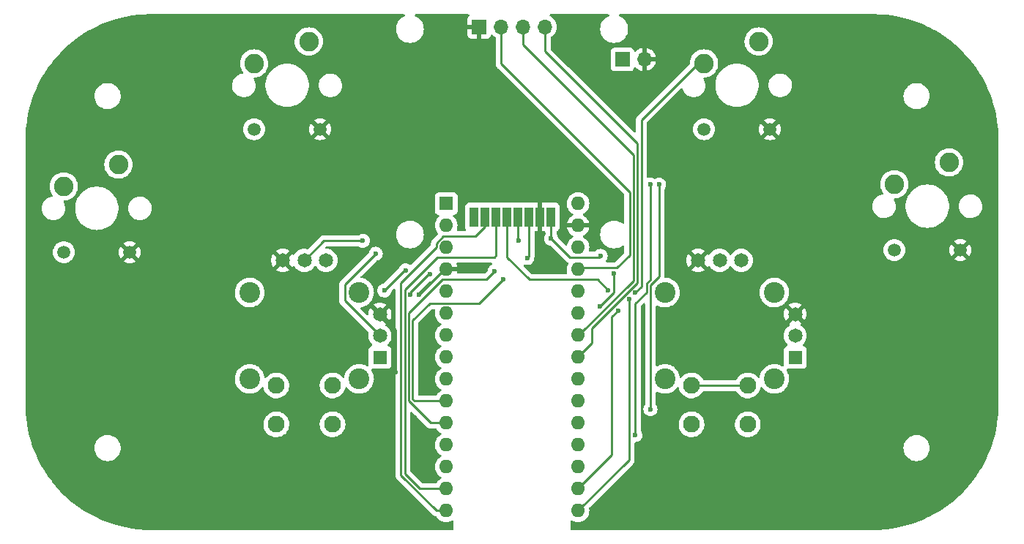
<source format=gbl>
%TF.GenerationSoftware,KiCad,Pcbnew,(6.0.9)*%
%TF.CreationDate,2023-07-24T19:50:02+10:00*%
%TF.ProjectId,Joysticks2.1,4a6f7973-7469-4636-9b73-322e312e6b69,rev?*%
%TF.SameCoordinates,PX3d09000PY568bc30*%
%TF.FileFunction,Copper,L2,Bot*%
%TF.FilePolarity,Positive*%
%FSLAX46Y46*%
G04 Gerber Fmt 4.6, Leading zero omitted, Abs format (unit mm)*
G04 Created by KiCad (PCBNEW (6.0.9)) date 2023-07-24 19:50:02*
%MOMM*%
%LPD*%
G01*
G04 APERTURE LIST*
%TA.AperFunction,ComponentPad*%
%ADD10C,1.950000*%
%TD*%
%TA.AperFunction,ComponentPad*%
%ADD11C,2.400000*%
%TD*%
%TA.AperFunction,ComponentPad*%
%ADD12R,1.650000X1.650000*%
%TD*%
%TA.AperFunction,ComponentPad*%
%ADD13C,1.650000*%
%TD*%
%TA.AperFunction,ComponentPad*%
%ADD14C,1.508000*%
%TD*%
%TA.AperFunction,ComponentPad*%
%ADD15C,2.250000*%
%TD*%
%TA.AperFunction,ComponentPad*%
%ADD16R,1.600000X1.600000*%
%TD*%
%TA.AperFunction,ComponentPad*%
%ADD17O,1.600000X1.600000*%
%TD*%
%TA.AperFunction,ComponentPad*%
%ADD18R,1.700000X1.700000*%
%TD*%
%TA.AperFunction,ComponentPad*%
%ADD19O,1.700000X1.700000*%
%TD*%
%TA.AperFunction,SMDPad,CuDef*%
%ADD20R,1.000000X2.286000*%
%TD*%
%TA.AperFunction,ViaPad*%
%ADD21C,0.600000*%
%TD*%
%TA.AperFunction,ViaPad*%
%ADD22C,0.800000*%
%TD*%
%TA.AperFunction,Conductor*%
%ADD23C,0.250000*%
%TD*%
G04 APERTURE END LIST*
D10*
%TO.P,U1,A*%
%TO.N,Net-(A1-Pad12)*%
X8750000Y-24000000D03*
%TO.P,U1,B*%
X15250000Y-24000000D03*
%TO.P,U1,C*%
%TO.N,+6V*%
X8750000Y-28500000D03*
%TO.P,U1,D*%
X15250000Y-28500000D03*
D11*
%TO.P,U1,S1*%
%TO.N,N/C*%
X18325000Y-13250000D03*
%TO.P,U1,S2*%
X5675000Y-13250000D03*
%TO.P,U1,S3*%
X5675000Y-23250000D03*
%TO.P,U1,S4*%
X18325000Y-23250000D03*
D12*
%TO.P,U1,VR1_1*%
%TO.N,+6V*%
X20730000Y-20750000D03*
D13*
%TO.P,U1,VR1_2*%
%TO.N,Net-(A1-Pad19)*%
X20730000Y-18250000D03*
%TO.P,U1,VR1_3*%
%TO.N,GND*%
X20730000Y-15750000D03*
%TO.P,U1,VR2_1*%
%TO.N,+6V*%
X14500000Y-9520000D03*
%TO.P,U1,VR2_2*%
%TO.N,Net-(A1-Pad20)*%
X12000000Y-9520000D03*
%TO.P,U1,VR2_3*%
%TO.N,GND*%
X9500000Y-9520000D03*
%TD*%
D10*
%TO.P,U11,A*%
%TO.N,Net-(A1-Pad13)*%
X56750000Y-24000000D03*
%TO.P,U11,B*%
X63250000Y-24000000D03*
%TO.P,U11,C*%
%TO.N,+6V*%
X56750000Y-28500000D03*
%TO.P,U11,D*%
X63250000Y-28500000D03*
D11*
%TO.P,U11,S1*%
%TO.N,N/C*%
X66325000Y-13250000D03*
%TO.P,U11,S2*%
X53675000Y-13250000D03*
%TO.P,U11,S3*%
X53675000Y-23250000D03*
%TO.P,U11,S4*%
X66325000Y-23250000D03*
D12*
%TO.P,U11,VR1_1*%
%TO.N,+6V*%
X68730000Y-20750000D03*
D13*
%TO.P,U11,VR1_2*%
%TO.N,Net-(A1-Pad21)*%
X68730000Y-18250000D03*
%TO.P,U11,VR1_3*%
%TO.N,GND*%
X68730000Y-15750000D03*
%TO.P,U11,VR2_1*%
%TO.N,+6V*%
X62500000Y-9520000D03*
%TO.P,U11,VR2_2*%
%TO.N,Net-(A1-Pad22)*%
X60000000Y-9520000D03*
%TO.P,U11,VR2_3*%
%TO.N,GND*%
X57500000Y-9520000D03*
%TD*%
D14*
%TO.P,U2,BR1,A*%
%TO.N,Net-(R1-Pad1)*%
X58190000Y5670000D03*
%TO.P,U2,BR2,K*%
%TO.N,GND*%
X65810000Y5670000D03*
D15*
%TO.P,U2,P$1*%
%TO.N,+6V*%
X64510000Y15830000D03*
%TO.P,U2,P$2*%
%TO.N,Net-(A1-Pad6)*%
X58190000Y13290000D03*
%TD*%
D14*
%TO.P,U3,BR1,A*%
%TO.N,Net-(R2-Pad1)*%
X-15810000Y-8580000D03*
%TO.P,U3,BR2,K*%
%TO.N,GND*%
X-8190000Y-8580000D03*
D15*
%TO.P,U3,P$1*%
%TO.N,+6V*%
X-9490000Y1580000D03*
%TO.P,U3,P$2*%
%TO.N,Net-(A1-Pad7)*%
X-15810000Y-960000D03*
%TD*%
D16*
%TO.P,A1,1,D1/TX*%
%TO.N,unconnected-(A1-Pad1)*%
X28390000Y-2950000D03*
D17*
%TO.P,A1,2,D0/RX*%
%TO.N,unconnected-(A1-Pad2)*%
X28390000Y-5490000D03*
%TO.P,A1,3,~{RESET}*%
%TO.N,unconnected-(A1-Pad3)*%
X28390000Y-8030000D03*
%TO.P,A1,4,GND*%
%TO.N,GND*%
X28390000Y-10570000D03*
%TO.P,A1,5,D2*%
%TO.N,unconnected-(A1-Pad5)*%
X28390000Y-13110000D03*
%TO.P,A1,6,D3*%
%TO.N,Net-(A1-Pad6)*%
X28390000Y-15650000D03*
%TO.P,A1,7,D4*%
%TO.N,Net-(A1-Pad7)*%
X28390000Y-18190000D03*
%TO.P,A1,8,D5*%
%TO.N,Net-(A1-Pad8)*%
X28390000Y-20730000D03*
%TO.P,A1,9,D6*%
%TO.N,Net-(A1-Pad9)*%
X28390000Y-23270000D03*
%TO.P,A1,10,D7*%
%TO.N,Net-(A1-Pad10)*%
X28390000Y-25810000D03*
%TO.P,A1,11,D8*%
%TO.N,Net-(A1-Pad11)*%
X28390000Y-28350000D03*
%TO.P,A1,12,D9*%
%TO.N,Net-(A1-Pad12)*%
X28390000Y-30890000D03*
%TO.P,A1,13,D10*%
%TO.N,Net-(A1-Pad13)*%
X28390000Y-33430000D03*
%TO.P,A1,14,D11*%
%TO.N,Net-(A1-Pad14)*%
X28390000Y-35970000D03*
%TO.P,A1,15,D12*%
%TO.N,Net-(A1-Pad15)*%
X28390000Y-38510000D03*
%TO.P,A1,16,D13*%
%TO.N,Net-(A1-Pad16)*%
X43630000Y-38510000D03*
%TO.P,A1,17,3V3*%
%TO.N,+3.3V*%
X43630000Y-35970000D03*
%TO.P,A1,18,AREF*%
%TO.N,unconnected-(A1-Pad18)*%
X43630000Y-33430000D03*
%TO.P,A1,19,A0*%
%TO.N,Net-(A1-Pad19)*%
X43630000Y-30890000D03*
%TO.P,A1,20,A1*%
%TO.N,Net-(A1-Pad20)*%
X43630000Y-28350000D03*
%TO.P,A1,21,A2*%
%TO.N,Net-(A1-Pad21)*%
X43630000Y-25810000D03*
%TO.P,A1,22,A3*%
%TO.N,Net-(A1-Pad22)*%
X43630000Y-23270000D03*
%TO.P,A1,23,A4*%
%TO.N,/SDA*%
X43630000Y-20730000D03*
%TO.P,A1,24,A5*%
%TO.N,/SCL*%
X43630000Y-18190000D03*
%TO.P,A1,25,A6*%
%TO.N,unconnected-(A1-Pad25)*%
X43630000Y-15650000D03*
%TO.P,A1,26,A7*%
%TO.N,unconnected-(A1-Pad26)*%
X43630000Y-13110000D03*
%TO.P,A1,27,+5V*%
%TO.N,+5V*%
X43630000Y-10570000D03*
%TO.P,A1,28,~{RESET}*%
%TO.N,unconnected-(A1-Pad28)*%
X43630000Y-8030000D03*
%TO.P,A1,29,GND*%
%TO.N,GND*%
X43630000Y-5490000D03*
%TO.P,A1,30,VIN*%
%TO.N,+6V*%
X43630000Y-2950000D03*
%TD*%
D14*
%TO.P,U4,BR1,A*%
%TO.N,Net-(R3-Pad1)*%
X80190000Y-8330000D03*
%TO.P,U4,BR2,K*%
%TO.N,GND*%
X87810000Y-8330000D03*
D15*
%TO.P,U4,P$1*%
%TO.N,+6V*%
X86510000Y1830000D03*
%TO.P,U4,P$2*%
%TO.N,Net-(A1-Pad8)*%
X80190000Y-710000D03*
%TD*%
D14*
%TO.P,U5,BR1,A*%
%TO.N,Net-(R4-Pad1)*%
X6190000Y5670000D03*
%TO.P,U5,BR2,K*%
%TO.N,GND*%
X13810000Y5670000D03*
D15*
%TO.P,U5,P$1*%
%TO.N,+6V*%
X12510000Y15830000D03*
%TO.P,U5,P$2*%
%TO.N,Net-(A1-Pad9)*%
X6190000Y13290000D03*
%TD*%
D18*
%TO.P,J1,1,Pin_1*%
%TO.N,+6V*%
X48750000Y13750000D03*
D19*
%TO.P,J1,2,Pin_2*%
%TO.N,GND*%
X51290000Y13750000D03*
%TD*%
D18*
%TO.P,J4,1,Pin_1*%
%TO.N,GND*%
X32200000Y17525000D03*
D19*
%TO.P,J4,2,Pin_2*%
%TO.N,+5V*%
X34740000Y17525000D03*
%TO.P,J4,3,Pin_3*%
%TO.N,/SCL*%
X37280000Y17525000D03*
%TO.P,J4,4,Pin_4*%
%TO.N,/SDA*%
X39820000Y17525000D03*
%TD*%
D20*
%TO.P,U6,1,GND*%
%TO.N,GND*%
X39220000Y-4500000D03*
%TO.P,U6,2,VCC*%
%TO.N,+3.3V*%
X40490000Y-4500000D03*
%TO.P,U6,3,CE*%
%TO.N,Net-(A1-Pad10)*%
X37950000Y-4500000D03*
%TO.P,U6,4,~{CSN}*%
%TO.N,Net-(A1-Pad11)*%
X36680000Y-4500000D03*
%TO.P,U6,5,SCK*%
%TO.N,Net-(A1-Pad16)*%
X35410000Y-4500000D03*
%TO.P,U6,6,MOSI*%
%TO.N,Net-(A1-Pad14)*%
X34140000Y-4500000D03*
%TO.P,U6,7,MISO*%
%TO.N,Net-(A1-Pad15)*%
X32870000Y-4500000D03*
%TO.P,U6,8,IRQ*%
%TO.N,unconnected-(U6-Pad8)*%
X31600000Y-4500000D03*
%TD*%
D21*
%TO.N,GND*%
X26000000Y-22000000D03*
X26000000Y-34750000D03*
X22525500Y-22500000D03*
X26000000Y-19500000D03*
X24750000Y-27750000D03*
D22*
X30750000Y15250000D03*
D21*
X26000000Y-17000000D03*
X48000000Y-4500000D03*
X25250000Y-13500000D03*
X26000000Y-24500000D03*
X26000000Y-32250000D03*
%TO.N,Net-(A1-Pad10)*%
X37750000Y-9250000D03*
X35000000Y-11750000D03*
%TO.N,Net-(A1-Pad11)*%
X36750000Y-7250000D03*
X34000000Y-10750000D03*
%TO.N,Net-(A1-Pad16)*%
X49533118Y-14033118D03*
X47125500Y-13000000D03*
%TO.N,+3.3V*%
X46138411Y-14888411D03*
X40500000Y-7000000D03*
X48250000Y-15374500D03*
X46250000Y-9000000D03*
X47750000Y-11000000D03*
%TO.N,Net-(A1-Pad6)*%
X50250000Y-13250000D03*
%TO.N,Net-(A1-Pad7)*%
X26500000Y-11125500D03*
X24242915Y-13500000D03*
X21250000Y-13000000D03*
X23683411Y-10683411D03*
%TO.N,Net-(A1-Pad19)*%
X20250000Y-8750000D03*
X50250000Y-29750000D03*
X52000000Y-750000D03*
%TO.N,Net-(A1-Pad20)*%
X18750000Y-7250000D03*
X53000000Y-750000D03*
X52000000Y-26750000D03*
%TD*%
D23*
%TO.N,GND*%
X28180000Y-10570000D02*
X28390000Y-10570000D01*
X22525500Y-17545500D02*
X22525500Y-22500000D01*
X20730000Y-15750000D02*
X22525500Y-17545500D01*
X25250000Y-13500000D02*
X28180000Y-10570000D01*
%TO.N,Net-(A1-Pad10)*%
X26475000Y-14525000D02*
X24500000Y-16500000D01*
X37950000Y-9050000D02*
X37750000Y-9250000D01*
X37950000Y-4500000D02*
X37950000Y-9050000D01*
X24500000Y-16500000D02*
X24500000Y-25613604D01*
X24696396Y-25810000D02*
X28390000Y-25810000D01*
X24500000Y-25613604D02*
X24696396Y-25810000D01*
X32225000Y-14525000D02*
X26475000Y-14525000D01*
X35000000Y-11750000D02*
X32225000Y-14525000D01*
%TO.N,Net-(A1-Pad11)*%
X24050000Y-25800000D02*
X26600000Y-28350000D01*
X34000000Y-10750000D02*
X33055000Y-11695000D01*
X33055000Y-11695000D02*
X27989504Y-11695000D01*
X24050000Y-15634504D02*
X24050000Y-25800000D01*
X26600000Y-28350000D02*
X28390000Y-28350000D01*
X27989504Y-11695000D02*
X24050000Y-15634504D01*
X36680000Y-7180000D02*
X36750000Y-7250000D01*
X36680000Y-4500000D02*
X36680000Y-7180000D01*
%TO.N,Net-(A1-Pad13)*%
X63250000Y-24000000D02*
X56750000Y-24000000D01*
%TO.N,Net-(A1-Pad14)*%
X34140000Y-8950991D02*
X33935991Y-9155000D01*
X27345000Y-9155000D02*
X23600000Y-12900000D01*
X23600000Y-12900000D02*
X23600000Y-34214974D01*
X25355026Y-35970000D02*
X28390000Y-35970000D01*
X34140000Y-4500000D02*
X34140000Y-8950991D01*
X23600000Y-34214974D02*
X25355026Y-35970000D01*
X33935991Y-9155000D02*
X27345000Y-9155000D01*
%TO.N,Net-(A1-Pad15)*%
X23150000Y-12100000D02*
X23150000Y-34401370D01*
X27265000Y-7985000D02*
X23150000Y-12100000D01*
X32870000Y-5620000D02*
X31740000Y-6750000D01*
X23150000Y-34401370D02*
X27258630Y-38510000D01*
X32870000Y-4500000D02*
X32870000Y-5620000D01*
X27265000Y-7564009D02*
X27265000Y-7985000D01*
X27258630Y-38510000D02*
X28390000Y-38510000D01*
X31740000Y-6750000D02*
X28079009Y-6750000D01*
X28079009Y-6750000D02*
X27265000Y-7564009D01*
%TO.N,Net-(A1-Pad16)*%
X38000000Y-11750000D02*
X35410000Y-9160000D01*
X47125500Y-13000000D02*
X45875500Y-11750000D01*
X45875500Y-11750000D02*
X38000000Y-11750000D01*
X35410000Y-9160000D02*
X35410000Y-4500000D01*
X49533118Y-14033118D02*
X49533118Y-32606882D01*
X49533118Y-32606882D02*
X43630000Y-38510000D01*
%TO.N,+3.3V*%
X40490000Y-6990000D02*
X40490000Y-4500000D01*
X40500000Y-7000000D02*
X42655000Y-9155000D01*
X46095000Y-9155000D02*
X46250000Y-9000000D01*
X42655000Y-9155000D02*
X46095000Y-9155000D01*
X47750000Y-13276822D02*
X46138411Y-14888411D01*
X40500000Y-7000000D02*
X40490000Y-6990000D01*
X47750000Y-11000000D02*
X47750000Y-13276822D01*
X48250000Y-15374500D02*
X47550000Y-16074500D01*
X47550000Y-16074500D02*
X47550000Y-32050000D01*
X47550000Y-32050000D02*
X43630000Y-35970000D01*
%TO.N,Net-(A1-Pad6)*%
X57540000Y13290000D02*
X58190000Y13290000D01*
X50950000Y-12550000D02*
X50950000Y6700000D01*
X50250000Y-13250000D02*
X50950000Y-12550000D01*
X50950000Y6700000D02*
X57540000Y13290000D01*
%TO.N,+5V*%
X49600000Y-1625000D02*
X49600000Y-8900000D01*
X34740000Y17525000D02*
X34740000Y13235000D01*
X34740000Y13235000D02*
X49600000Y-1625000D01*
X43825000Y-10375000D02*
X43630000Y-10570000D01*
X48125000Y-10375000D02*
X43825000Y-10375000D01*
X49600000Y-8900000D02*
X48125000Y-10375000D01*
%TO.N,/SDA*%
X45250000Y-17366116D02*
X45250000Y-19110000D01*
X50500000Y-12116116D02*
X45250000Y-17366116D01*
X39820000Y14680000D02*
X50500000Y4000000D01*
X45250000Y-19110000D02*
X43630000Y-20730000D01*
X39820000Y17525000D02*
X39820000Y14680000D01*
X50500000Y4000000D02*
X50500000Y-12116116D01*
%TO.N,/SCL*%
X50050000Y-11860000D02*
X43720000Y-18190000D01*
X37280000Y15470000D02*
X50050000Y2700000D01*
X50050000Y2700000D02*
X50050000Y-11860000D01*
X43720000Y-18190000D02*
X43630000Y-18190000D01*
X37280000Y17525000D02*
X37280000Y15470000D01*
%TO.N,Net-(A1-Pad7)*%
X24242915Y-13257085D02*
X26374500Y-11125500D01*
X21250000Y-13000000D02*
X23566589Y-10683411D01*
X26374500Y-11125500D02*
X26500000Y-11125500D01*
X24242915Y-13500000D02*
X24242915Y-13257085D01*
X23566589Y-10683411D02*
X23683411Y-10683411D01*
%TO.N,Net-(A1-Pad19)*%
X51550000Y-12197488D02*
X52000000Y-11747488D01*
X50250000Y-29750000D02*
X50250000Y-14500000D01*
X16653173Y-12346827D02*
X16653173Y-14173173D01*
X51550000Y-13200000D02*
X51550000Y-12197488D01*
X20250000Y-8750000D02*
X16653173Y-12346827D01*
X52000000Y-11747488D02*
X52000000Y-750000D01*
X50250000Y-14500000D02*
X51550000Y-13200000D01*
X16653173Y-14173173D02*
X20730000Y-18250000D01*
%TO.N,Net-(A1-Pad20)*%
X52000000Y-26750000D02*
X52000000Y-12383884D01*
X18750000Y-7250000D02*
X14270000Y-7250000D01*
X52000000Y-12383884D02*
X53000000Y-11383884D01*
X14270000Y-7250000D02*
X12000000Y-9520000D01*
X53000000Y-11383884D02*
X53000000Y-750000D01*
%TD*%
%TA.AperFunction,Conductor*%
%TO.N,GND*%
G36*
X47175460Y18971498D02*
G01*
X47221953Y18917842D01*
X47232057Y18847568D01*
X47202563Y18782988D01*
X47155557Y18749091D01*
X47072072Y18714511D01*
X47072068Y18714509D01*
X47067498Y18712616D01*
X46851624Y18580328D01*
X46659102Y18415898D01*
X46494672Y18223376D01*
X46362384Y18007502D01*
X46360491Y18002932D01*
X46360489Y18002928D01*
X46268328Y17780430D01*
X46265495Y17773591D01*
X46249110Y17705342D01*
X46213810Y17558305D01*
X46206391Y17527403D01*
X46186526Y17275000D01*
X46206391Y17022597D01*
X46207545Y17017790D01*
X46207546Y17017784D01*
X46233331Y16910384D01*
X46265495Y16776409D01*
X46267388Y16771838D01*
X46267389Y16771836D01*
X46358837Y16551062D01*
X46362384Y16542498D01*
X46494672Y16326624D01*
X46659102Y16134102D01*
X46851624Y15969672D01*
X47067498Y15837384D01*
X47072068Y15835491D01*
X47072072Y15835489D01*
X47296836Y15742389D01*
X47301409Y15740495D01*
X47335107Y15732405D01*
X47542784Y15682546D01*
X47542790Y15682545D01*
X47547597Y15681391D01*
X47800000Y15661526D01*
X48052403Y15681391D01*
X48057210Y15682545D01*
X48057216Y15682546D01*
X48264893Y15732405D01*
X48298591Y15740495D01*
X48303164Y15742389D01*
X48514676Y15830000D01*
X62871449Y15830000D01*
X62891622Y15573674D01*
X62892776Y15568867D01*
X62892777Y15568861D01*
X62925129Y15434108D01*
X62951645Y15323660D01*
X62953538Y15319089D01*
X62953539Y15319087D01*
X63043212Y15102598D01*
X63050040Y15086113D01*
X63184384Y14866884D01*
X63351369Y14671369D01*
X63546884Y14504384D01*
X63766113Y14370040D01*
X63770683Y14368147D01*
X63770687Y14368145D01*
X63999087Y14273539D01*
X64003660Y14271645D01*
X64065157Y14256881D01*
X64248861Y14212777D01*
X64248867Y14212776D01*
X64253674Y14211622D01*
X64510000Y14191449D01*
X64766326Y14211622D01*
X64771133Y14212776D01*
X64771139Y14212777D01*
X64954843Y14256881D01*
X65016340Y14271645D01*
X65020913Y14273539D01*
X65249313Y14368145D01*
X65249317Y14368147D01*
X65253887Y14370040D01*
X65473116Y14504384D01*
X65668631Y14671369D01*
X65835616Y14866884D01*
X65969960Y15086113D01*
X65976789Y15102598D01*
X66066461Y15319087D01*
X66066462Y15319089D01*
X66068355Y15323660D01*
X66094871Y15434108D01*
X66127223Y15568861D01*
X66127224Y15568867D01*
X66128378Y15573674D01*
X66148551Y15830000D01*
X66128378Y16086326D01*
X66117679Y16130894D01*
X66074032Y16312694D01*
X66068355Y16336340D01*
X66037151Y16411673D01*
X65971855Y16569313D01*
X65971853Y16569317D01*
X65969960Y16573887D01*
X65835616Y16793116D01*
X65668631Y16988631D01*
X65473116Y17155616D01*
X65253887Y17289960D01*
X65249317Y17291853D01*
X65249313Y17291855D01*
X65020913Y17386461D01*
X65020911Y17386462D01*
X65016340Y17388355D01*
X64929498Y17409204D01*
X64771139Y17447223D01*
X64771133Y17447224D01*
X64766326Y17448378D01*
X64510000Y17468551D01*
X64253674Y17448378D01*
X64248867Y17447224D01*
X64248861Y17447223D01*
X64090502Y17409204D01*
X64003660Y17388355D01*
X63999089Y17386462D01*
X63999087Y17386461D01*
X63770687Y17291855D01*
X63770683Y17291853D01*
X63766113Y17289960D01*
X63546884Y17155616D01*
X63351369Y16988631D01*
X63184384Y16793116D01*
X63050040Y16573887D01*
X63048147Y16569317D01*
X63048145Y16569313D01*
X62982849Y16411673D01*
X62951645Y16336340D01*
X62945968Y16312694D01*
X62902322Y16130894D01*
X62891622Y16086326D01*
X62871449Y15830000D01*
X48514676Y15830000D01*
X48527928Y15835489D01*
X48527932Y15835491D01*
X48532502Y15837384D01*
X48748376Y15969672D01*
X48940898Y16134102D01*
X49105328Y16326624D01*
X49237616Y16542498D01*
X49241164Y16551062D01*
X49332611Y16771836D01*
X49332612Y16771838D01*
X49334505Y16776409D01*
X49366669Y16910384D01*
X49392454Y17017784D01*
X49392455Y17017790D01*
X49393609Y17022597D01*
X49413474Y17275000D01*
X49393609Y17527403D01*
X49386191Y17558305D01*
X49350890Y17705342D01*
X49334505Y17773591D01*
X49331672Y17780430D01*
X49239511Y18002928D01*
X49239509Y18002932D01*
X49237616Y18007502D01*
X49105328Y18223376D01*
X48940898Y18415898D01*
X48748376Y18580328D01*
X48532502Y18712616D01*
X48527932Y18714509D01*
X48527928Y18714511D01*
X48444443Y18749091D01*
X48389162Y18793639D01*
X48366741Y18861002D01*
X48384299Y18929794D01*
X48436261Y18978172D01*
X48492661Y18991500D01*
X77700633Y18991500D01*
X77720018Y18990000D01*
X77734851Y18987690D01*
X77734855Y18987690D01*
X77743724Y18986309D01*
X77768272Y18989519D01*
X77787793Y18990543D01*
X78480822Y18972980D01*
X78487159Y18972658D01*
X78943127Y18937935D01*
X79212899Y18917391D01*
X79219250Y18916745D01*
X79941236Y18824794D01*
X79947546Y18823828D01*
X80663975Y18695421D01*
X80670228Y18694136D01*
X81379237Y18529608D01*
X81385380Y18528018D01*
X82085196Y18327775D01*
X82091231Y18325880D01*
X82772935Y18092867D01*
X82779946Y18090470D01*
X82785933Y18088253D01*
X83461838Y17818263D01*
X83467704Y17815746D01*
X84129075Y17511865D01*
X84134806Y17509053D01*
X84779927Y17172070D01*
X84785498Y17168978D01*
X84865457Y17121909D01*
X85412729Y16799748D01*
X85418147Y16796371D01*
X86025861Y16395854D01*
X86031100Y16392208D01*
X86617757Y15961419D01*
X86622806Y15957511D01*
X87186913Y15497541D01*
X87191720Y15493415D01*
X87729235Y15007788D01*
X87731802Y15005469D01*
X87736429Y15001070D01*
X88251070Y14486429D01*
X88255469Y14481802D01*
X88743415Y13941720D01*
X88747541Y13936913D01*
X89062100Y13551139D01*
X89207511Y13372806D01*
X89211419Y13367757D01*
X89642208Y12781100D01*
X89645854Y12775861D01*
X90046371Y12168147D01*
X90049748Y12162729D01*
X90255090Y11813904D01*
X90406117Y11557347D01*
X90418972Y11535509D01*
X90422070Y11529927D01*
X90759053Y10884806D01*
X90761865Y10879075D01*
X91065746Y10217704D01*
X91068263Y10211838D01*
X91338253Y9535933D01*
X91340470Y9529946D01*
X91549060Y8919698D01*
X91575877Y8841241D01*
X91577775Y8835196D01*
X91778018Y8135380D01*
X91779608Y8129237D01*
X91944136Y7420228D01*
X91945421Y7413975D01*
X92073828Y6697546D01*
X92074794Y6691236D01*
X92166745Y5969250D01*
X92167391Y5962899D01*
X92187935Y5693127D01*
X92222658Y5237159D01*
X92222980Y5230822D01*
X92232593Y4851485D01*
X92240349Y4545424D01*
X92238889Y4522846D01*
X92237690Y4515149D01*
X92237690Y4515144D01*
X92236309Y4506276D01*
X92237473Y4497374D01*
X92237473Y4497372D01*
X92240436Y4474717D01*
X92241500Y4458379D01*
X92241500Y-26200633D01*
X92240000Y-26220018D01*
X92237690Y-26234851D01*
X92237690Y-26234855D01*
X92236309Y-26243724D01*
X92239519Y-26268266D01*
X92240543Y-26287793D01*
X92223536Y-26958920D01*
X92222981Y-26980804D01*
X92222658Y-26987159D01*
X92191937Y-27390578D01*
X92167391Y-27712899D01*
X92166745Y-27719250D01*
X92074794Y-28441236D01*
X92073828Y-28447546D01*
X91945421Y-29163975D01*
X91944136Y-29170228D01*
X91779608Y-29879237D01*
X91778018Y-29885380D01*
X91577775Y-30585196D01*
X91575880Y-30591231D01*
X91508890Y-30787218D01*
X91340470Y-31279946D01*
X91338253Y-31285933D01*
X91068263Y-31961838D01*
X91065746Y-31967704D01*
X90761865Y-32629075D01*
X90759053Y-32634806D01*
X90422070Y-33279927D01*
X90418978Y-33285498D01*
X90311899Y-33467400D01*
X90049748Y-33912729D01*
X90046371Y-33918147D01*
X89645854Y-34525861D01*
X89642208Y-34531100D01*
X89211419Y-35117757D01*
X89207511Y-35122806D01*
X89201473Y-35130211D01*
X88747541Y-35686913D01*
X88743415Y-35691720D01*
X88359670Y-36116467D01*
X88255469Y-36231802D01*
X88251070Y-36236429D01*
X87736429Y-36751070D01*
X87731802Y-36755469D01*
X87191720Y-37243415D01*
X87186913Y-37247541D01*
X86872635Y-37503802D01*
X86622806Y-37707511D01*
X86617757Y-37711419D01*
X86031100Y-38142208D01*
X86025861Y-38145854D01*
X85418147Y-38546371D01*
X85412729Y-38549748D01*
X85139996Y-38710297D01*
X84785498Y-38918978D01*
X84779927Y-38922070D01*
X84134806Y-39259053D01*
X84129075Y-39261865D01*
X83467704Y-39565746D01*
X83461838Y-39568263D01*
X82785933Y-39838253D01*
X82779946Y-39840470D01*
X82091231Y-40075880D01*
X82085196Y-40077775D01*
X81385380Y-40278018D01*
X81379237Y-40279608D01*
X80670228Y-40444136D01*
X80663975Y-40445421D01*
X79947546Y-40573828D01*
X79941236Y-40574794D01*
X79219250Y-40666745D01*
X79212899Y-40667391D01*
X78943127Y-40687935D01*
X78487159Y-40722658D01*
X78480822Y-40722980D01*
X78032105Y-40734351D01*
X77795424Y-40740349D01*
X77772846Y-40738889D01*
X77765149Y-40737690D01*
X77765144Y-40737690D01*
X77756276Y-40736309D01*
X77747374Y-40737473D01*
X77747372Y-40737473D01*
X77732323Y-40739441D01*
X77724714Y-40740436D01*
X77708379Y-40741500D01*
X42884500Y-40741500D01*
X42816379Y-40721498D01*
X42769886Y-40667842D01*
X42758500Y-40615500D01*
X42758500Y-39739197D01*
X42778502Y-39671076D01*
X42832158Y-39624583D01*
X42902432Y-39614479D01*
X42956769Y-39635983D01*
X42968738Y-39644364D01*
X42968747Y-39644369D01*
X42973251Y-39647523D01*
X42978233Y-39649846D01*
X42978238Y-39649849D01*
X43169848Y-39739197D01*
X43180757Y-39744284D01*
X43186065Y-39745706D01*
X43186067Y-39745707D01*
X43396598Y-39802119D01*
X43396600Y-39802119D01*
X43401913Y-39803543D01*
X43630000Y-39823498D01*
X43858087Y-39803543D01*
X43863400Y-39802119D01*
X43863402Y-39802119D01*
X44073933Y-39745707D01*
X44073935Y-39745706D01*
X44079243Y-39744284D01*
X44090152Y-39739197D01*
X44281762Y-39649849D01*
X44281767Y-39649846D01*
X44286749Y-39647523D01*
X44399944Y-39568263D01*
X44469789Y-39519357D01*
X44469792Y-39519355D01*
X44474300Y-39516198D01*
X44636198Y-39354300D01*
X44767523Y-39166749D01*
X44769846Y-39161767D01*
X44769849Y-39161762D01*
X44861961Y-38964225D01*
X44861961Y-38964224D01*
X44864284Y-38959243D01*
X44923543Y-38738087D01*
X44943498Y-38510000D01*
X44923543Y-38281913D01*
X44922120Y-38276602D01*
X44922118Y-38276591D01*
X44906541Y-38218459D01*
X44908230Y-38147483D01*
X44939152Y-38096752D01*
X49925365Y-33110539D01*
X49933655Y-33102995D01*
X49940136Y-33098882D01*
X49986777Y-33049214D01*
X49989531Y-33046373D01*
X50009253Y-33026651D01*
X50011730Y-33023458D01*
X50019435Y-33014437D01*
X50044277Y-32987982D01*
X50049704Y-32982203D01*
X50053525Y-32975253D01*
X50059464Y-32964450D01*
X50070320Y-32947923D01*
X50077875Y-32938184D01*
X50077876Y-32938182D01*
X50082732Y-32931922D01*
X50100292Y-32891342D01*
X50105509Y-32880694D01*
X50122993Y-32848891D01*
X50122994Y-32848889D01*
X50126813Y-32841942D01*
X50131851Y-32822319D01*
X50138255Y-32803616D01*
X50143151Y-32792302D01*
X50143151Y-32792301D01*
X50146299Y-32785027D01*
X50147538Y-32777204D01*
X50147541Y-32777194D01*
X50153217Y-32741358D01*
X50155623Y-32729738D01*
X50164646Y-32694593D01*
X50164646Y-32694592D01*
X50166618Y-32686912D01*
X50166618Y-32666658D01*
X50168169Y-32646947D01*
X50170098Y-32634768D01*
X50171338Y-32626939D01*
X50167177Y-32582920D01*
X50166618Y-32571063D01*
X50166618Y-31250000D01*
X81236835Y-31250000D01*
X81255465Y-31486711D01*
X81256619Y-31491518D01*
X81256620Y-31491524D01*
X81269879Y-31546749D01*
X81310895Y-31717594D01*
X81312788Y-31722165D01*
X81312789Y-31722167D01*
X81384875Y-31896198D01*
X81401760Y-31936963D01*
X81404346Y-31941183D01*
X81523241Y-32135202D01*
X81523245Y-32135208D01*
X81525824Y-32139416D01*
X81680031Y-32319969D01*
X81860584Y-32474176D01*
X81864792Y-32476755D01*
X81864798Y-32476759D01*
X82018688Y-32571063D01*
X82063037Y-32598240D01*
X82067607Y-32600133D01*
X82067611Y-32600135D01*
X82277833Y-32687211D01*
X82282406Y-32689105D01*
X82362609Y-32708360D01*
X82508476Y-32743380D01*
X82508482Y-32743381D01*
X82513289Y-32744535D01*
X82750000Y-32763165D01*
X82986711Y-32744535D01*
X82991518Y-32743381D01*
X82991524Y-32743380D01*
X83137391Y-32708360D01*
X83217594Y-32689105D01*
X83222167Y-32687211D01*
X83432389Y-32600135D01*
X83432393Y-32600133D01*
X83436963Y-32598240D01*
X83481312Y-32571063D01*
X83635202Y-32476759D01*
X83635208Y-32476755D01*
X83639416Y-32474176D01*
X83819969Y-32319969D01*
X83974176Y-32139416D01*
X83976755Y-32135208D01*
X83976759Y-32135202D01*
X84095654Y-31941183D01*
X84098240Y-31936963D01*
X84115126Y-31896198D01*
X84187211Y-31722167D01*
X84187212Y-31722165D01*
X84189105Y-31717594D01*
X84230121Y-31546749D01*
X84243380Y-31491524D01*
X84243381Y-31491518D01*
X84244535Y-31486711D01*
X84263165Y-31250000D01*
X84244535Y-31013289D01*
X84236581Y-30980155D01*
X84190260Y-30787218D01*
X84189105Y-30782406D01*
X84181086Y-30763047D01*
X84100135Y-30567611D01*
X84100133Y-30567607D01*
X84098240Y-30563037D01*
X84051853Y-30487340D01*
X83976759Y-30364798D01*
X83976755Y-30364792D01*
X83974176Y-30360584D01*
X83819969Y-30180031D01*
X83639416Y-30025824D01*
X83635208Y-30023245D01*
X83635202Y-30023241D01*
X83441183Y-29904346D01*
X83436963Y-29901760D01*
X83432393Y-29899867D01*
X83432389Y-29899865D01*
X83222167Y-29812789D01*
X83222165Y-29812788D01*
X83217594Y-29810895D01*
X83137391Y-29791640D01*
X82991524Y-29756620D01*
X82991518Y-29756619D01*
X82986711Y-29755465D01*
X82750000Y-29736835D01*
X82513289Y-29755465D01*
X82508482Y-29756619D01*
X82508476Y-29756620D01*
X82362609Y-29791640D01*
X82282406Y-29810895D01*
X82277835Y-29812788D01*
X82277833Y-29812789D01*
X82067611Y-29899865D01*
X82067607Y-29899867D01*
X82063037Y-29901760D01*
X82058817Y-29904346D01*
X81864798Y-30023241D01*
X81864792Y-30023245D01*
X81860584Y-30025824D01*
X81680031Y-30180031D01*
X81525824Y-30360584D01*
X81523245Y-30364792D01*
X81523241Y-30364798D01*
X81448147Y-30487340D01*
X81401760Y-30563037D01*
X81399867Y-30567607D01*
X81399865Y-30567611D01*
X81318914Y-30763047D01*
X81310895Y-30782406D01*
X81309740Y-30787218D01*
X81263420Y-30980155D01*
X81255465Y-31013289D01*
X81237308Y-31243995D01*
X81236835Y-31250000D01*
X50166618Y-31250000D01*
X50166618Y-30684529D01*
X50186620Y-30616408D01*
X50240276Y-30569915D01*
X50281198Y-30559048D01*
X50338014Y-30553877D01*
X50413600Y-30546998D01*
X50420302Y-30544820D01*
X50420304Y-30544820D01*
X50579409Y-30493124D01*
X50579412Y-30493123D01*
X50586108Y-30490947D01*
X50741912Y-30398069D01*
X50873266Y-30272982D01*
X50973643Y-30121902D01*
X51024940Y-29986863D01*
X51035555Y-29958920D01*
X51035556Y-29958918D01*
X51038055Y-29952338D01*
X51041527Y-29927635D01*
X51062748Y-29776639D01*
X51062748Y-29776636D01*
X51063299Y-29772717D01*
X51063524Y-29756620D01*
X51063561Y-29753962D01*
X51063561Y-29753957D01*
X51063616Y-29750000D01*
X51043397Y-29569745D01*
X51021131Y-29505805D01*
X50986064Y-29405106D01*
X50986062Y-29405103D01*
X50983745Y-29398448D01*
X50968946Y-29374765D01*
X50902646Y-29268661D01*
X50883500Y-29201892D01*
X50883500Y-28463631D01*
X55261860Y-28463631D01*
X55262157Y-28468783D01*
X55262157Y-28468787D01*
X55268460Y-28578087D01*
X55275903Y-28707171D01*
X55277040Y-28712217D01*
X55277041Y-28712223D01*
X55303271Y-28828612D01*
X55329533Y-28945147D01*
X55331475Y-28949929D01*
X55331476Y-28949933D01*
X55418390Y-29163975D01*
X55421311Y-29171169D01*
X55548772Y-29379166D01*
X55708492Y-29563553D01*
X55896183Y-29719377D01*
X56106804Y-29842453D01*
X56334698Y-29929478D01*
X56339764Y-29930509D01*
X56339765Y-29930509D01*
X56568667Y-29977080D01*
X56568671Y-29977080D01*
X56573746Y-29978113D01*
X56578922Y-29978303D01*
X56578924Y-29978303D01*
X56812363Y-29986863D01*
X56812367Y-29986863D01*
X56817527Y-29987052D01*
X56822647Y-29986396D01*
X56822649Y-29986396D01*
X56899377Y-29976567D01*
X57059494Y-29956055D01*
X57064443Y-29954570D01*
X57064449Y-29954569D01*
X57288200Y-29887440D01*
X57288199Y-29887440D01*
X57293150Y-29885955D01*
X57512219Y-29778634D01*
X57516424Y-29775634D01*
X57516430Y-29775631D01*
X57706614Y-29639974D01*
X57706616Y-29639972D01*
X57710818Y-29636975D01*
X57883614Y-29464781D01*
X58025966Y-29266677D01*
X58134050Y-29047984D01*
X58159438Y-28964423D01*
X58203462Y-28819527D01*
X58203463Y-28819521D01*
X58204966Y-28814575D01*
X58221886Y-28686054D01*
X58236370Y-28576038D01*
X58236370Y-28576034D01*
X58236807Y-28572717D01*
X58236889Y-28569365D01*
X58238502Y-28503365D01*
X58238502Y-28503361D01*
X58238584Y-28500000D01*
X58235594Y-28463631D01*
X61761860Y-28463631D01*
X61762157Y-28468783D01*
X61762157Y-28468787D01*
X61768460Y-28578087D01*
X61775903Y-28707171D01*
X61777040Y-28712217D01*
X61777041Y-28712223D01*
X61803271Y-28828612D01*
X61829533Y-28945147D01*
X61831475Y-28949929D01*
X61831476Y-28949933D01*
X61918390Y-29163975D01*
X61921311Y-29171169D01*
X62048772Y-29379166D01*
X62208492Y-29563553D01*
X62396183Y-29719377D01*
X62606804Y-29842453D01*
X62834698Y-29929478D01*
X62839764Y-29930509D01*
X62839765Y-29930509D01*
X63068667Y-29977080D01*
X63068671Y-29977080D01*
X63073746Y-29978113D01*
X63078922Y-29978303D01*
X63078924Y-29978303D01*
X63312363Y-29986863D01*
X63312367Y-29986863D01*
X63317527Y-29987052D01*
X63322647Y-29986396D01*
X63322649Y-29986396D01*
X63399377Y-29976567D01*
X63559494Y-29956055D01*
X63564443Y-29954570D01*
X63564449Y-29954569D01*
X63788200Y-29887440D01*
X63788199Y-29887440D01*
X63793150Y-29885955D01*
X64012219Y-29778634D01*
X64016424Y-29775634D01*
X64016430Y-29775631D01*
X64206614Y-29639974D01*
X64206616Y-29639972D01*
X64210818Y-29636975D01*
X64383614Y-29464781D01*
X64525966Y-29266677D01*
X64634050Y-29047984D01*
X64659438Y-28964423D01*
X64703462Y-28819527D01*
X64703463Y-28819521D01*
X64704966Y-28814575D01*
X64721886Y-28686054D01*
X64736370Y-28576038D01*
X64736370Y-28576034D01*
X64736807Y-28572717D01*
X64736889Y-28569365D01*
X64738502Y-28503365D01*
X64738502Y-28503361D01*
X64738584Y-28500000D01*
X64718596Y-28256876D01*
X64659167Y-28020280D01*
X64561894Y-27796568D01*
X64429390Y-27591748D01*
X64403050Y-27562800D01*
X64268690Y-27415141D01*
X64268688Y-27415140D01*
X64265212Y-27411319D01*
X64261161Y-27408120D01*
X64261157Y-27408116D01*
X64077825Y-27263329D01*
X64077821Y-27263327D01*
X64073770Y-27260127D01*
X64058121Y-27251488D01*
X63935130Y-27183594D01*
X63860205Y-27142233D01*
X63855336Y-27140509D01*
X63855332Y-27140507D01*
X63635127Y-27062528D01*
X63635123Y-27062527D01*
X63630252Y-27060802D01*
X63625159Y-27059895D01*
X63625156Y-27059894D01*
X63395177Y-27018928D01*
X63395171Y-27018927D01*
X63390088Y-27018022D01*
X63310380Y-27017048D01*
X63151332Y-27015105D01*
X63151330Y-27015105D01*
X63146162Y-27015042D01*
X62905024Y-27051941D01*
X62673150Y-27127729D01*
X62668558Y-27130119D01*
X62668559Y-27130119D01*
X62565835Y-27183594D01*
X62456769Y-27240370D01*
X62452636Y-27243473D01*
X62452633Y-27243475D01*
X62265825Y-27383735D01*
X62261690Y-27386840D01*
X62093153Y-27563204D01*
X62090239Y-27567476D01*
X62090238Y-27567477D01*
X62070719Y-27596091D01*
X61955684Y-27764726D01*
X61852974Y-27985995D01*
X61787783Y-28221067D01*
X61761860Y-28463631D01*
X58235594Y-28463631D01*
X58218596Y-28256876D01*
X58159167Y-28020280D01*
X58061894Y-27796568D01*
X57929390Y-27591748D01*
X57903050Y-27562800D01*
X57768690Y-27415141D01*
X57768688Y-27415140D01*
X57765212Y-27411319D01*
X57761161Y-27408120D01*
X57761157Y-27408116D01*
X57577825Y-27263329D01*
X57577821Y-27263327D01*
X57573770Y-27260127D01*
X57558121Y-27251488D01*
X57435130Y-27183594D01*
X57360205Y-27142233D01*
X57355336Y-27140509D01*
X57355332Y-27140507D01*
X57135127Y-27062528D01*
X57135123Y-27062527D01*
X57130252Y-27060802D01*
X57125159Y-27059895D01*
X57125156Y-27059894D01*
X56895177Y-27018928D01*
X56895171Y-27018927D01*
X56890088Y-27018022D01*
X56810380Y-27017048D01*
X56651332Y-27015105D01*
X56651330Y-27015105D01*
X56646162Y-27015042D01*
X56405024Y-27051941D01*
X56173150Y-27127729D01*
X56168558Y-27130119D01*
X56168559Y-27130119D01*
X56065835Y-27183594D01*
X55956769Y-27240370D01*
X55952636Y-27243473D01*
X55952633Y-27243475D01*
X55765825Y-27383735D01*
X55761690Y-27386840D01*
X55593153Y-27563204D01*
X55590239Y-27567476D01*
X55590238Y-27567477D01*
X55570719Y-27596091D01*
X55455684Y-27764726D01*
X55352974Y-27985995D01*
X55287783Y-28221067D01*
X55261860Y-28463631D01*
X50883500Y-28463631D01*
X50883500Y-14814594D01*
X50903502Y-14746473D01*
X50920405Y-14725499D01*
X51151405Y-14494499D01*
X51213717Y-14460473D01*
X51284532Y-14465538D01*
X51341368Y-14508085D01*
X51366179Y-14574605D01*
X51366500Y-14583594D01*
X51366500Y-26203331D01*
X51346411Y-26271586D01*
X51275054Y-26382310D01*
X51275050Y-26382319D01*
X51271235Y-26388238D01*
X51268826Y-26394858D01*
X51268825Y-26394859D01*
X51251121Y-26443500D01*
X51209197Y-26558685D01*
X51186463Y-26738640D01*
X51204163Y-26919160D01*
X51261418Y-27091273D01*
X51265065Y-27097295D01*
X51265066Y-27097297D01*
X51351714Y-27240370D01*
X51355380Y-27246424D01*
X51360269Y-27251487D01*
X51360270Y-27251488D01*
X51368613Y-27260127D01*
X51481382Y-27376902D01*
X51633159Y-27476222D01*
X51639763Y-27478678D01*
X51639765Y-27478679D01*
X51796558Y-27536990D01*
X51796560Y-27536990D01*
X51803168Y-27539448D01*
X51886995Y-27550633D01*
X51975980Y-27562507D01*
X51975984Y-27562507D01*
X51982961Y-27563438D01*
X51989972Y-27562800D01*
X51989976Y-27562800D01*
X52132459Y-27549832D01*
X52163600Y-27546998D01*
X52170302Y-27544820D01*
X52170304Y-27544820D01*
X52329409Y-27493124D01*
X52329412Y-27493123D01*
X52336108Y-27490947D01*
X52491912Y-27398069D01*
X52623266Y-27272982D01*
X52723643Y-27121902D01*
X52774820Y-26987180D01*
X52785555Y-26958920D01*
X52785556Y-26958918D01*
X52788055Y-26952338D01*
X52789035Y-26945366D01*
X52812748Y-26776639D01*
X52812748Y-26776636D01*
X52813299Y-26772717D01*
X52813616Y-26750000D01*
X52793397Y-26569745D01*
X52791080Y-26563091D01*
X52736064Y-26405106D01*
X52736062Y-26405103D01*
X52733745Y-26398448D01*
X52723661Y-26382310D01*
X52652646Y-26268661D01*
X52633500Y-26201892D01*
X52633500Y-24841332D01*
X52653502Y-24773211D01*
X52707158Y-24726718D01*
X52777432Y-24716614D01*
X52818166Y-24729823D01*
X52876344Y-24760432D01*
X52987684Y-24819012D01*
X52987692Y-24819016D01*
X52991827Y-24821191D01*
X53049502Y-24841332D01*
X53157843Y-24879166D01*
X53231568Y-24904912D01*
X53481050Y-24952278D01*
X53601532Y-24957011D01*
X53730125Y-24962064D01*
X53730130Y-24962064D01*
X53734793Y-24962247D01*
X53833774Y-24951407D01*
X53982569Y-24935112D01*
X53982575Y-24935111D01*
X53987222Y-24934602D01*
X54096680Y-24905784D01*
X54228273Y-24871138D01*
X54232793Y-24869948D01*
X54377683Y-24807699D01*
X54461807Y-24771557D01*
X54461810Y-24771555D01*
X54466110Y-24769708D01*
X54470090Y-24767245D01*
X54470094Y-24767243D01*
X54678064Y-24638547D01*
X54678066Y-24638545D01*
X54682047Y-24636082D01*
X54718765Y-24604998D01*
X54872289Y-24475031D01*
X54872291Y-24475029D01*
X54875862Y-24472006D01*
X55043295Y-24281084D01*
X55051069Y-24268998D01*
X55065139Y-24247125D01*
X55118813Y-24200654D01*
X55189091Y-24190579D01*
X55253660Y-24220098D01*
X55292020Y-24279840D01*
X55294025Y-24287586D01*
X55329533Y-24445147D01*
X55331475Y-24449929D01*
X55331476Y-24449933D01*
X55419367Y-24666382D01*
X55421311Y-24671169D01*
X55548772Y-24879166D01*
X55708492Y-25063553D01*
X55896183Y-25219377D01*
X56106804Y-25342453D01*
X56111629Y-25344295D01*
X56111630Y-25344296D01*
X56154737Y-25360757D01*
X56334698Y-25429478D01*
X56339764Y-25430509D01*
X56339765Y-25430509D01*
X56568667Y-25477080D01*
X56568671Y-25477080D01*
X56573746Y-25478113D01*
X56578922Y-25478303D01*
X56578924Y-25478303D01*
X56812363Y-25486863D01*
X56812367Y-25486863D01*
X56817527Y-25487052D01*
X56822647Y-25486396D01*
X56822649Y-25486396D01*
X56899377Y-25476567D01*
X57059494Y-25456055D01*
X57064443Y-25454570D01*
X57064449Y-25454569D01*
X57288200Y-25387440D01*
X57288199Y-25387440D01*
X57293150Y-25385955D01*
X57512219Y-25278634D01*
X57516424Y-25275634D01*
X57516430Y-25275631D01*
X57706614Y-25139974D01*
X57706616Y-25139972D01*
X57710818Y-25136975D01*
X57883614Y-24964781D01*
X58025966Y-24766677D01*
X58057105Y-24703672D01*
X58105217Y-24651466D01*
X58170061Y-24633500D01*
X61827664Y-24633500D01*
X61895785Y-24653502D01*
X61935096Y-24693664D01*
X62048772Y-24879166D01*
X62208492Y-25063553D01*
X62396183Y-25219377D01*
X62606804Y-25342453D01*
X62611629Y-25344295D01*
X62611630Y-25344296D01*
X62654737Y-25360757D01*
X62834698Y-25429478D01*
X62839764Y-25430509D01*
X62839765Y-25430509D01*
X63068667Y-25477080D01*
X63068671Y-25477080D01*
X63073746Y-25478113D01*
X63078922Y-25478303D01*
X63078924Y-25478303D01*
X63312363Y-25486863D01*
X63312367Y-25486863D01*
X63317527Y-25487052D01*
X63322647Y-25486396D01*
X63322649Y-25486396D01*
X63399377Y-25476567D01*
X63559494Y-25456055D01*
X63564443Y-25454570D01*
X63564449Y-25454569D01*
X63788200Y-25387440D01*
X63788199Y-25387440D01*
X63793150Y-25385955D01*
X64012219Y-25278634D01*
X64016424Y-25275634D01*
X64016430Y-25275631D01*
X64206614Y-25139974D01*
X64206616Y-25139972D01*
X64210818Y-25136975D01*
X64383614Y-24964781D01*
X64525966Y-24766677D01*
X64550709Y-24716614D01*
X64631756Y-24552626D01*
X64631757Y-24552624D01*
X64634050Y-24547984D01*
X64666827Y-24440105D01*
X64703462Y-24319527D01*
X64703463Y-24319521D01*
X64704966Y-24314575D01*
X64705641Y-24309450D01*
X64705642Y-24309444D01*
X64706871Y-24300105D01*
X64735592Y-24235177D01*
X64794856Y-24196085D01*
X64865848Y-24195238D01*
X64926027Y-24232907D01*
X64932751Y-24241160D01*
X65029171Y-24370282D01*
X65029176Y-24370288D01*
X65031963Y-24374020D01*
X65035272Y-24377300D01*
X65035277Y-24377306D01*
X65202454Y-24543030D01*
X65212307Y-24552797D01*
X65216069Y-24555555D01*
X65216072Y-24555558D01*
X65404427Y-24693665D01*
X65417094Y-24702953D01*
X65421229Y-24705129D01*
X65421233Y-24705131D01*
X65468167Y-24729824D01*
X65641827Y-24821191D01*
X65699502Y-24841332D01*
X65807843Y-24879166D01*
X65881568Y-24904912D01*
X66131050Y-24952278D01*
X66251532Y-24957011D01*
X66380125Y-24962064D01*
X66380130Y-24962064D01*
X66384793Y-24962247D01*
X66483774Y-24951407D01*
X66632569Y-24935112D01*
X66632575Y-24935111D01*
X66637222Y-24934602D01*
X66746680Y-24905784D01*
X66878273Y-24871138D01*
X66882793Y-24869948D01*
X67027683Y-24807699D01*
X67111807Y-24771557D01*
X67111810Y-24771555D01*
X67116110Y-24769708D01*
X67120090Y-24767245D01*
X67120094Y-24767243D01*
X67328064Y-24638547D01*
X67328066Y-24638545D01*
X67332047Y-24636082D01*
X67368765Y-24604998D01*
X67522289Y-24475031D01*
X67522291Y-24475029D01*
X67525862Y-24472006D01*
X67693295Y-24281084D01*
X67695825Y-24277152D01*
X67828141Y-24071442D01*
X67830669Y-24067512D01*
X67934967Y-23835980D01*
X68003896Y-23591575D01*
X68023404Y-23438234D01*
X68035545Y-23342798D01*
X68035545Y-23342792D01*
X68035943Y-23339667D01*
X68038291Y-23250000D01*
X68027676Y-23107151D01*
X68019818Y-23001411D01*
X68019817Y-23001407D01*
X68019472Y-22996759D01*
X68018441Y-22992200D01*
X67964459Y-22753639D01*
X67963428Y-22749082D01*
X67917166Y-22630119D01*
X67873084Y-22516762D01*
X67873083Y-22516760D01*
X67871391Y-22512409D01*
X67850866Y-22476498D01*
X67747702Y-22295997D01*
X67747700Y-22295995D01*
X67745383Y-22291940D01*
X67741026Y-22286413D01*
X67740715Y-22285638D01*
X67739873Y-22284390D01*
X67740141Y-22284209D01*
X67714560Y-22220533D01*
X67727913Y-22150804D01*
X67776844Y-22099362D01*
X67845819Y-22082542D01*
X67853332Y-22083124D01*
X67853477Y-22083132D01*
X67856866Y-22083500D01*
X69603134Y-22083500D01*
X69665316Y-22076745D01*
X69801705Y-22025615D01*
X69918261Y-21938261D01*
X70005615Y-21821705D01*
X70056745Y-21685316D01*
X70063500Y-21623134D01*
X70063500Y-19876866D01*
X70056745Y-19814684D01*
X70005615Y-19678295D01*
X69918261Y-19561739D01*
X69801705Y-19474385D01*
X69793296Y-19471233D01*
X69793295Y-19471232D01*
X69686573Y-19431224D01*
X69629808Y-19388583D01*
X69605108Y-19322021D01*
X69620315Y-19252672D01*
X69641707Y-19224147D01*
X69755422Y-19110432D01*
X69776644Y-19080125D01*
X69886099Y-18923806D01*
X69886100Y-18923804D01*
X69889256Y-18919297D01*
X69891579Y-18914315D01*
X69891582Y-18914310D01*
X69985544Y-18712808D01*
X69985545Y-18712806D01*
X69987867Y-18707826D01*
X70048258Y-18482444D01*
X70068594Y-18250000D01*
X70048258Y-18017556D01*
X70034817Y-17967393D01*
X69989290Y-17797484D01*
X69989289Y-17797482D01*
X69987867Y-17792174D01*
X69961568Y-17735775D01*
X69891582Y-17585690D01*
X69891579Y-17585685D01*
X69889256Y-17580703D01*
X69856030Y-17533251D01*
X69758581Y-17394079D01*
X69758579Y-17394076D01*
X69755422Y-17389568D01*
X69590432Y-17224578D01*
X69585924Y-17221421D01*
X69585921Y-17221419D01*
X69416669Y-17102908D01*
X69372341Y-17047451D01*
X69365032Y-16976832D01*
X69397063Y-16913471D01*
X69416669Y-16896482D01*
X69461000Y-16865441D01*
X69469375Y-16854964D01*
X69462307Y-16841517D01*
X68742812Y-16122022D01*
X68728868Y-16114408D01*
X68727035Y-16114539D01*
X68720420Y-16118790D01*
X67996972Y-16842238D01*
X67990542Y-16854013D01*
X67999838Y-16866028D01*
X68043331Y-16896482D01*
X68087659Y-16951939D01*
X68094968Y-17022558D01*
X68062937Y-17085919D01*
X68043331Y-17102908D01*
X67874079Y-17221419D01*
X67874076Y-17221421D01*
X67869568Y-17224578D01*
X67704578Y-17389568D01*
X67701421Y-17394076D01*
X67701419Y-17394079D01*
X67603970Y-17533251D01*
X67570744Y-17580703D01*
X67568421Y-17585685D01*
X67568418Y-17585690D01*
X67498432Y-17735775D01*
X67472133Y-17792174D01*
X67470711Y-17797482D01*
X67470710Y-17797484D01*
X67425183Y-17967393D01*
X67411742Y-18017556D01*
X67391406Y-18250000D01*
X67411742Y-18482444D01*
X67472133Y-18707826D01*
X67474455Y-18712806D01*
X67474456Y-18712808D01*
X67568418Y-18914310D01*
X67568421Y-18914315D01*
X67570744Y-18919297D01*
X67573900Y-18923804D01*
X67573901Y-18923806D01*
X67683357Y-19080125D01*
X67704578Y-19110432D01*
X67818293Y-19224147D01*
X67852319Y-19286459D01*
X67847254Y-19357274D01*
X67804707Y-19414110D01*
X67773427Y-19431224D01*
X67666705Y-19471232D01*
X67666704Y-19471233D01*
X67658295Y-19474385D01*
X67541739Y-19561739D01*
X67454385Y-19678295D01*
X67403255Y-19814684D01*
X67396500Y-19876866D01*
X67396500Y-21623134D01*
X67400833Y-21663018D01*
X67388305Y-21732899D01*
X67339985Y-21784915D01*
X67271214Y-21802550D01*
X67203755Y-21780156D01*
X67198400Y-21776441D01*
X67198388Y-21776434D01*
X67194561Y-21773779D01*
X67190384Y-21771719D01*
X67190377Y-21771715D01*
X66970996Y-21663528D01*
X66970992Y-21663527D01*
X66966810Y-21661464D01*
X66724960Y-21584047D01*
X66689039Y-21578197D01*
X66478935Y-21543980D01*
X66478934Y-21543980D01*
X66474323Y-21543229D01*
X66347364Y-21541567D01*
X66225083Y-21539966D01*
X66225080Y-21539966D01*
X66220406Y-21539905D01*
X65968787Y-21574149D01*
X65964301Y-21575457D01*
X65964299Y-21575457D01*
X65937401Y-21583297D01*
X65724993Y-21645208D01*
X65494380Y-21751522D01*
X65490471Y-21754085D01*
X65285928Y-21888189D01*
X65285923Y-21888193D01*
X65282015Y-21890755D01*
X65234995Y-21932722D01*
X65119600Y-22035716D01*
X65092562Y-22059848D01*
X64930183Y-22255087D01*
X64798447Y-22472182D01*
X64796638Y-22476496D01*
X64796637Y-22476498D01*
X64726091Y-22644732D01*
X64700246Y-22706365D01*
X64699095Y-22710897D01*
X64699094Y-22710900D01*
X64691610Y-22740370D01*
X64637738Y-22952490D01*
X64633281Y-22996759D01*
X64632674Y-23002784D01*
X64605948Y-23068558D01*
X64547905Y-23109442D01*
X64476972Y-23112455D01*
X64414115Y-23074961D01*
X64268690Y-22915141D01*
X64268688Y-22915140D01*
X64265212Y-22911319D01*
X64261161Y-22908120D01*
X64261157Y-22908116D01*
X64077825Y-22763329D01*
X64077821Y-22763327D01*
X64073770Y-22760127D01*
X63860205Y-22642233D01*
X63855336Y-22640509D01*
X63855332Y-22640507D01*
X63635127Y-22562528D01*
X63635123Y-22562527D01*
X63630252Y-22560802D01*
X63625159Y-22559895D01*
X63625156Y-22559894D01*
X63395177Y-22518928D01*
X63395171Y-22518927D01*
X63390088Y-22518022D01*
X63310380Y-22517048D01*
X63151332Y-22515105D01*
X63151330Y-22515105D01*
X63146162Y-22515042D01*
X62905024Y-22551941D01*
X62673150Y-22627729D01*
X62456769Y-22740370D01*
X62452636Y-22743473D01*
X62452633Y-22743475D01*
X62265825Y-22883735D01*
X62261690Y-22886840D01*
X62093153Y-23063204D01*
X62090239Y-23067476D01*
X62090238Y-23067477D01*
X62059556Y-23112455D01*
X61955684Y-23264726D01*
X61953508Y-23269413D01*
X61953505Y-23269419D01*
X61942304Y-23293550D01*
X61895480Y-23346917D01*
X61828016Y-23366500D01*
X58174320Y-23366500D01*
X58106199Y-23346498D01*
X58063520Y-23300307D01*
X58061894Y-23296568D01*
X58059082Y-23292221D01*
X57932200Y-23096091D01*
X57932198Y-23096088D01*
X57929390Y-23091748D01*
X57910314Y-23070783D01*
X57768690Y-22915141D01*
X57768688Y-22915140D01*
X57765212Y-22911319D01*
X57761161Y-22908120D01*
X57761157Y-22908116D01*
X57577825Y-22763329D01*
X57577821Y-22763327D01*
X57573770Y-22760127D01*
X57360205Y-22642233D01*
X57355336Y-22640509D01*
X57355332Y-22640507D01*
X57135127Y-22562528D01*
X57135123Y-22562527D01*
X57130252Y-22560802D01*
X57125159Y-22559895D01*
X57125156Y-22559894D01*
X56895177Y-22518928D01*
X56895171Y-22518927D01*
X56890088Y-22518022D01*
X56810380Y-22517048D01*
X56651332Y-22515105D01*
X56651330Y-22515105D01*
X56646162Y-22515042D01*
X56405024Y-22551941D01*
X56173150Y-22627729D01*
X55956769Y-22740370D01*
X55952636Y-22743473D01*
X55952633Y-22743475D01*
X55765825Y-22883735D01*
X55761690Y-22886840D01*
X55593153Y-23063204D01*
X55591973Y-23064934D01*
X55534300Y-23104781D01*
X55463343Y-23107151D01*
X55402369Y-23070783D01*
X55370170Y-23003768D01*
X55369818Y-23001411D01*
X55369472Y-22996759D01*
X55313428Y-22749082D01*
X55267166Y-22630119D01*
X55223084Y-22516762D01*
X55223083Y-22516760D01*
X55221391Y-22512409D01*
X55200866Y-22476498D01*
X55097702Y-22295997D01*
X55097700Y-22295995D01*
X55095383Y-22291940D01*
X54938171Y-22092517D01*
X54801855Y-21964284D01*
X54756610Y-21921722D01*
X54756608Y-21921720D01*
X54753209Y-21918523D01*
X54601526Y-21813297D01*
X54548393Y-21776437D01*
X54548390Y-21776435D01*
X54544561Y-21773779D01*
X54540384Y-21771719D01*
X54540377Y-21771715D01*
X54320996Y-21663528D01*
X54320992Y-21663527D01*
X54316810Y-21661464D01*
X54074960Y-21584047D01*
X54039039Y-21578197D01*
X53828935Y-21543980D01*
X53828934Y-21543980D01*
X53824323Y-21543229D01*
X53697364Y-21541567D01*
X53575083Y-21539966D01*
X53575080Y-21539966D01*
X53570406Y-21539905D01*
X53318787Y-21574149D01*
X53314301Y-21575457D01*
X53314299Y-21575457D01*
X53287401Y-21583297D01*
X53074993Y-21645208D01*
X52844380Y-21751522D01*
X52828585Y-21761878D01*
X52760651Y-21782501D01*
X52692351Y-21763122D01*
X52645369Y-21709893D01*
X52633500Y-21656506D01*
X52633500Y-15755475D01*
X67392387Y-15755475D01*
X67411758Y-15976877D01*
X67413661Y-15987672D01*
X67471182Y-16202344D01*
X67474928Y-16212636D01*
X67568852Y-16414059D01*
X67574335Y-16423554D01*
X67614559Y-16481000D01*
X67625036Y-16489375D01*
X67638483Y-16482307D01*
X68357978Y-15762812D01*
X68364356Y-15751132D01*
X69094408Y-15751132D01*
X69094539Y-15752965D01*
X69098790Y-15759580D01*
X69822238Y-16483028D01*
X69834013Y-16489458D01*
X69846028Y-16480162D01*
X69885665Y-16423554D01*
X69891148Y-16414059D01*
X69985072Y-16212636D01*
X69988818Y-16202344D01*
X70046339Y-15987672D01*
X70048242Y-15976877D01*
X70067613Y-15755475D01*
X70067613Y-15744525D01*
X70048242Y-15523123D01*
X70046339Y-15512328D01*
X69988818Y-15297656D01*
X69985072Y-15287364D01*
X69891148Y-15085941D01*
X69885665Y-15076446D01*
X69845441Y-15019000D01*
X69834964Y-15010625D01*
X69821517Y-15017693D01*
X69102022Y-15737188D01*
X69094408Y-15751132D01*
X68364356Y-15751132D01*
X68365592Y-15748868D01*
X68365461Y-15747035D01*
X68361210Y-15740420D01*
X67637762Y-15016972D01*
X67625987Y-15010542D01*
X67613972Y-15019838D01*
X67574335Y-15076446D01*
X67568852Y-15085941D01*
X67474928Y-15287364D01*
X67471182Y-15297656D01*
X67413661Y-15512328D01*
X67411758Y-15523123D01*
X67392387Y-15744525D01*
X67392387Y-15755475D01*
X52633500Y-15755475D01*
X52633500Y-14841332D01*
X52653502Y-14773211D01*
X52707158Y-14726718D01*
X52777432Y-14716614D01*
X52818166Y-14729823D01*
X52849544Y-14746332D01*
X52987684Y-14819012D01*
X52987692Y-14819016D01*
X52991827Y-14821191D01*
X53231568Y-14904912D01*
X53481050Y-14952278D01*
X53601532Y-14957011D01*
X53730125Y-14962064D01*
X53730130Y-14962064D01*
X53734793Y-14962247D01*
X53833774Y-14951407D01*
X53982569Y-14935112D01*
X53982575Y-14935111D01*
X53987222Y-14934602D01*
X54096680Y-14905784D01*
X54228273Y-14871138D01*
X54232793Y-14869948D01*
X54391406Y-14801803D01*
X54461807Y-14771557D01*
X54461810Y-14771555D01*
X54466110Y-14769708D01*
X54470090Y-14767245D01*
X54470094Y-14767243D01*
X54678064Y-14638547D01*
X54678066Y-14638545D01*
X54682047Y-14636082D01*
X54731361Y-14594335D01*
X54872289Y-14475031D01*
X54872291Y-14475029D01*
X54875862Y-14472006D01*
X55043295Y-14281084D01*
X55067421Y-14243577D01*
X55164249Y-14093039D01*
X55180669Y-14067512D01*
X55284967Y-13835980D01*
X55353896Y-13591575D01*
X55376253Y-13415836D01*
X55385545Y-13342798D01*
X55385545Y-13342792D01*
X55385943Y-13339667D01*
X55388291Y-13250000D01*
X55384958Y-13205151D01*
X64612296Y-13205151D01*
X64624480Y-13458798D01*
X64674021Y-13707857D01*
X64675600Y-13712255D01*
X64675602Y-13712262D01*
X64720022Y-13835980D01*
X64759831Y-13946858D01*
X64762048Y-13950984D01*
X64852518Y-14119357D01*
X64880025Y-14170551D01*
X64882820Y-14174294D01*
X64882822Y-14174297D01*
X65029171Y-14370282D01*
X65029176Y-14370288D01*
X65031963Y-14374020D01*
X65035272Y-14377300D01*
X65035277Y-14377306D01*
X65174818Y-14515634D01*
X65212307Y-14552797D01*
X65216069Y-14555555D01*
X65216072Y-14555558D01*
X65400079Y-14690477D01*
X65417094Y-14702953D01*
X65421229Y-14705129D01*
X65421233Y-14705131D01*
X65539289Y-14767243D01*
X65641827Y-14821191D01*
X65881568Y-14904912D01*
X66131050Y-14952278D01*
X66251532Y-14957011D01*
X66380125Y-14962064D01*
X66380130Y-14962064D01*
X66384793Y-14962247D01*
X66483774Y-14951407D01*
X66632569Y-14935112D01*
X66632575Y-14935111D01*
X66637222Y-14934602D01*
X66746680Y-14905784D01*
X66878273Y-14871138D01*
X66882793Y-14869948D01*
X67041406Y-14801803D01*
X67111807Y-14771557D01*
X67111810Y-14771555D01*
X67116110Y-14769708D01*
X67120090Y-14767245D01*
X67120094Y-14767243D01*
X67317578Y-14645036D01*
X67990625Y-14645036D01*
X67997693Y-14658483D01*
X68717188Y-15377978D01*
X68731132Y-15385592D01*
X68732965Y-15385461D01*
X68739580Y-15381210D01*
X69463028Y-14657762D01*
X69469458Y-14645987D01*
X69460162Y-14633972D01*
X69403554Y-14594335D01*
X69394059Y-14588852D01*
X69192636Y-14494928D01*
X69182344Y-14491182D01*
X68967672Y-14433661D01*
X68956877Y-14431758D01*
X68735475Y-14412387D01*
X68724525Y-14412387D01*
X68503123Y-14431758D01*
X68492328Y-14433661D01*
X68277656Y-14491182D01*
X68267364Y-14494928D01*
X68065941Y-14588852D01*
X68056446Y-14594335D01*
X67999000Y-14634559D01*
X67990625Y-14645036D01*
X67317578Y-14645036D01*
X67328064Y-14638547D01*
X67328066Y-14638545D01*
X67332047Y-14636082D01*
X67381361Y-14594335D01*
X67522289Y-14475031D01*
X67522291Y-14475029D01*
X67525862Y-14472006D01*
X67693295Y-14281084D01*
X67717421Y-14243577D01*
X67814249Y-14093039D01*
X67830669Y-14067512D01*
X67934967Y-13835980D01*
X68003896Y-13591575D01*
X68026253Y-13415836D01*
X68035545Y-13342798D01*
X68035545Y-13342792D01*
X68035943Y-13339667D01*
X68038291Y-13250000D01*
X68031763Y-13162151D01*
X68019818Y-13001411D01*
X68019817Y-13001407D01*
X68019472Y-12996759D01*
X68016053Y-12981646D01*
X67964459Y-12753639D01*
X67963428Y-12749082D01*
X67931145Y-12666067D01*
X67873084Y-12516762D01*
X67873083Y-12516760D01*
X67871391Y-12512409D01*
X67860045Y-12492558D01*
X67747702Y-12295997D01*
X67747700Y-12295995D01*
X67745383Y-12291940D01*
X67588171Y-12092517D01*
X67453389Y-11965727D01*
X67406610Y-11921722D01*
X67406608Y-11921720D01*
X67403209Y-11918523D01*
X67317444Y-11859026D01*
X67198393Y-11776437D01*
X67198390Y-11776435D01*
X67194561Y-11773779D01*
X67190384Y-11771719D01*
X67190377Y-11771715D01*
X66970996Y-11663528D01*
X66970992Y-11663527D01*
X66966810Y-11661464D01*
X66724960Y-11584047D01*
X66680117Y-11576744D01*
X66478935Y-11543980D01*
X66478934Y-11543980D01*
X66474323Y-11543229D01*
X66347365Y-11541567D01*
X66225083Y-11539966D01*
X66225080Y-11539966D01*
X66220406Y-11539905D01*
X65968787Y-11574149D01*
X65724993Y-11645208D01*
X65494380Y-11751522D01*
X65490471Y-11754085D01*
X65285928Y-11888189D01*
X65285923Y-11888193D01*
X65282015Y-11890755D01*
X65092562Y-12059848D01*
X64930183Y-12255087D01*
X64798447Y-12472182D01*
X64796638Y-12476496D01*
X64796637Y-12476498D01*
X64721461Y-12655774D01*
X64700246Y-12706365D01*
X64637738Y-12952490D01*
X64612296Y-13205151D01*
X55384958Y-13205151D01*
X55381763Y-13162151D01*
X55369818Y-13001411D01*
X55369817Y-13001407D01*
X55369472Y-12996759D01*
X55366053Y-12981646D01*
X55314459Y-12753639D01*
X55313428Y-12749082D01*
X55281145Y-12666067D01*
X55223084Y-12516762D01*
X55223083Y-12516760D01*
X55221391Y-12512409D01*
X55210045Y-12492558D01*
X55097702Y-12295997D01*
X55097700Y-12295995D01*
X55095383Y-12291940D01*
X54938171Y-12092517D01*
X54803389Y-11965727D01*
X54756610Y-11921722D01*
X54756608Y-11921720D01*
X54753209Y-11918523D01*
X54667444Y-11859026D01*
X54548393Y-11776437D01*
X54548390Y-11776435D01*
X54544561Y-11773779D01*
X54540384Y-11771719D01*
X54540377Y-11771715D01*
X54320996Y-11663528D01*
X54320992Y-11663527D01*
X54316810Y-11661464D01*
X54074960Y-11584047D01*
X54030117Y-11576744D01*
X53828935Y-11543980D01*
X53828934Y-11543980D01*
X53824323Y-11543229D01*
X53798943Y-11542897D01*
X53761246Y-11542403D01*
X53693393Y-11521511D01*
X53647607Y-11467251D01*
X53636958Y-11412454D01*
X53636979Y-11411774D01*
X53638220Y-11403941D01*
X53634059Y-11359922D01*
X53633500Y-11348065D01*
X53633500Y-10624013D01*
X56760542Y-10624013D01*
X56769838Y-10636028D01*
X56826446Y-10675665D01*
X56835941Y-10681148D01*
X57037364Y-10775072D01*
X57047656Y-10778818D01*
X57262328Y-10836339D01*
X57273123Y-10838242D01*
X57494525Y-10857613D01*
X57505475Y-10857613D01*
X57726877Y-10838242D01*
X57737672Y-10836339D01*
X57952344Y-10778818D01*
X57962636Y-10775072D01*
X58164059Y-10681148D01*
X58173554Y-10675665D01*
X58231000Y-10635441D01*
X58239375Y-10624964D01*
X58232307Y-10611517D01*
X57512812Y-9892022D01*
X57498868Y-9884408D01*
X57497035Y-9884539D01*
X57490420Y-9888790D01*
X56766972Y-10612238D01*
X56760542Y-10624013D01*
X53633500Y-10624013D01*
X53633500Y-9525475D01*
X56162387Y-9525475D01*
X56181758Y-9746877D01*
X56183661Y-9757672D01*
X56241182Y-9972344D01*
X56244928Y-9982636D01*
X56338852Y-10184059D01*
X56344335Y-10193554D01*
X56384559Y-10251000D01*
X56395036Y-10259375D01*
X56408483Y-10252307D01*
X57127978Y-9532812D01*
X57134356Y-9521132D01*
X57864408Y-9521132D01*
X57864539Y-9522965D01*
X57868790Y-9529580D01*
X58592238Y-10253028D01*
X58604013Y-10259458D01*
X58616028Y-10250162D01*
X58646482Y-10206669D01*
X58701939Y-10162341D01*
X58772558Y-10155032D01*
X58835919Y-10187063D01*
X58852908Y-10206669D01*
X58969990Y-10373879D01*
X58974578Y-10380432D01*
X59139568Y-10545422D01*
X59144076Y-10548579D01*
X59144079Y-10548581D01*
X59326194Y-10676099D01*
X59330703Y-10679256D01*
X59335685Y-10681579D01*
X59335690Y-10681582D01*
X59536180Y-10775072D01*
X59542174Y-10777867D01*
X59547482Y-10779289D01*
X59547484Y-10779290D01*
X59762241Y-10836834D01*
X59762243Y-10836834D01*
X59767556Y-10838258D01*
X60000000Y-10858594D01*
X60232444Y-10838258D01*
X60237757Y-10836834D01*
X60237759Y-10836834D01*
X60452516Y-10779290D01*
X60452518Y-10779289D01*
X60457826Y-10777867D01*
X60463820Y-10775072D01*
X60664310Y-10681582D01*
X60664315Y-10681579D01*
X60669297Y-10679256D01*
X60673806Y-10676099D01*
X60855921Y-10548581D01*
X60855924Y-10548579D01*
X60860432Y-10545422D01*
X61025422Y-10380432D01*
X61030011Y-10373879D01*
X61146787Y-10207105D01*
X61202244Y-10162777D01*
X61272863Y-10155468D01*
X61336224Y-10187499D01*
X61353213Y-10207105D01*
X61469990Y-10373879D01*
X61474578Y-10380432D01*
X61639568Y-10545422D01*
X61644076Y-10548579D01*
X61644079Y-10548581D01*
X61826194Y-10676099D01*
X61830703Y-10679256D01*
X61835685Y-10681579D01*
X61835690Y-10681582D01*
X62036180Y-10775072D01*
X62042174Y-10777867D01*
X62047482Y-10779289D01*
X62047484Y-10779290D01*
X62262241Y-10836834D01*
X62262243Y-10836834D01*
X62267556Y-10838258D01*
X62500000Y-10858594D01*
X62732444Y-10838258D01*
X62737757Y-10836834D01*
X62737759Y-10836834D01*
X62952516Y-10779290D01*
X62952518Y-10779289D01*
X62957826Y-10777867D01*
X62963820Y-10775072D01*
X63164310Y-10681582D01*
X63164315Y-10681579D01*
X63169297Y-10679256D01*
X63173806Y-10676099D01*
X63355921Y-10548581D01*
X63355924Y-10548579D01*
X63360432Y-10545422D01*
X63525422Y-10380432D01*
X63530011Y-10373879D01*
X63656099Y-10193806D01*
X63656100Y-10193804D01*
X63659256Y-10189297D01*
X63661579Y-10184315D01*
X63661582Y-10184310D01*
X63755544Y-9982808D01*
X63755545Y-9982806D01*
X63757867Y-9977826D01*
X63760647Y-9967453D01*
X63816834Y-9757759D01*
X63816834Y-9757757D01*
X63818258Y-9752444D01*
X63838594Y-9520000D01*
X63818258Y-9287556D01*
X63812780Y-9267111D01*
X63759290Y-9067484D01*
X63759289Y-9067482D01*
X63757867Y-9062174D01*
X63737453Y-9018396D01*
X63661582Y-8855690D01*
X63661579Y-8855685D01*
X63659256Y-8850703D01*
X63656099Y-8846194D01*
X63528581Y-8664079D01*
X63528579Y-8664076D01*
X63525422Y-8659568D01*
X63360432Y-8494578D01*
X63355924Y-8491421D01*
X63355921Y-8491419D01*
X63173806Y-8363901D01*
X63173804Y-8363900D01*
X63169297Y-8360744D01*
X63164315Y-8358421D01*
X63164310Y-8358418D01*
X63103367Y-8330000D01*
X78922677Y-8330000D01*
X78941930Y-8550068D01*
X78999106Y-8763450D01*
X79001428Y-8768431D01*
X79001429Y-8768432D01*
X79087426Y-8952852D01*
X79092466Y-8963661D01*
X79219174Y-9144620D01*
X79375380Y-9300826D01*
X79379888Y-9303983D01*
X79379891Y-9303985D01*
X79551208Y-9423942D01*
X79556338Y-9427534D01*
X79561320Y-9429857D01*
X79561325Y-9429860D01*
X79748274Y-9517035D01*
X79756550Y-9520894D01*
X79761858Y-9522316D01*
X79761860Y-9522317D01*
X79764342Y-9522982D01*
X79969932Y-9578070D01*
X80190000Y-9597323D01*
X80410068Y-9578070D01*
X80615658Y-9522982D01*
X80618140Y-9522317D01*
X80618142Y-9522316D01*
X80623450Y-9520894D01*
X80631726Y-9517035D01*
X80818675Y-9429860D01*
X80818680Y-9429857D01*
X80823662Y-9427534D01*
X80828792Y-9423942D01*
X80887215Y-9383034D01*
X87121521Y-9383034D01*
X87130817Y-9395049D01*
X87172081Y-9423942D01*
X87181576Y-9429425D01*
X87371740Y-9518099D01*
X87382032Y-9521845D01*
X87584704Y-9576151D01*
X87595499Y-9578054D01*
X87804525Y-9596342D01*
X87815475Y-9596342D01*
X88024501Y-9578054D01*
X88035296Y-9576151D01*
X88237968Y-9521845D01*
X88248260Y-9518099D01*
X88438424Y-9429425D01*
X88447919Y-9423942D01*
X88490021Y-9394462D01*
X88498396Y-9383985D01*
X88491328Y-9370538D01*
X87822812Y-8702022D01*
X87808868Y-8694408D01*
X87807035Y-8694539D01*
X87800420Y-8698790D01*
X87127951Y-9371259D01*
X87121521Y-9383034D01*
X80887215Y-9383034D01*
X81000109Y-9303985D01*
X81000112Y-9303983D01*
X81004620Y-9300826D01*
X81160826Y-9144620D01*
X81287534Y-8963661D01*
X81292575Y-8952852D01*
X81378571Y-8768432D01*
X81378572Y-8768431D01*
X81380894Y-8763450D01*
X81438070Y-8550068D01*
X81456844Y-8335475D01*
X86543658Y-8335475D01*
X86561946Y-8544501D01*
X86563849Y-8555296D01*
X86618155Y-8757968D01*
X86621901Y-8768260D01*
X86710577Y-8958425D01*
X86716055Y-8967915D01*
X86745539Y-9010022D01*
X86756015Y-9018396D01*
X86769463Y-9011327D01*
X87437978Y-8342812D01*
X87444356Y-8331132D01*
X88174408Y-8331132D01*
X88174539Y-8332965D01*
X88178790Y-8339580D01*
X88851259Y-9012049D01*
X88863033Y-9018479D01*
X88875049Y-9009183D01*
X88903945Y-8967915D01*
X88909423Y-8958425D01*
X88998099Y-8768260D01*
X89001845Y-8757968D01*
X89056151Y-8555296D01*
X89058054Y-8544501D01*
X89076342Y-8335475D01*
X89076342Y-8324525D01*
X89058054Y-8115499D01*
X89056151Y-8104704D01*
X89001845Y-7902032D01*
X88998099Y-7891740D01*
X88909423Y-7701575D01*
X88903945Y-7692085D01*
X88874461Y-7649978D01*
X88863985Y-7641604D01*
X88850537Y-7648673D01*
X88182022Y-8317188D01*
X88174408Y-8331132D01*
X87444356Y-8331132D01*
X87445592Y-8328868D01*
X87445461Y-8327035D01*
X87441210Y-8320420D01*
X86768741Y-7647951D01*
X86756967Y-7641521D01*
X86744951Y-7650817D01*
X86716055Y-7692085D01*
X86710577Y-7701575D01*
X86621901Y-7891740D01*
X86618155Y-7902032D01*
X86563849Y-8104704D01*
X86561946Y-8115499D01*
X86543658Y-8324525D01*
X86543658Y-8335475D01*
X81456844Y-8335475D01*
X81457323Y-8330000D01*
X81438070Y-8109932D01*
X81386467Y-7917348D01*
X81382317Y-7901860D01*
X81382316Y-7901858D01*
X81380894Y-7896550D01*
X81369620Y-7872373D01*
X81289857Y-7701320D01*
X81289855Y-7701317D01*
X81287534Y-7696339D01*
X81160826Y-7515380D01*
X81004620Y-7359174D01*
X81000112Y-7356017D01*
X81000109Y-7356015D01*
X80885857Y-7276015D01*
X87121604Y-7276015D01*
X87128673Y-7289463D01*
X87797188Y-7957978D01*
X87811132Y-7965592D01*
X87812965Y-7965461D01*
X87819580Y-7961210D01*
X88492049Y-7288741D01*
X88498479Y-7276966D01*
X88489183Y-7264951D01*
X88447919Y-7236058D01*
X88438424Y-7230575D01*
X88248260Y-7141901D01*
X88237968Y-7138155D01*
X88035296Y-7083849D01*
X88024501Y-7081946D01*
X87815475Y-7063658D01*
X87804525Y-7063658D01*
X87595499Y-7081946D01*
X87584704Y-7083849D01*
X87382032Y-7138155D01*
X87371740Y-7141901D01*
X87181575Y-7230577D01*
X87172085Y-7236055D01*
X87129978Y-7265539D01*
X87121604Y-7276015D01*
X80885857Y-7276015D01*
X80828171Y-7235623D01*
X80828168Y-7235621D01*
X80823662Y-7232466D01*
X80818680Y-7230143D01*
X80818675Y-7230140D01*
X80628432Y-7141429D01*
X80628431Y-7141429D01*
X80623450Y-7139106D01*
X80618142Y-7137684D01*
X80618140Y-7137683D01*
X80539084Y-7116500D01*
X80410068Y-7081930D01*
X80190000Y-7062677D01*
X79969932Y-7081930D01*
X79840916Y-7116500D01*
X79761860Y-7137683D01*
X79761858Y-7137684D01*
X79756550Y-7139106D01*
X79751569Y-7141428D01*
X79751568Y-7141429D01*
X79561320Y-7230143D01*
X79561317Y-7230145D01*
X79556339Y-7232466D01*
X79375380Y-7359174D01*
X79219174Y-7515380D01*
X79092466Y-7696339D01*
X79090145Y-7701317D01*
X79090143Y-7701320D01*
X79010380Y-7872373D01*
X78999106Y-7896550D01*
X78997684Y-7901858D01*
X78997683Y-7901860D01*
X78993533Y-7917348D01*
X78941930Y-8109932D01*
X78922677Y-8330000D01*
X63103367Y-8330000D01*
X62962808Y-8264456D01*
X62962806Y-8264455D01*
X62957826Y-8262133D01*
X62952518Y-8260711D01*
X62952516Y-8260710D01*
X62737759Y-8203166D01*
X62737757Y-8203166D01*
X62732444Y-8201742D01*
X62500000Y-8181406D01*
X62267556Y-8201742D01*
X62262243Y-8203166D01*
X62262241Y-8203166D01*
X62047484Y-8260710D01*
X62047482Y-8260711D01*
X62042174Y-8262133D01*
X62037194Y-8264455D01*
X62037192Y-8264456D01*
X61835690Y-8358418D01*
X61835685Y-8358421D01*
X61830703Y-8360744D01*
X61826196Y-8363900D01*
X61826194Y-8363901D01*
X61644079Y-8491419D01*
X61644076Y-8491421D01*
X61639568Y-8494578D01*
X61474578Y-8659568D01*
X61471421Y-8664076D01*
X61471419Y-8664079D01*
X61353213Y-8832895D01*
X61297756Y-8877223D01*
X61227137Y-8884532D01*
X61163776Y-8852501D01*
X61146787Y-8832895D01*
X61028581Y-8664079D01*
X61028579Y-8664076D01*
X61025422Y-8659568D01*
X60860432Y-8494578D01*
X60855924Y-8491421D01*
X60855921Y-8491419D01*
X60673806Y-8363901D01*
X60673804Y-8363900D01*
X60669297Y-8360744D01*
X60664315Y-8358421D01*
X60664310Y-8358418D01*
X60462808Y-8264456D01*
X60462806Y-8264455D01*
X60457826Y-8262133D01*
X60452518Y-8260711D01*
X60452516Y-8260710D01*
X60237759Y-8203166D01*
X60237757Y-8203166D01*
X60232444Y-8201742D01*
X60000000Y-8181406D01*
X59767556Y-8201742D01*
X59762243Y-8203166D01*
X59762241Y-8203166D01*
X59547484Y-8260710D01*
X59547482Y-8260711D01*
X59542174Y-8262133D01*
X59537194Y-8264455D01*
X59537192Y-8264456D01*
X59335690Y-8358418D01*
X59335685Y-8358421D01*
X59330703Y-8360744D01*
X59326196Y-8363900D01*
X59326194Y-8363901D01*
X59144079Y-8491419D01*
X59144076Y-8491421D01*
X59139568Y-8494578D01*
X58974578Y-8659568D01*
X58971421Y-8664076D01*
X58971419Y-8664079D01*
X58852908Y-8833331D01*
X58797451Y-8877659D01*
X58726832Y-8884968D01*
X58663471Y-8852937D01*
X58646482Y-8833331D01*
X58615441Y-8789000D01*
X58604964Y-8780625D01*
X58591517Y-8787693D01*
X57872022Y-9507188D01*
X57864408Y-9521132D01*
X57134356Y-9521132D01*
X57135592Y-9518868D01*
X57135461Y-9517035D01*
X57131210Y-9510420D01*
X56407762Y-8786972D01*
X56395987Y-8780542D01*
X56383972Y-8789838D01*
X56344335Y-8846446D01*
X56338852Y-8855941D01*
X56244928Y-9057364D01*
X56241182Y-9067656D01*
X56183661Y-9282328D01*
X56181758Y-9293123D01*
X56162387Y-9514525D01*
X56162387Y-9525475D01*
X53633500Y-9525475D01*
X53633500Y-8415036D01*
X56760625Y-8415036D01*
X56767693Y-8428483D01*
X57487188Y-9147978D01*
X57501132Y-9155592D01*
X57502965Y-9155461D01*
X57509580Y-9151210D01*
X58233028Y-8427762D01*
X58239458Y-8415987D01*
X58230162Y-8403972D01*
X58173554Y-8364335D01*
X58164059Y-8358852D01*
X57962636Y-8264928D01*
X57952344Y-8261182D01*
X57737672Y-8203661D01*
X57726877Y-8201758D01*
X57505475Y-8182387D01*
X57494525Y-8182387D01*
X57273123Y-8201758D01*
X57262328Y-8203661D01*
X57047656Y-8261182D01*
X57037364Y-8264928D01*
X56835941Y-8358852D01*
X56826446Y-8364335D01*
X56769000Y-8404559D01*
X56760625Y-8415036D01*
X53633500Y-8415036D01*
X53633500Y-3185774D01*
X77638102Y-3185774D01*
X77646751Y-3416158D01*
X77694093Y-3641791D01*
X77696051Y-3646750D01*
X77696052Y-3646752D01*
X77752541Y-3789789D01*
X77778776Y-3856221D01*
X77781543Y-3860780D01*
X77781544Y-3860783D01*
X77843998Y-3963703D01*
X77898377Y-4053317D01*
X77901874Y-4057347D01*
X78041679Y-4218458D01*
X78049477Y-4227445D01*
X78082897Y-4254848D01*
X78223627Y-4370240D01*
X78223633Y-4370244D01*
X78227755Y-4373624D01*
X78232391Y-4376263D01*
X78232394Y-4376265D01*
X78341422Y-4438327D01*
X78428114Y-4487675D01*
X78644825Y-4566337D01*
X78650074Y-4567286D01*
X78650077Y-4567287D01*
X78867608Y-4606623D01*
X78867615Y-4606624D01*
X78871692Y-4607361D01*
X78889414Y-4608197D01*
X78894356Y-4608430D01*
X78894363Y-4608430D01*
X78895844Y-4608500D01*
X79057890Y-4608500D01*
X79124809Y-4602822D01*
X79224409Y-4594371D01*
X79224413Y-4594370D01*
X79229720Y-4593920D01*
X79234875Y-4592582D01*
X79234881Y-4592581D01*
X79447703Y-4537343D01*
X79447707Y-4537342D01*
X79452872Y-4536001D01*
X79457738Y-4533809D01*
X79457741Y-4533808D01*
X79658202Y-4443507D01*
X79663075Y-4441312D01*
X79854319Y-4312559D01*
X80021135Y-4153424D01*
X80158754Y-3968458D01*
X80163382Y-3959357D01*
X80245351Y-3798134D01*
X80263240Y-3762949D01*
X80299321Y-3646752D01*
X80330024Y-3547871D01*
X80331607Y-3542773D01*
X80345082Y-3441105D01*
X80349544Y-3407438D01*
X81497600Y-3407438D01*
X81537064Y-3719830D01*
X81615370Y-4024813D01*
X81731284Y-4317577D01*
X81733186Y-4321036D01*
X81733187Y-4321039D01*
X81868723Y-4567577D01*
X81882976Y-4593504D01*
X81906778Y-4626265D01*
X82063941Y-4842581D01*
X82068055Y-4848244D01*
X82283602Y-5077778D01*
X82526218Y-5278487D01*
X82792076Y-5447206D01*
X82795655Y-5448890D01*
X82795662Y-5448894D01*
X83073394Y-5579584D01*
X83073398Y-5579586D01*
X83076984Y-5581273D01*
X83376448Y-5678575D01*
X83685746Y-5737577D01*
X83779300Y-5743463D01*
X83919358Y-5752275D01*
X83919374Y-5752276D01*
X83921353Y-5752400D01*
X84078647Y-5752400D01*
X84080626Y-5752276D01*
X84080642Y-5752275D01*
X84220700Y-5743463D01*
X84314254Y-5737577D01*
X84623552Y-5678575D01*
X84923016Y-5581273D01*
X84926602Y-5579586D01*
X84926606Y-5579584D01*
X85204338Y-5448894D01*
X85204345Y-5448890D01*
X85207924Y-5447206D01*
X85473782Y-5278487D01*
X85716398Y-5077778D01*
X85931945Y-4848244D01*
X85936060Y-4842581D01*
X86093222Y-4626265D01*
X86117024Y-4593504D01*
X86131278Y-4567577D01*
X86266813Y-4321039D01*
X86266814Y-4321036D01*
X86268716Y-4317577D01*
X86384630Y-4024813D01*
X86462936Y-3719830D01*
X86502400Y-3407438D01*
X86502400Y-3185774D01*
X87638102Y-3185774D01*
X87646751Y-3416158D01*
X87694093Y-3641791D01*
X87696051Y-3646750D01*
X87696052Y-3646752D01*
X87752541Y-3789789D01*
X87778776Y-3856221D01*
X87781543Y-3860780D01*
X87781544Y-3860783D01*
X87843998Y-3963703D01*
X87898377Y-4053317D01*
X87901874Y-4057347D01*
X88041679Y-4218458D01*
X88049477Y-4227445D01*
X88082897Y-4254848D01*
X88223627Y-4370240D01*
X88223633Y-4370244D01*
X88227755Y-4373624D01*
X88232391Y-4376263D01*
X88232394Y-4376265D01*
X88341422Y-4438327D01*
X88428114Y-4487675D01*
X88644825Y-4566337D01*
X88650074Y-4567286D01*
X88650077Y-4567287D01*
X88867608Y-4606623D01*
X88867615Y-4606624D01*
X88871692Y-4607361D01*
X88889414Y-4608197D01*
X88894356Y-4608430D01*
X88894363Y-4608430D01*
X88895844Y-4608500D01*
X89057890Y-4608500D01*
X89124809Y-4602822D01*
X89224409Y-4594371D01*
X89224413Y-4594370D01*
X89229720Y-4593920D01*
X89234875Y-4592582D01*
X89234881Y-4592581D01*
X89447703Y-4537343D01*
X89447707Y-4537342D01*
X89452872Y-4536001D01*
X89457738Y-4533809D01*
X89457741Y-4533808D01*
X89658202Y-4443507D01*
X89663075Y-4441312D01*
X89854319Y-4312559D01*
X90021135Y-4153424D01*
X90158754Y-3968458D01*
X90163382Y-3959357D01*
X90245351Y-3798134D01*
X90263240Y-3762949D01*
X90299321Y-3646752D01*
X90330024Y-3547871D01*
X90331607Y-3542773D01*
X90345082Y-3441105D01*
X90361198Y-3319511D01*
X90361198Y-3319506D01*
X90361898Y-3314226D01*
X90353249Y-3083842D01*
X90305907Y-2858209D01*
X90303948Y-2853248D01*
X90223185Y-2648744D01*
X90223184Y-2648742D01*
X90221224Y-2643779D01*
X90195177Y-2600854D01*
X90104390Y-2451243D01*
X90101623Y-2446683D01*
X90086245Y-2428961D01*
X89954023Y-2276588D01*
X89954021Y-2276586D01*
X89950523Y-2272555D01*
X89908970Y-2238484D01*
X89776373Y-2129760D01*
X89776367Y-2129756D01*
X89772245Y-2126376D01*
X89767609Y-2123737D01*
X89767606Y-2123735D01*
X89576529Y-2014968D01*
X89571886Y-2012325D01*
X89355175Y-1933663D01*
X89349926Y-1932714D01*
X89349923Y-1932713D01*
X89132392Y-1893377D01*
X89132385Y-1893376D01*
X89128308Y-1892639D01*
X89110586Y-1891803D01*
X89105644Y-1891570D01*
X89105637Y-1891570D01*
X89104156Y-1891500D01*
X88942110Y-1891500D01*
X88875191Y-1897178D01*
X88775591Y-1905629D01*
X88775587Y-1905630D01*
X88770280Y-1906080D01*
X88765125Y-1907418D01*
X88765119Y-1907419D01*
X88552297Y-1962657D01*
X88552293Y-1962658D01*
X88547128Y-1963999D01*
X88542262Y-1966191D01*
X88542259Y-1966192D01*
X88433980Y-2014968D01*
X88336925Y-2058688D01*
X88145681Y-2187441D01*
X87978865Y-2346576D01*
X87841246Y-2531542D01*
X87838830Y-2536293D01*
X87838828Y-2536297D01*
X87808181Y-2596576D01*
X87736760Y-2737051D01*
X87735178Y-2742145D01*
X87735177Y-2742148D01*
X87697183Y-2864509D01*
X87668393Y-2957227D01*
X87667692Y-2962516D01*
X87639121Y-3178087D01*
X87638102Y-3185774D01*
X86502400Y-3185774D01*
X86502400Y-3092562D01*
X86462936Y-2780170D01*
X86384630Y-2475187D01*
X86268716Y-2182423D01*
X86262906Y-2171855D01*
X86118933Y-1909968D01*
X86118931Y-1909965D01*
X86117024Y-1906496D01*
X85966497Y-1699313D01*
X85934273Y-1654960D01*
X85934272Y-1654958D01*
X85931945Y-1651756D01*
X85716398Y-1422222D01*
X85473782Y-1221513D01*
X85207924Y-1052794D01*
X85204345Y-1051110D01*
X85204338Y-1051106D01*
X84926606Y-920416D01*
X84926602Y-920414D01*
X84923016Y-918727D01*
X84623552Y-821425D01*
X84314254Y-762423D01*
X84220700Y-756537D01*
X84080642Y-747725D01*
X84080626Y-747724D01*
X84078647Y-747600D01*
X83921353Y-747600D01*
X83919374Y-747724D01*
X83919358Y-747725D01*
X83779300Y-756537D01*
X83685746Y-762423D01*
X83376448Y-821425D01*
X83076984Y-918727D01*
X83073398Y-920414D01*
X83073394Y-920416D01*
X82795662Y-1051106D01*
X82795655Y-1051110D01*
X82792076Y-1052794D01*
X82526218Y-1221513D01*
X82283602Y-1422222D01*
X82068055Y-1651756D01*
X82065728Y-1654958D01*
X82065727Y-1654960D01*
X82033503Y-1699313D01*
X81882976Y-1906496D01*
X81881069Y-1909965D01*
X81881067Y-1909968D01*
X81737094Y-2171855D01*
X81731284Y-2182423D01*
X81615370Y-2475187D01*
X81537064Y-2780170D01*
X81497600Y-3092562D01*
X81497600Y-3407438D01*
X80349544Y-3407438D01*
X80361198Y-3319511D01*
X80361198Y-3319506D01*
X80361898Y-3314226D01*
X80353249Y-3083842D01*
X80305907Y-2858209D01*
X80303948Y-2853248D01*
X80223185Y-2648744D01*
X80223184Y-2648742D01*
X80221224Y-2643779D01*
X80154964Y-2534585D01*
X80136725Y-2465973D01*
X80158476Y-2398391D01*
X80213312Y-2353296D01*
X80252797Y-2343609D01*
X80316965Y-2338559D01*
X80446326Y-2328378D01*
X80451133Y-2327224D01*
X80451139Y-2327223D01*
X80637838Y-2282400D01*
X80696340Y-2268355D01*
X80710898Y-2262325D01*
X80929313Y-2171855D01*
X80929317Y-2171853D01*
X80933887Y-2169960D01*
X81153116Y-2035616D01*
X81348631Y-1868631D01*
X81515616Y-1673116D01*
X81649960Y-1453887D01*
X81661881Y-1425109D01*
X81746461Y-1220913D01*
X81746462Y-1220911D01*
X81748355Y-1216340D01*
X81772609Y-1115314D01*
X81807223Y-971139D01*
X81807224Y-971133D01*
X81808378Y-966326D01*
X81828551Y-710000D01*
X81808378Y-453674D01*
X81795120Y-398448D01*
X81759624Y-250598D01*
X81748355Y-203660D01*
X81712011Y-115918D01*
X81651855Y29313D01*
X81651853Y29317D01*
X81649960Y33887D01*
X81515616Y253116D01*
X81348631Y448631D01*
X81153116Y615616D01*
X80933887Y749960D01*
X80929317Y751853D01*
X80929313Y751855D01*
X80700913Y846461D01*
X80700911Y846462D01*
X80696340Y848355D01*
X80601596Y871101D01*
X80451139Y907223D01*
X80451133Y907224D01*
X80446326Y908378D01*
X80190000Y928551D01*
X79933674Y908378D01*
X79928867Y907224D01*
X79928861Y907223D01*
X79778404Y871101D01*
X79683660Y848355D01*
X79679089Y846462D01*
X79679087Y846461D01*
X79450687Y751855D01*
X79450683Y751853D01*
X79446113Y749960D01*
X79226884Y615616D01*
X79031369Y448631D01*
X78864384Y253116D01*
X78730040Y33887D01*
X78728147Y29317D01*
X78728145Y29313D01*
X78667989Y-115918D01*
X78631645Y-203660D01*
X78620376Y-250598D01*
X78584881Y-398448D01*
X78571622Y-453674D01*
X78551449Y-710000D01*
X78571622Y-966326D01*
X78572776Y-971133D01*
X78572777Y-971139D01*
X78607391Y-1115314D01*
X78631645Y-1216340D01*
X78633538Y-1220911D01*
X78633539Y-1220913D01*
X78718120Y-1425109D01*
X78730040Y-1453887D01*
X78864384Y-1673116D01*
X78884156Y-1696266D01*
X78913186Y-1761051D01*
X78902582Y-1831251D01*
X78855708Y-1884574D01*
X78798998Y-1903643D01*
X78775591Y-1905629D01*
X78775587Y-1905630D01*
X78770280Y-1906080D01*
X78765125Y-1907418D01*
X78765119Y-1907419D01*
X78552297Y-1962657D01*
X78552293Y-1962658D01*
X78547128Y-1963999D01*
X78542262Y-1966191D01*
X78542259Y-1966192D01*
X78433980Y-2014968D01*
X78336925Y-2058688D01*
X78145681Y-2187441D01*
X77978865Y-2346576D01*
X77841246Y-2531542D01*
X77838830Y-2536293D01*
X77838828Y-2536297D01*
X77808181Y-2596576D01*
X77736760Y-2737051D01*
X77735178Y-2742145D01*
X77735177Y-2742148D01*
X77697183Y-2864509D01*
X77668393Y-2957227D01*
X77667692Y-2962516D01*
X77639121Y-3178087D01*
X77638102Y-3185774D01*
X53633500Y-3185774D01*
X53633500Y-1295620D01*
X53654552Y-1225893D01*
X53664186Y-1211392D01*
X53723643Y-1121902D01*
X53780913Y-971139D01*
X53785555Y-958920D01*
X53785556Y-958918D01*
X53788055Y-952338D01*
X53813299Y-772717D01*
X53813616Y-750000D01*
X53793397Y-569745D01*
X53791080Y-563091D01*
X53736064Y-405106D01*
X53736062Y-405103D01*
X53733745Y-398448D01*
X53637626Y-244624D01*
X53632664Y-239627D01*
X53514778Y-120915D01*
X53514774Y-120912D01*
X53509815Y-115918D01*
X53498935Y-109013D01*
X53450538Y-78300D01*
X53356666Y-18727D01*
X53327463Y-8328D01*
X53192425Y39757D01*
X53192420Y39758D01*
X53185790Y42119D01*
X53178802Y42952D01*
X53178799Y42953D01*
X53055698Y57632D01*
X53005680Y63596D01*
X52998677Y62860D01*
X52998676Y62860D01*
X52832288Y45372D01*
X52832286Y45371D01*
X52825288Y44636D01*
X52653579Y-13818D01*
X52565946Y-67731D01*
X52497447Y-86388D01*
X52432412Y-66797D01*
X52362620Y-22505D01*
X52362616Y-22503D01*
X52356666Y-18727D01*
X52327463Y-8328D01*
X52192425Y39757D01*
X52192420Y39758D01*
X52185790Y42119D01*
X52178802Y42952D01*
X52178799Y42953D01*
X52055698Y57632D01*
X52005680Y63596D01*
X51998677Y62860D01*
X51998676Y62860D01*
X51832288Y45372D01*
X51832286Y45371D01*
X51825288Y44636D01*
X51793713Y33887D01*
X51750105Y19042D01*
X51679172Y16024D01*
X51617869Y51835D01*
X51585657Y115103D01*
X51583500Y138320D01*
X51583500Y1830000D01*
X84871449Y1830000D01*
X84891622Y1573674D01*
X84951645Y1323660D01*
X85050040Y1086113D01*
X85184384Y866884D01*
X85351369Y671369D01*
X85546884Y504384D01*
X85766113Y370040D01*
X85770683Y368147D01*
X85770687Y368145D01*
X85999087Y273539D01*
X86003660Y271645D01*
X86062162Y257600D01*
X86248861Y212777D01*
X86248867Y212776D01*
X86253674Y211622D01*
X86510000Y191449D01*
X86766326Y211622D01*
X86771133Y212776D01*
X86771139Y212777D01*
X86957838Y257600D01*
X87016340Y271645D01*
X87020913Y273539D01*
X87249313Y368145D01*
X87249317Y368147D01*
X87253887Y370040D01*
X87473116Y504384D01*
X87668631Y671369D01*
X87835616Y866884D01*
X87969960Y1086113D01*
X88068355Y1323660D01*
X88128378Y1573674D01*
X88148551Y1830000D01*
X88128378Y2086326D01*
X88068355Y2336340D01*
X88048031Y2385406D01*
X87971855Y2569313D01*
X87971853Y2569317D01*
X87969960Y2573887D01*
X87835616Y2793116D01*
X87668631Y2988631D01*
X87473116Y3155616D01*
X87253887Y3289960D01*
X87249317Y3291853D01*
X87249313Y3291855D01*
X87020913Y3386461D01*
X87020911Y3386462D01*
X87016340Y3388355D01*
X86929498Y3409204D01*
X86771139Y3447223D01*
X86771133Y3447224D01*
X86766326Y3448378D01*
X86510000Y3468551D01*
X86253674Y3448378D01*
X86248867Y3447224D01*
X86248861Y3447223D01*
X86090502Y3409204D01*
X86003660Y3388355D01*
X85999089Y3386462D01*
X85999087Y3386461D01*
X85770687Y3291855D01*
X85770683Y3291853D01*
X85766113Y3289960D01*
X85546884Y3155616D01*
X85351369Y2988631D01*
X85184384Y2793116D01*
X85050040Y2573887D01*
X85048147Y2569317D01*
X85048145Y2569313D01*
X84971969Y2385406D01*
X84951645Y2336340D01*
X84891622Y2086326D01*
X84871449Y1830000D01*
X51583500Y1830000D01*
X51583500Y5670000D01*
X56922677Y5670000D01*
X56941930Y5449932D01*
X56999106Y5236550D01*
X57092466Y5036339D01*
X57219174Y4855380D01*
X57375380Y4699174D01*
X57379888Y4696017D01*
X57379891Y4696015D01*
X57551208Y4576058D01*
X57556338Y4572466D01*
X57561320Y4570143D01*
X57561325Y4570140D01*
X57728240Y4492307D01*
X57756550Y4479106D01*
X57761858Y4477684D01*
X57761860Y4477683D01*
X57799285Y4467655D01*
X57969932Y4421930D01*
X58190000Y4402677D01*
X58410068Y4421930D01*
X58580715Y4467655D01*
X58618140Y4477683D01*
X58618142Y4477684D01*
X58623450Y4479106D01*
X58651760Y4492307D01*
X58818675Y4570140D01*
X58818680Y4570143D01*
X58823662Y4572466D01*
X58828792Y4576058D01*
X58887215Y4616966D01*
X65121521Y4616966D01*
X65130817Y4604951D01*
X65172081Y4576058D01*
X65181576Y4570575D01*
X65371740Y4481901D01*
X65382032Y4478155D01*
X65584704Y4423849D01*
X65595499Y4421946D01*
X65804525Y4403658D01*
X65815475Y4403658D01*
X66024501Y4421946D01*
X66035296Y4423849D01*
X66237968Y4478155D01*
X66248260Y4481901D01*
X66438424Y4570575D01*
X66447919Y4576058D01*
X66490021Y4605538D01*
X66498396Y4616015D01*
X66491328Y4629462D01*
X65822812Y5297978D01*
X65808868Y5305592D01*
X65807035Y5305461D01*
X65800420Y5301210D01*
X65127951Y4628741D01*
X65121521Y4616966D01*
X58887215Y4616966D01*
X59000109Y4696015D01*
X59000112Y4696017D01*
X59004620Y4699174D01*
X59160826Y4855380D01*
X59287534Y5036339D01*
X59380894Y5236550D01*
X59438070Y5449932D01*
X59456844Y5664525D01*
X64543658Y5664525D01*
X64561946Y5455499D01*
X64563849Y5444704D01*
X64618155Y5242032D01*
X64621901Y5231740D01*
X64710577Y5041575D01*
X64716055Y5032085D01*
X64745539Y4989978D01*
X64756015Y4981604D01*
X64769463Y4988673D01*
X65437978Y5657188D01*
X65444356Y5668868D01*
X66174408Y5668868D01*
X66174539Y5667035D01*
X66178790Y5660420D01*
X66851259Y4987951D01*
X66863033Y4981521D01*
X66875049Y4990817D01*
X66903945Y5032085D01*
X66909423Y5041575D01*
X66998099Y5231740D01*
X67001845Y5242032D01*
X67056151Y5444704D01*
X67058054Y5455499D01*
X67076342Y5664525D01*
X67076342Y5675475D01*
X67058054Y5884501D01*
X67056151Y5895296D01*
X67001845Y6097968D01*
X66998099Y6108260D01*
X66909423Y6298425D01*
X66903945Y6307915D01*
X66874461Y6350022D01*
X66863985Y6358396D01*
X66850537Y6351327D01*
X66182022Y5682812D01*
X66174408Y5668868D01*
X65444356Y5668868D01*
X65445592Y5671132D01*
X65445461Y5672965D01*
X65441210Y5679580D01*
X64768741Y6352049D01*
X64756967Y6358479D01*
X64744951Y6349183D01*
X64716055Y6307915D01*
X64710577Y6298425D01*
X64621901Y6108260D01*
X64618155Y6097968D01*
X64563849Y5895296D01*
X64561946Y5884501D01*
X64543658Y5675475D01*
X64543658Y5664525D01*
X59456844Y5664525D01*
X59457323Y5670000D01*
X59438070Y5890068D01*
X59380894Y6103450D01*
X59287534Y6303661D01*
X59160826Y6484620D01*
X59004620Y6640826D01*
X59000112Y6643983D01*
X59000109Y6643985D01*
X58885857Y6723985D01*
X65121604Y6723985D01*
X65128673Y6710537D01*
X65797188Y6042022D01*
X65811132Y6034408D01*
X65812965Y6034539D01*
X65819580Y6038790D01*
X66492049Y6711259D01*
X66498479Y6723034D01*
X66489183Y6735049D01*
X66447919Y6763942D01*
X66438424Y6769425D01*
X66248260Y6858099D01*
X66237968Y6861845D01*
X66035296Y6916151D01*
X66024501Y6918054D01*
X65815475Y6936342D01*
X65804525Y6936342D01*
X65595499Y6918054D01*
X65584704Y6916151D01*
X65382032Y6861845D01*
X65371740Y6858099D01*
X65181575Y6769423D01*
X65172085Y6763945D01*
X65129978Y6734461D01*
X65121604Y6723985D01*
X58885857Y6723985D01*
X58828171Y6764377D01*
X58828168Y6764379D01*
X58823662Y6767534D01*
X58818680Y6769857D01*
X58818675Y6769860D01*
X58628432Y6858571D01*
X58628431Y6858571D01*
X58623450Y6860894D01*
X58618142Y6862316D01*
X58618140Y6862317D01*
X58489694Y6896734D01*
X58410068Y6918070D01*
X58190000Y6937323D01*
X57969932Y6918070D01*
X57890306Y6896734D01*
X57761860Y6862317D01*
X57761858Y6862316D01*
X57756550Y6860894D01*
X57751569Y6858572D01*
X57751568Y6858571D01*
X57561320Y6769857D01*
X57561317Y6769855D01*
X57556339Y6767534D01*
X57375380Y6640826D01*
X57219174Y6484620D01*
X57092466Y6303661D01*
X56999106Y6103450D01*
X56941930Y5890068D01*
X56922677Y5670000D01*
X51583500Y5670000D01*
X51583500Y6385406D01*
X51603502Y6453527D01*
X51620405Y6474501D01*
X55504544Y10358640D01*
X55566856Y10392666D01*
X55637671Y10387601D01*
X55694507Y10345054D01*
X55710831Y10315826D01*
X55776813Y10148748D01*
X55776815Y10148744D01*
X55778776Y10143779D01*
X55898377Y9946683D01*
X55901874Y9942653D01*
X55988438Y9842897D01*
X56049477Y9772555D01*
X56053608Y9769168D01*
X56223627Y9629760D01*
X56223633Y9629756D01*
X56227755Y9626376D01*
X56232391Y9623737D01*
X56232394Y9623735D01*
X56341422Y9561673D01*
X56428114Y9512325D01*
X56644825Y9433663D01*
X56650074Y9432714D01*
X56650077Y9432713D01*
X56867608Y9393377D01*
X56867615Y9393376D01*
X56871692Y9392639D01*
X56889414Y9391803D01*
X56894356Y9391570D01*
X56894363Y9391570D01*
X56895844Y9391500D01*
X57057890Y9391500D01*
X57124809Y9397178D01*
X57224409Y9405629D01*
X57224413Y9405630D01*
X57229720Y9406080D01*
X57234875Y9407418D01*
X57234881Y9407419D01*
X57447703Y9462657D01*
X57447707Y9462658D01*
X57452872Y9463999D01*
X57457738Y9466191D01*
X57457741Y9466192D01*
X57658202Y9556493D01*
X57663075Y9558688D01*
X57854319Y9687441D01*
X57911013Y9741524D01*
X58017278Y9842897D01*
X58021135Y9846576D01*
X58158754Y10031542D01*
X58263240Y10237051D01*
X58287701Y10315826D01*
X58330024Y10452129D01*
X58331607Y10457227D01*
X58346975Y10573177D01*
X58349544Y10592562D01*
X59497600Y10592562D01*
X59537064Y10280170D01*
X59615370Y9975187D01*
X59616823Y9971518D01*
X59616823Y9971517D01*
X59628251Y9942653D01*
X59731284Y9682423D01*
X59733186Y9678964D01*
X59733187Y9678961D01*
X59867040Y9435484D01*
X59882976Y9406496D01*
X60068055Y9151756D01*
X60283602Y8922222D01*
X60526218Y8721513D01*
X60792076Y8552794D01*
X60795655Y8551110D01*
X60795662Y8551106D01*
X61073394Y8420416D01*
X61073398Y8420414D01*
X61076984Y8418727D01*
X61376448Y8321425D01*
X61685746Y8262423D01*
X61779300Y8256537D01*
X61919358Y8247725D01*
X61919374Y8247724D01*
X61921353Y8247600D01*
X62078647Y8247600D01*
X62080626Y8247724D01*
X62080642Y8247725D01*
X62220700Y8256537D01*
X62314254Y8262423D01*
X62623552Y8321425D01*
X62923016Y8418727D01*
X62926602Y8420414D01*
X62926606Y8420416D01*
X63204338Y8551106D01*
X63204345Y8551110D01*
X63207924Y8552794D01*
X63473782Y8721513D01*
X63716398Y8922222D01*
X63931945Y9151756D01*
X64117024Y9406496D01*
X64132961Y9435484D01*
X64266813Y9678961D01*
X64266814Y9678964D01*
X64268716Y9682423D01*
X64371749Y9942653D01*
X64383177Y9971517D01*
X64383177Y9971518D01*
X64384630Y9975187D01*
X64462936Y10280170D01*
X64502400Y10592562D01*
X64502400Y10814226D01*
X65638102Y10814226D01*
X65646751Y10583842D01*
X65694093Y10358209D01*
X65696051Y10353250D01*
X65696052Y10353248D01*
X65776814Y10148748D01*
X65778776Y10143779D01*
X65898377Y9946683D01*
X65901874Y9942653D01*
X65988438Y9842897D01*
X66049477Y9772555D01*
X66053608Y9769168D01*
X66223627Y9629760D01*
X66223633Y9629756D01*
X66227755Y9626376D01*
X66232391Y9623737D01*
X66232394Y9623735D01*
X66341422Y9561673D01*
X66428114Y9512325D01*
X66644825Y9433663D01*
X66650074Y9432714D01*
X66650077Y9432713D01*
X66867608Y9393377D01*
X66867615Y9393376D01*
X66871692Y9392639D01*
X66889414Y9391803D01*
X66894356Y9391570D01*
X66894363Y9391570D01*
X66895844Y9391500D01*
X67057890Y9391500D01*
X67124809Y9397178D01*
X67224409Y9405629D01*
X67224413Y9405630D01*
X67229720Y9406080D01*
X67234875Y9407418D01*
X67234881Y9407419D01*
X67447703Y9462657D01*
X67447707Y9462658D01*
X67452872Y9463999D01*
X67457738Y9466191D01*
X67457741Y9466192D01*
X67532792Y9500000D01*
X81236835Y9500000D01*
X81255465Y9263289D01*
X81256619Y9258482D01*
X81256620Y9258476D01*
X81286601Y9133599D01*
X81310895Y9032406D01*
X81312788Y9027835D01*
X81312789Y9027833D01*
X81392601Y8835150D01*
X81401760Y8813037D01*
X81404346Y8808817D01*
X81523241Y8614798D01*
X81523245Y8614792D01*
X81525824Y8610584D01*
X81680031Y8430031D01*
X81860584Y8275824D01*
X81864792Y8273245D01*
X81864798Y8273241D01*
X82058817Y8154346D01*
X82063037Y8151760D01*
X82067607Y8149867D01*
X82067611Y8149865D01*
X82277833Y8062789D01*
X82282406Y8060895D01*
X82362609Y8041640D01*
X82508476Y8006620D01*
X82508482Y8006619D01*
X82513289Y8005465D01*
X82750000Y7986835D01*
X82986711Y8005465D01*
X82991518Y8006619D01*
X82991524Y8006620D01*
X83137391Y8041640D01*
X83217594Y8060895D01*
X83222167Y8062789D01*
X83432389Y8149865D01*
X83432393Y8149867D01*
X83436963Y8151760D01*
X83441183Y8154346D01*
X83635202Y8273241D01*
X83635208Y8273245D01*
X83639416Y8275824D01*
X83819969Y8430031D01*
X83974176Y8610584D01*
X83976755Y8614792D01*
X83976759Y8614798D01*
X84095654Y8808817D01*
X84098240Y8813037D01*
X84107400Y8835150D01*
X84187211Y9027833D01*
X84187212Y9027835D01*
X84189105Y9032406D01*
X84213399Y9133599D01*
X84243380Y9258476D01*
X84243381Y9258482D01*
X84244535Y9263289D01*
X84263165Y9500000D01*
X84244535Y9736711D01*
X84236581Y9769845D01*
X84193651Y9948658D01*
X84189105Y9967594D01*
X84162617Y10031542D01*
X84100135Y10182389D01*
X84100133Y10182393D01*
X84098240Y10186963D01*
X84082997Y10211838D01*
X83976759Y10385202D01*
X83976755Y10385208D01*
X83974176Y10389416D01*
X83819969Y10569969D01*
X83809837Y10578623D01*
X83788881Y10596521D01*
X83639416Y10724176D01*
X83635208Y10726755D01*
X83635202Y10726759D01*
X83441183Y10845654D01*
X83436963Y10848240D01*
X83432393Y10850133D01*
X83432389Y10850135D01*
X83222167Y10937211D01*
X83222165Y10937212D01*
X83217594Y10939105D01*
X83137391Y10958360D01*
X82991524Y10993380D01*
X82991518Y10993381D01*
X82986711Y10994535D01*
X82750000Y11013165D01*
X82513289Y10994535D01*
X82508482Y10993381D01*
X82508476Y10993380D01*
X82362609Y10958360D01*
X82282406Y10939105D01*
X82277835Y10937212D01*
X82277833Y10937211D01*
X82067611Y10850135D01*
X82067607Y10850133D01*
X82063037Y10848240D01*
X82058817Y10845654D01*
X81864798Y10726759D01*
X81864792Y10726755D01*
X81860584Y10724176D01*
X81711119Y10596521D01*
X81690164Y10578623D01*
X81680031Y10569969D01*
X81525824Y10389416D01*
X81523245Y10385208D01*
X81523241Y10385202D01*
X81417003Y10211838D01*
X81401760Y10186963D01*
X81399867Y10182393D01*
X81399865Y10182389D01*
X81337383Y10031542D01*
X81310895Y9967594D01*
X81306349Y9948658D01*
X81263420Y9769845D01*
X81255465Y9736711D01*
X81237308Y9506005D01*
X81236835Y9500000D01*
X67532792Y9500000D01*
X67658202Y9556493D01*
X67663075Y9558688D01*
X67854319Y9687441D01*
X67911013Y9741524D01*
X68017278Y9842897D01*
X68021135Y9846576D01*
X68158754Y10031542D01*
X68263240Y10237051D01*
X68287701Y10315826D01*
X68330024Y10452129D01*
X68331607Y10457227D01*
X68346975Y10573177D01*
X68361198Y10680489D01*
X68361198Y10680494D01*
X68361898Y10685774D01*
X68353249Y10916158D01*
X68305907Y11141791D01*
X68221224Y11356221D01*
X68101623Y11553317D01*
X68098126Y11557347D01*
X67954023Y11723412D01*
X67954021Y11723414D01*
X67950523Y11727445D01*
X67908970Y11761516D01*
X67776373Y11870240D01*
X67776367Y11870244D01*
X67772245Y11873624D01*
X67767609Y11876263D01*
X67767606Y11876265D01*
X67576529Y11985032D01*
X67571886Y11987675D01*
X67355175Y12066337D01*
X67349926Y12067286D01*
X67349923Y12067287D01*
X67132392Y12106623D01*
X67132385Y12106624D01*
X67128308Y12107361D01*
X67110586Y12108197D01*
X67105644Y12108430D01*
X67105637Y12108430D01*
X67104156Y12108500D01*
X66942110Y12108500D01*
X66875191Y12102822D01*
X66775591Y12094371D01*
X66775587Y12094370D01*
X66770280Y12093920D01*
X66765125Y12092582D01*
X66765119Y12092581D01*
X66552297Y12037343D01*
X66552293Y12037342D01*
X66547128Y12036001D01*
X66542262Y12033809D01*
X66542259Y12033808D01*
X66433980Y11985032D01*
X66336925Y11941312D01*
X66145681Y11812559D01*
X65978865Y11653424D01*
X65841246Y11468458D01*
X65736760Y11262949D01*
X65735178Y11257855D01*
X65735177Y11257852D01*
X65696327Y11132736D01*
X65668393Y11042773D01*
X65667692Y11037484D01*
X65652304Y10921377D01*
X65638102Y10814226D01*
X64502400Y10814226D01*
X64502400Y10907438D01*
X64462936Y11219830D01*
X64384630Y11524813D01*
X64268716Y11817577D01*
X64262906Y11828145D01*
X64118933Y12090032D01*
X64118931Y12090035D01*
X64117024Y12093504D01*
X64004351Y12248585D01*
X63934273Y12345040D01*
X63934272Y12345042D01*
X63931945Y12348244D01*
X63716398Y12577778D01*
X63473782Y12778487D01*
X63207924Y12947206D01*
X63204345Y12948890D01*
X63204338Y12948894D01*
X62926606Y13079584D01*
X62926602Y13079586D01*
X62923016Y13081273D01*
X62623552Y13178575D01*
X62314254Y13237577D01*
X62220700Y13243463D01*
X62080642Y13252275D01*
X62080626Y13252276D01*
X62078647Y13252400D01*
X61921353Y13252400D01*
X61919374Y13252276D01*
X61919358Y13252275D01*
X61779300Y13243463D01*
X61685746Y13237577D01*
X61376448Y13178575D01*
X61076984Y13081273D01*
X61073398Y13079586D01*
X61073394Y13079584D01*
X60795662Y12948894D01*
X60795655Y12948890D01*
X60792076Y12947206D01*
X60526218Y12778487D01*
X60283602Y12577778D01*
X60068055Y12348244D01*
X60065728Y12345042D01*
X60065727Y12345040D01*
X59995649Y12248585D01*
X59882976Y12093504D01*
X59881069Y12090035D01*
X59881067Y12090032D01*
X59737094Y11828145D01*
X59731284Y11817577D01*
X59615370Y11524813D01*
X59537064Y11219830D01*
X59497600Y10907438D01*
X59497600Y10592562D01*
X58349544Y10592562D01*
X58361198Y10680489D01*
X58361198Y10680494D01*
X58361898Y10685774D01*
X58353249Y10916158D01*
X58305907Y11141791D01*
X58221224Y11356221D01*
X58154964Y11465415D01*
X58136725Y11534027D01*
X58158476Y11601609D01*
X58213312Y11646704D01*
X58252797Y11656391D01*
X58316965Y11661441D01*
X58446326Y11671622D01*
X58451133Y11672776D01*
X58451139Y11672777D01*
X58609498Y11710796D01*
X58696340Y11731645D01*
X58700913Y11733539D01*
X58929313Y11828145D01*
X58929317Y11828147D01*
X58933887Y11830040D01*
X59153116Y11964384D01*
X59348631Y12131369D01*
X59515616Y12326884D01*
X59649960Y12546113D01*
X59661881Y12574891D01*
X59746461Y12779087D01*
X59746462Y12779089D01*
X59748355Y12783660D01*
X59782860Y12927383D01*
X59807223Y13028861D01*
X59807224Y13028867D01*
X59808378Y13033674D01*
X59828551Y13290000D01*
X59808378Y13546326D01*
X59748355Y13796340D01*
X59746461Y13800913D01*
X59651855Y14029313D01*
X59651853Y14029317D01*
X59649960Y14033887D01*
X59515616Y14253116D01*
X59348631Y14448631D01*
X59153116Y14615616D01*
X58933887Y14749960D01*
X58929317Y14751853D01*
X58929313Y14751855D01*
X58700913Y14846461D01*
X58700911Y14846462D01*
X58696340Y14848355D01*
X58601596Y14871101D01*
X58451139Y14907223D01*
X58451133Y14907224D01*
X58446326Y14908378D01*
X58190000Y14928551D01*
X57933674Y14908378D01*
X57928867Y14907224D01*
X57928861Y14907223D01*
X57778404Y14871101D01*
X57683660Y14848355D01*
X57679089Y14846462D01*
X57679087Y14846461D01*
X57450687Y14751855D01*
X57450683Y14751853D01*
X57446113Y14749960D01*
X57226884Y14615616D01*
X57031369Y14448631D01*
X56864384Y14253116D01*
X56730040Y14033887D01*
X56728147Y14029317D01*
X56728145Y14029313D01*
X56633539Y13800913D01*
X56631645Y13796340D01*
X56571622Y13546326D01*
X56551449Y13290000D01*
X56551837Y13285070D01*
X56553651Y13262019D01*
X56539055Y13192539D01*
X56517134Y13163039D01*
X50557747Y7203652D01*
X50549461Y7196112D01*
X50542982Y7192000D01*
X50537557Y7186223D01*
X50496357Y7142349D01*
X50493602Y7139507D01*
X50473865Y7119770D01*
X50471385Y7116573D01*
X50463682Y7107553D01*
X50433414Y7075321D01*
X50429595Y7068375D01*
X50429593Y7068372D01*
X50423652Y7057566D01*
X50412801Y7041047D01*
X50400386Y7025041D01*
X50397241Y7017772D01*
X50397238Y7017768D01*
X50382826Y6984463D01*
X50377609Y6973813D01*
X50356305Y6935060D01*
X50354334Y6927385D01*
X50354334Y6927384D01*
X50351267Y6915438D01*
X50344863Y6896734D01*
X50336819Y6878145D01*
X50335579Y6870316D01*
X50335578Y6870313D01*
X50329901Y6834476D01*
X50327495Y6822856D01*
X50316500Y6780030D01*
X50316500Y6759776D01*
X50314949Y6740066D01*
X50311780Y6720057D01*
X50312526Y6712165D01*
X50315941Y6676039D01*
X50316500Y6664181D01*
X50316500Y5383594D01*
X50296498Y5315473D01*
X50242842Y5268980D01*
X50172568Y5258876D01*
X50107988Y5288370D01*
X50101405Y5294499D01*
X45368645Y10027260D01*
X42544039Y12851866D01*
X47391500Y12851866D01*
X47398255Y12789684D01*
X47449385Y12653295D01*
X47536739Y12536739D01*
X47653295Y12449385D01*
X47789684Y12398255D01*
X47851866Y12391500D01*
X49648134Y12391500D01*
X49710316Y12398255D01*
X49846705Y12449385D01*
X49963261Y12536739D01*
X50050615Y12653295D01*
X50091259Y12761712D01*
X50094798Y12771152D01*
X50137440Y12827916D01*
X50204001Y12852616D01*
X50273350Y12837408D01*
X50308017Y12809420D01*
X50333218Y12780327D01*
X50340580Y12773117D01*
X50504434Y12637084D01*
X50512881Y12631169D01*
X50696756Y12523721D01*
X50706042Y12519271D01*
X50905001Y12443297D01*
X50914899Y12440421D01*
X51018250Y12419394D01*
X51032299Y12420590D01*
X51036000Y12430935D01*
X51036000Y12431483D01*
X51544000Y12431483D01*
X51548064Y12417641D01*
X51561478Y12415607D01*
X51568184Y12416466D01*
X51578262Y12418608D01*
X51782255Y12479809D01*
X51791842Y12483567D01*
X51983095Y12577261D01*
X51991945Y12582536D01*
X52165328Y12706208D01*
X52173200Y12712861D01*
X52324052Y12863188D01*
X52330730Y12871035D01*
X52455003Y13043980D01*
X52460313Y13052817D01*
X52554670Y13243733D01*
X52558469Y13253328D01*
X52620377Y13457090D01*
X52622555Y13467163D01*
X52623986Y13478038D01*
X52621775Y13492222D01*
X52608617Y13496000D01*
X51562115Y13496000D01*
X51546876Y13491525D01*
X51545671Y13490135D01*
X51544000Y13482452D01*
X51544000Y12431483D01*
X51036000Y12431483D01*
X51036000Y14022115D01*
X51544000Y14022115D01*
X51548475Y14006876D01*
X51549865Y14005671D01*
X51557548Y14004000D01*
X52608344Y14004000D01*
X52621875Y14007973D01*
X52623180Y14017053D01*
X52581214Y14184125D01*
X52577894Y14193876D01*
X52492972Y14389186D01*
X52488105Y14398261D01*
X52372426Y14577074D01*
X52366136Y14585243D01*
X52222806Y14742760D01*
X52215273Y14749785D01*
X52048139Y14881778D01*
X52039552Y14887483D01*
X51853117Y14990401D01*
X51843705Y14994631D01*
X51642959Y15065720D01*
X51632988Y15068354D01*
X51561837Y15081028D01*
X51548540Y15079568D01*
X51544000Y15065011D01*
X51544000Y14022115D01*
X51036000Y14022115D01*
X51036000Y15066898D01*
X51032082Y15080242D01*
X51017806Y15082229D01*
X50979324Y15076340D01*
X50969288Y15073949D01*
X50766868Y15007788D01*
X50757359Y15003791D01*
X50568463Y14905458D01*
X50559738Y14899964D01*
X50389433Y14772095D01*
X50381726Y14765252D01*
X50304478Y14684416D01*
X50242954Y14648986D01*
X50172042Y14652443D01*
X50114255Y14693689D01*
X50095402Y14727237D01*
X50053767Y14838297D01*
X50050615Y14846705D01*
X49963261Y14963261D01*
X49846705Y15050615D01*
X49710316Y15101745D01*
X49648134Y15108500D01*
X47851866Y15108500D01*
X47789684Y15101745D01*
X47653295Y15050615D01*
X47536739Y14963261D01*
X47449385Y14846705D01*
X47398255Y14710316D01*
X47391500Y14648134D01*
X47391500Y12851866D01*
X42544039Y12851866D01*
X40490405Y14905500D01*
X40456379Y14967812D01*
X40453500Y14994595D01*
X40453500Y16244573D01*
X40473502Y16312694D01*
X40514618Y16352450D01*
X40517994Y16354104D01*
X40699860Y16483827D01*
X40858096Y16641511D01*
X40951744Y16771836D01*
X40985435Y16818723D01*
X40988453Y16822923D01*
X41005170Y16856746D01*
X41085136Y17018547D01*
X41085137Y17018549D01*
X41087430Y17023189D01*
X41152370Y17236931D01*
X41181529Y17458410D01*
X41181777Y17468551D01*
X41183074Y17521635D01*
X41183074Y17521639D01*
X41183156Y17525000D01*
X41164852Y17747639D01*
X41110431Y17964298D01*
X41021354Y18169160D01*
X40919302Y18326909D01*
X40902822Y18352383D01*
X40902820Y18352386D01*
X40900014Y18356723D01*
X40749670Y18521949D01*
X40745619Y18525148D01*
X40745615Y18525152D01*
X40578414Y18657200D01*
X40578410Y18657202D01*
X40574359Y18660402D01*
X40537260Y18680882D01*
X40402648Y18755191D01*
X40352677Y18805624D01*
X40337905Y18875067D01*
X40363021Y18941472D01*
X40420052Y18983757D01*
X40463541Y18991500D01*
X47107339Y18991500D01*
X47175460Y18971498D01*
G37*
%TD.AperFunction*%
%TA.AperFunction,Conductor*%
G36*
X23575460Y18971498D02*
G01*
X23621953Y18917842D01*
X23632057Y18847568D01*
X23602563Y18782988D01*
X23555557Y18749091D01*
X23472072Y18714511D01*
X23472068Y18714509D01*
X23467498Y18712616D01*
X23251624Y18580328D01*
X23059102Y18415898D01*
X22894672Y18223376D01*
X22762384Y18007502D01*
X22760491Y18002932D01*
X22760489Y18002928D01*
X22668328Y17780430D01*
X22665495Y17773591D01*
X22649110Y17705342D01*
X22613810Y17558305D01*
X22606391Y17527403D01*
X22586526Y17275000D01*
X22606391Y17022597D01*
X22607545Y17017790D01*
X22607546Y17017784D01*
X22633331Y16910384D01*
X22665495Y16776409D01*
X22667388Y16771838D01*
X22667389Y16771836D01*
X22758837Y16551062D01*
X22762384Y16542498D01*
X22894672Y16326624D01*
X23059102Y16134102D01*
X23251624Y15969672D01*
X23467498Y15837384D01*
X23472068Y15835491D01*
X23472072Y15835489D01*
X23696836Y15742389D01*
X23701409Y15740495D01*
X23735107Y15732405D01*
X23942784Y15682546D01*
X23942790Y15682545D01*
X23947597Y15681391D01*
X24200000Y15661526D01*
X24452403Y15681391D01*
X24457210Y15682545D01*
X24457216Y15682546D01*
X24664893Y15732405D01*
X24698591Y15740495D01*
X24703164Y15742389D01*
X24927928Y15835489D01*
X24927932Y15835491D01*
X24932502Y15837384D01*
X25148376Y15969672D01*
X25340898Y16134102D01*
X25505328Y16326624D01*
X25637616Y16542498D01*
X25641164Y16551062D01*
X25673998Y16630331D01*
X30842001Y16630331D01*
X30842371Y16623510D01*
X30847895Y16572648D01*
X30851521Y16557396D01*
X30896676Y16436946D01*
X30905214Y16421351D01*
X30981715Y16319276D01*
X30994276Y16306715D01*
X31096351Y16230214D01*
X31111946Y16221676D01*
X31232394Y16176522D01*
X31247649Y16172895D01*
X31298514Y16167369D01*
X31305328Y16167000D01*
X31927885Y16167000D01*
X31943124Y16171475D01*
X31944329Y16172865D01*
X31946000Y16180548D01*
X31946000Y17252885D01*
X31941525Y17268124D01*
X31940135Y17269329D01*
X31932452Y17271000D01*
X30860116Y17271000D01*
X30844877Y17266525D01*
X30843672Y17265135D01*
X30842001Y17257452D01*
X30842001Y16630331D01*
X25673998Y16630331D01*
X25732611Y16771836D01*
X25732612Y16771838D01*
X25734505Y16776409D01*
X25766669Y16910384D01*
X25792454Y17017784D01*
X25792455Y17017790D01*
X25793609Y17022597D01*
X25813474Y17275000D01*
X25793609Y17527403D01*
X25786191Y17558305D01*
X25750890Y17705342D01*
X25734505Y17773591D01*
X25731672Y17780430D01*
X25639511Y18002928D01*
X25639509Y18002932D01*
X25637616Y18007502D01*
X25505328Y18223376D01*
X25340898Y18415898D01*
X25148376Y18580328D01*
X24932502Y18712616D01*
X24927932Y18714509D01*
X24927928Y18714511D01*
X24844443Y18749091D01*
X24789162Y18793639D01*
X24766741Y18861002D01*
X24784299Y18929794D01*
X24836261Y18978172D01*
X24892661Y18991500D01*
X30947250Y18991500D01*
X31015371Y18971498D01*
X31061864Y18917842D01*
X31071968Y18847568D01*
X31042474Y18782988D01*
X31022815Y18764674D01*
X30994277Y18743286D01*
X30981715Y18730724D01*
X30905214Y18628649D01*
X30896676Y18613054D01*
X30851522Y18492606D01*
X30847895Y18477351D01*
X30842369Y18426486D01*
X30842000Y18419672D01*
X30842000Y17797115D01*
X30846475Y17781876D01*
X30847865Y17780671D01*
X30855548Y17779000D01*
X32328000Y17779000D01*
X32396121Y17758998D01*
X32442614Y17705342D01*
X32454000Y17653000D01*
X32454000Y16185116D01*
X32458475Y16169877D01*
X32459865Y16168672D01*
X32467548Y16167001D01*
X33094669Y16167001D01*
X33101490Y16167371D01*
X33152352Y16172895D01*
X33167604Y16176521D01*
X33288054Y16221676D01*
X33303649Y16230214D01*
X33405724Y16306715D01*
X33418285Y16319276D01*
X33494786Y16421351D01*
X33503324Y16436946D01*
X33544225Y16546048D01*
X33586867Y16602812D01*
X33653428Y16627512D01*
X33722777Y16612304D01*
X33757444Y16584316D01*
X33782865Y16554969D01*
X33782869Y16554965D01*
X33786250Y16551062D01*
X33958126Y16408368D01*
X33982555Y16394093D01*
X34044070Y16358147D01*
X34092794Y16306509D01*
X34106500Y16249359D01*
X34106500Y13313767D01*
X34105973Y13302584D01*
X34104298Y13295091D01*
X34104547Y13287165D01*
X34104547Y13287164D01*
X34106438Y13227014D01*
X34106500Y13223055D01*
X34106500Y13195144D01*
X34106997Y13191210D01*
X34106997Y13191209D01*
X34107005Y13191144D01*
X34107937Y13179319D01*
X34109327Y13135111D01*
X34114978Y13115661D01*
X34118987Y13096300D01*
X34121526Y13076203D01*
X34124445Y13068832D01*
X34124445Y13068830D01*
X34137804Y13035088D01*
X34141649Y13023858D01*
X34153982Y12981407D01*
X34158015Y12974588D01*
X34158017Y12974583D01*
X34164293Y12963972D01*
X34172988Y12946224D01*
X34180448Y12927383D01*
X34185110Y12920967D01*
X34185110Y12920966D01*
X34206436Y12891613D01*
X34212952Y12881693D01*
X34230592Y12851866D01*
X34235458Y12843638D01*
X34249779Y12829317D01*
X34262619Y12814284D01*
X34274528Y12797893D01*
X34297930Y12778533D01*
X34308605Y12769702D01*
X34317384Y12761712D01*
X48929595Y-1850499D01*
X48963621Y-1912811D01*
X48966500Y-1939594D01*
X48966500Y-5132652D01*
X48946498Y-5200773D01*
X48892842Y-5247266D01*
X48822568Y-5257370D01*
X48758670Y-5228463D01*
X48752142Y-5222888D01*
X48752138Y-5222885D01*
X48748376Y-5219672D01*
X48532502Y-5087384D01*
X48527932Y-5085491D01*
X48527928Y-5085489D01*
X48303164Y-4992389D01*
X48303162Y-4992388D01*
X48298591Y-4990495D01*
X48213968Y-4970179D01*
X48057216Y-4932546D01*
X48057210Y-4932545D01*
X48052403Y-4931391D01*
X47800000Y-4911526D01*
X47547597Y-4931391D01*
X47542790Y-4932545D01*
X47542784Y-4932546D01*
X47386032Y-4970179D01*
X47301409Y-4990495D01*
X47296838Y-4992388D01*
X47296836Y-4992389D01*
X47072072Y-5085489D01*
X47072068Y-5085491D01*
X47067498Y-5087384D01*
X46851624Y-5219672D01*
X46659102Y-5384102D01*
X46494672Y-5576624D01*
X46362384Y-5792498D01*
X46360491Y-5797068D01*
X46360489Y-5797072D01*
X46271154Y-6012746D01*
X46265495Y-6026409D01*
X46246531Y-6105401D01*
X46216798Y-6229250D01*
X46206391Y-6272597D01*
X46186526Y-6525000D01*
X46206391Y-6777403D01*
X46207545Y-6782210D01*
X46207546Y-6782216D01*
X46237580Y-6907315D01*
X46265495Y-7023591D01*
X46267388Y-7028162D01*
X46267389Y-7028164D01*
X46359277Y-7250000D01*
X46362384Y-7257502D01*
X46494672Y-7473376D01*
X46659102Y-7665898D01*
X46851624Y-7830328D01*
X47067498Y-7962616D01*
X47072068Y-7964509D01*
X47072072Y-7964511D01*
X47255237Y-8040380D01*
X47301409Y-8059505D01*
X47367642Y-8075406D01*
X47542784Y-8117454D01*
X47542790Y-8117455D01*
X47547597Y-8118609D01*
X47800000Y-8138474D01*
X48052403Y-8118609D01*
X48057210Y-8117455D01*
X48057216Y-8117454D01*
X48232358Y-8075406D01*
X48298591Y-8059505D01*
X48344763Y-8040380D01*
X48527928Y-7964511D01*
X48527932Y-7964509D01*
X48532502Y-7962616D01*
X48748376Y-7830328D01*
X48752138Y-7827115D01*
X48752142Y-7827112D01*
X48758670Y-7821537D01*
X48823460Y-7792506D01*
X48893660Y-7803111D01*
X48946982Y-7849986D01*
X48966500Y-7917348D01*
X48966500Y-8585406D01*
X48946498Y-8653527D01*
X48929595Y-8674501D01*
X47899500Y-9704595D01*
X47837188Y-9738621D01*
X47810405Y-9741500D01*
X46958822Y-9741500D01*
X46890701Y-9721498D01*
X46844208Y-9667842D01*
X46834104Y-9597568D01*
X46863598Y-9532988D01*
X46865644Y-9530843D01*
X46868160Y-9527844D01*
X46873266Y-9522982D01*
X46973643Y-9371902D01*
X47031520Y-9219542D01*
X47035555Y-9208920D01*
X47035556Y-9208918D01*
X47038055Y-9202338D01*
X47040344Y-9186051D01*
X47062748Y-9026639D01*
X47062748Y-9026636D01*
X47063299Y-9022717D01*
X47063488Y-9009183D01*
X47063561Y-9003962D01*
X47063561Y-9003957D01*
X47063616Y-9000000D01*
X47043397Y-8819745D01*
X47038395Y-8805381D01*
X46986064Y-8655106D01*
X46986062Y-8655103D01*
X46983745Y-8648448D01*
X46946961Y-8589580D01*
X46891359Y-8500598D01*
X46887626Y-8494624D01*
X46878835Y-8485771D01*
X46764778Y-8370915D01*
X46764774Y-8370912D01*
X46759815Y-8365918D01*
X46751663Y-8360744D01*
X46688121Y-8320420D01*
X46606666Y-8268727D01*
X46531257Y-8241875D01*
X46442425Y-8210243D01*
X46442420Y-8210242D01*
X46435790Y-8207881D01*
X46428802Y-8207048D01*
X46428799Y-8207047D01*
X46305698Y-8192368D01*
X46255680Y-8186404D01*
X46248677Y-8187140D01*
X46248676Y-8187140D01*
X46082288Y-8204628D01*
X46082286Y-8204629D01*
X46075288Y-8205364D01*
X45903579Y-8263818D01*
X45897575Y-8267512D01*
X45755095Y-8355166D01*
X45755092Y-8355168D01*
X45749088Y-8358862D01*
X45619744Y-8485525D01*
X45557080Y-8518894D01*
X45531588Y-8521500D01*
X45017168Y-8521500D01*
X44949047Y-8501498D01*
X44902554Y-8447842D01*
X44892450Y-8377568D01*
X44895461Y-8362888D01*
X44895661Y-8362143D01*
X44923543Y-8258087D01*
X44943498Y-8030000D01*
X44923543Y-7801913D01*
X44922119Y-7796598D01*
X44865707Y-7586067D01*
X44865706Y-7586065D01*
X44864284Y-7580757D01*
X44847122Y-7543952D01*
X44769849Y-7378238D01*
X44769846Y-7378233D01*
X44767523Y-7373251D01*
X44683272Y-7252928D01*
X44639357Y-7190211D01*
X44639355Y-7190208D01*
X44636198Y-7185700D01*
X44474300Y-7023802D01*
X44469792Y-7020645D01*
X44469789Y-7020643D01*
X44352499Y-6938516D01*
X44286749Y-6892477D01*
X44281767Y-6890154D01*
X44281762Y-6890151D01*
X44246951Y-6873919D01*
X44193666Y-6827002D01*
X44174205Y-6758725D01*
X44194747Y-6690765D01*
X44246951Y-6645529D01*
X44281511Y-6629414D01*
X44291007Y-6623931D01*
X44469467Y-6498972D01*
X44477875Y-6491916D01*
X44631916Y-6337875D01*
X44638972Y-6329467D01*
X44763931Y-6151007D01*
X44769414Y-6141511D01*
X44861490Y-5944053D01*
X44865236Y-5933761D01*
X44911394Y-5761497D01*
X44911058Y-5747401D01*
X44903116Y-5744000D01*
X42362033Y-5744000D01*
X42348502Y-5747973D01*
X42347273Y-5756522D01*
X42394764Y-5933761D01*
X42398510Y-5944053D01*
X42490586Y-6141511D01*
X42496069Y-6151007D01*
X42621028Y-6329467D01*
X42628084Y-6337875D01*
X42782125Y-6491916D01*
X42790533Y-6498972D01*
X42968993Y-6623931D01*
X42978489Y-6629414D01*
X43013049Y-6645529D01*
X43066334Y-6692446D01*
X43085795Y-6760723D01*
X43065253Y-6828683D01*
X43013049Y-6873919D01*
X42978238Y-6890151D01*
X42978233Y-6890154D01*
X42973251Y-6892477D01*
X42907501Y-6938516D01*
X42790211Y-7020643D01*
X42790208Y-7020645D01*
X42785700Y-7023802D01*
X42623802Y-7185700D01*
X42620645Y-7190208D01*
X42620643Y-7190211D01*
X42576728Y-7252928D01*
X42492477Y-7373251D01*
X42490154Y-7378233D01*
X42490151Y-7378238D01*
X42412878Y-7543952D01*
X42395716Y-7580757D01*
X42394294Y-7586064D01*
X42394290Y-7586075D01*
X42363642Y-7700453D01*
X42326691Y-7761075D01*
X42262830Y-7792097D01*
X42192335Y-7783667D01*
X42152841Y-7756936D01*
X41334421Y-6938516D01*
X41300395Y-6876204D01*
X41298301Y-6863465D01*
X41293397Y-6819745D01*
X41257421Y-6716436D01*
X41236064Y-6655106D01*
X41236062Y-6655103D01*
X41233745Y-6648448D01*
X41142646Y-6502658D01*
X41123500Y-6435889D01*
X41123500Y-6223382D01*
X41143502Y-6155261D01*
X41197158Y-6108768D01*
X41205269Y-6105401D01*
X41228293Y-6096769D01*
X41228296Y-6096768D01*
X41236705Y-6093615D01*
X41353261Y-6006261D01*
X41440615Y-5889705D01*
X41491745Y-5753316D01*
X41498500Y-5691134D01*
X41498500Y-3308866D01*
X41491745Y-3246684D01*
X41440615Y-3110295D01*
X41353261Y-2993739D01*
X41294900Y-2950000D01*
X42316502Y-2950000D01*
X42336457Y-3178087D01*
X42337881Y-3183400D01*
X42337881Y-3183402D01*
X42372936Y-3314226D01*
X42395716Y-3399243D01*
X42398039Y-3404224D01*
X42398039Y-3404225D01*
X42490151Y-3601762D01*
X42490154Y-3601767D01*
X42492477Y-3606749D01*
X42534076Y-3666158D01*
X42601850Y-3762949D01*
X42623802Y-3794300D01*
X42785700Y-3956198D01*
X42790208Y-3959355D01*
X42790211Y-3959357D01*
X42796418Y-3963703D01*
X42973251Y-4087523D01*
X42978233Y-4089846D01*
X42978238Y-4089849D01*
X43013049Y-4106081D01*
X43066334Y-4152998D01*
X43085795Y-4221275D01*
X43065253Y-4289235D01*
X43013049Y-4334471D01*
X42978489Y-4350586D01*
X42968993Y-4356069D01*
X42790533Y-4481028D01*
X42782125Y-4488084D01*
X42628084Y-4642125D01*
X42621028Y-4650533D01*
X42496069Y-4828993D01*
X42490586Y-4838489D01*
X42398510Y-5035947D01*
X42394764Y-5046239D01*
X42348606Y-5218503D01*
X42348942Y-5232599D01*
X42356884Y-5236000D01*
X44897967Y-5236000D01*
X44911498Y-5232027D01*
X44912727Y-5223478D01*
X44865236Y-5046239D01*
X44861490Y-5035947D01*
X44769414Y-4838489D01*
X44763931Y-4828993D01*
X44638972Y-4650533D01*
X44631916Y-4642125D01*
X44477875Y-4488084D01*
X44469467Y-4481028D01*
X44291007Y-4356069D01*
X44281511Y-4350586D01*
X44246951Y-4334471D01*
X44193666Y-4287554D01*
X44174205Y-4219277D01*
X44194747Y-4151317D01*
X44246951Y-4106081D01*
X44281762Y-4089849D01*
X44281767Y-4089846D01*
X44286749Y-4087523D01*
X44463582Y-3963703D01*
X44469789Y-3959357D01*
X44469792Y-3959355D01*
X44474300Y-3956198D01*
X44636198Y-3794300D01*
X44658151Y-3762949D01*
X44725924Y-3666158D01*
X44767523Y-3606749D01*
X44769846Y-3601767D01*
X44769849Y-3601762D01*
X44861961Y-3404225D01*
X44861961Y-3404224D01*
X44864284Y-3399243D01*
X44887065Y-3314226D01*
X44922119Y-3183402D01*
X44922119Y-3183400D01*
X44923543Y-3178087D01*
X44943498Y-2950000D01*
X44923543Y-2721913D01*
X44922119Y-2716598D01*
X44865707Y-2506067D01*
X44865706Y-2506065D01*
X44864284Y-2500757D01*
X44861961Y-2495775D01*
X44769849Y-2298238D01*
X44769846Y-2298233D01*
X44767523Y-2293251D01*
X44682520Y-2171855D01*
X44639357Y-2110211D01*
X44639355Y-2110208D01*
X44636198Y-2105700D01*
X44474300Y-1943802D01*
X44469792Y-1940645D01*
X44469789Y-1940643D01*
X44389714Y-1884574D01*
X44286749Y-1812477D01*
X44281767Y-1810154D01*
X44281762Y-1810151D01*
X44084225Y-1718039D01*
X44084224Y-1718039D01*
X44079243Y-1715716D01*
X44073935Y-1714294D01*
X44073933Y-1714293D01*
X43863402Y-1657881D01*
X43863400Y-1657881D01*
X43858087Y-1656457D01*
X43630000Y-1636502D01*
X43401913Y-1656457D01*
X43396600Y-1657881D01*
X43396598Y-1657881D01*
X43186067Y-1714293D01*
X43186065Y-1714294D01*
X43180757Y-1715716D01*
X43175776Y-1718039D01*
X43175775Y-1718039D01*
X42978238Y-1810151D01*
X42978233Y-1810154D01*
X42973251Y-1812477D01*
X42870286Y-1884574D01*
X42790211Y-1940643D01*
X42790208Y-1940645D01*
X42785700Y-1943802D01*
X42623802Y-2105700D01*
X42620645Y-2110208D01*
X42620643Y-2110211D01*
X42577480Y-2171855D01*
X42492477Y-2293251D01*
X42490154Y-2298233D01*
X42490151Y-2298238D01*
X42398039Y-2495775D01*
X42395716Y-2500757D01*
X42394294Y-2506065D01*
X42394293Y-2506067D01*
X42337881Y-2716598D01*
X42336457Y-2721913D01*
X42316502Y-2950000D01*
X41294900Y-2950000D01*
X41236705Y-2906385D01*
X41100316Y-2855255D01*
X41038134Y-2848500D01*
X39941866Y-2848500D01*
X39938469Y-2848869D01*
X39887534Y-2854402D01*
X39887532Y-2854402D01*
X39879684Y-2855255D01*
X39879118Y-2855467D01*
X39830237Y-2855468D01*
X39830207Y-2855748D01*
X39827629Y-2855468D01*
X39824763Y-2855468D01*
X39822352Y-2854895D01*
X39771486Y-2849369D01*
X39764672Y-2849000D01*
X39492115Y-2849000D01*
X39476876Y-2853475D01*
X39475671Y-2854865D01*
X39474000Y-2862548D01*
X39474000Y-6132884D01*
X39478475Y-6148123D01*
X39479865Y-6149328D01*
X39487548Y-6150999D01*
X39730500Y-6150999D01*
X39798621Y-6171001D01*
X39845114Y-6224657D01*
X39856500Y-6276999D01*
X39856500Y-6468848D01*
X39836411Y-6537103D01*
X39775054Y-6632310D01*
X39775050Y-6632319D01*
X39771235Y-6638238D01*
X39768826Y-6644858D01*
X39768825Y-6644859D01*
X39722324Y-6772620D01*
X39709197Y-6808685D01*
X39686463Y-6988640D01*
X39704163Y-7169160D01*
X39761418Y-7341273D01*
X39765065Y-7347295D01*
X39765066Y-7347297D01*
X39848839Y-7485623D01*
X39855380Y-7496424D01*
X39860269Y-7501487D01*
X39860270Y-7501488D01*
X39908899Y-7551844D01*
X39981382Y-7626902D01*
X40040974Y-7665898D01*
X40080609Y-7691834D01*
X40133159Y-7726222D01*
X40139763Y-7728678D01*
X40139765Y-7728679D01*
X40296558Y-7786990D01*
X40296560Y-7786990D01*
X40303168Y-7789448D01*
X40310153Y-7790380D01*
X40310157Y-7790381D01*
X40345087Y-7795041D01*
X40365187Y-7797723D01*
X40430063Y-7826558D01*
X40437617Y-7833521D01*
X42151343Y-9547247D01*
X42158887Y-9555537D01*
X42163000Y-9562018D01*
X42168777Y-9567443D01*
X42212667Y-9608658D01*
X42215509Y-9611413D01*
X42235230Y-9631134D01*
X42238425Y-9633612D01*
X42247447Y-9641318D01*
X42279679Y-9671586D01*
X42290858Y-9677732D01*
X42297432Y-9681346D01*
X42313956Y-9692199D01*
X42329959Y-9704613D01*
X42370543Y-9722176D01*
X42381173Y-9727383D01*
X42419940Y-9748695D01*
X42423529Y-9749616D01*
X42478022Y-9792135D01*
X42501499Y-9859138D01*
X42489860Y-9918863D01*
X42406717Y-10097166D01*
X42395716Y-10120757D01*
X42394294Y-10126065D01*
X42394293Y-10126067D01*
X42340112Y-10328272D01*
X42336457Y-10341913D01*
X42316502Y-10570000D01*
X42336457Y-10798087D01*
X42337881Y-10803400D01*
X42337881Y-10803402D01*
X42379276Y-10957889D01*
X42377586Y-11028865D01*
X42337792Y-11087661D01*
X42272528Y-11115609D01*
X42257569Y-11116500D01*
X38314594Y-11116500D01*
X38246473Y-11096498D01*
X38225499Y-11079595D01*
X37376197Y-10230293D01*
X37342171Y-10167981D01*
X37347236Y-10097166D01*
X37389783Y-10040330D01*
X37456303Y-10015519D01*
X37509208Y-10023099D01*
X37553168Y-10039448D01*
X37633869Y-10050216D01*
X37725980Y-10062507D01*
X37725984Y-10062507D01*
X37732961Y-10063438D01*
X37739972Y-10062800D01*
X37739976Y-10062800D01*
X37887987Y-10049329D01*
X37913600Y-10046998D01*
X37920302Y-10044820D01*
X37920304Y-10044820D01*
X38079409Y-9993124D01*
X38079412Y-9993123D01*
X38086108Y-9990947D01*
X38241912Y-9898069D01*
X38373266Y-9772982D01*
X38473643Y-9621902D01*
X38524759Y-9487340D01*
X38535555Y-9458920D01*
X38535556Y-9458918D01*
X38538055Y-9452338D01*
X38539369Y-9442991D01*
X38562748Y-9276639D01*
X38562748Y-9276636D01*
X38563299Y-9272717D01*
X38563616Y-9250000D01*
X38563175Y-9246066D01*
X38563143Y-9245417D01*
X38564544Y-9219542D01*
X38570099Y-9184475D01*
X38572505Y-9172856D01*
X38581528Y-9137711D01*
X38581528Y-9137710D01*
X38583500Y-9130030D01*
X38583500Y-9109776D01*
X38585051Y-9090065D01*
X38586980Y-9077886D01*
X38588220Y-9070057D01*
X38584059Y-9026038D01*
X38583500Y-9014181D01*
X38583500Y-6277000D01*
X38603502Y-6208879D01*
X38657158Y-6162386D01*
X38709500Y-6151000D01*
X38947885Y-6151000D01*
X38963124Y-6146525D01*
X38964329Y-6145135D01*
X38966000Y-6137452D01*
X38966000Y-2867116D01*
X38961525Y-2851877D01*
X38960135Y-2850672D01*
X38952452Y-2849001D01*
X38675331Y-2849001D01*
X38668510Y-2849371D01*
X38617651Y-2854894D01*
X38615244Y-2855467D01*
X38612380Y-2855467D01*
X38609793Y-2855748D01*
X38609762Y-2855467D01*
X38560882Y-2855467D01*
X38560316Y-2855255D01*
X38552459Y-2854401D01*
X38552457Y-2854401D01*
X38501531Y-2848869D01*
X38498134Y-2848500D01*
X37401866Y-2848500D01*
X37398469Y-2848869D01*
X37358159Y-2853248D01*
X37339684Y-2855255D01*
X37339679Y-2855207D01*
X37290321Y-2855207D01*
X37290316Y-2855255D01*
X37289874Y-2855207D01*
X37271841Y-2853248D01*
X37231531Y-2848869D01*
X37228134Y-2848500D01*
X36131866Y-2848500D01*
X36128469Y-2848869D01*
X36088159Y-2853248D01*
X36069684Y-2855255D01*
X36069679Y-2855207D01*
X36020321Y-2855207D01*
X36020316Y-2855255D01*
X36019874Y-2855207D01*
X36001841Y-2853248D01*
X35961531Y-2848869D01*
X35958134Y-2848500D01*
X34861866Y-2848500D01*
X34858469Y-2848869D01*
X34818159Y-2853248D01*
X34799684Y-2855255D01*
X34799679Y-2855207D01*
X34750321Y-2855207D01*
X34750316Y-2855255D01*
X34749874Y-2855207D01*
X34731841Y-2853248D01*
X34691531Y-2848869D01*
X34688134Y-2848500D01*
X33591866Y-2848500D01*
X33588469Y-2848869D01*
X33548159Y-2853248D01*
X33529684Y-2855255D01*
X33529679Y-2855207D01*
X33480321Y-2855207D01*
X33480316Y-2855255D01*
X33479874Y-2855207D01*
X33461841Y-2853248D01*
X33421531Y-2848869D01*
X33418134Y-2848500D01*
X32321866Y-2848500D01*
X32318469Y-2848869D01*
X32278159Y-2853248D01*
X32259684Y-2855255D01*
X32259679Y-2855207D01*
X32210321Y-2855207D01*
X32210316Y-2855255D01*
X32209874Y-2855207D01*
X32191841Y-2853248D01*
X32151531Y-2848869D01*
X32148134Y-2848500D01*
X31051866Y-2848500D01*
X30989684Y-2855255D01*
X30853295Y-2906385D01*
X30736739Y-2993739D01*
X30649385Y-3110295D01*
X30598255Y-3246684D01*
X30591500Y-3308866D01*
X30591500Y-5691134D01*
X30598255Y-5753316D01*
X30649385Y-5889705D01*
X30654771Y-5896891D01*
X30668294Y-5914935D01*
X30693142Y-5981441D01*
X30678089Y-6050823D01*
X30627915Y-6101054D01*
X30567468Y-6116500D01*
X29739204Y-6116500D01*
X29671083Y-6096498D01*
X29624590Y-6042842D01*
X29614486Y-5972568D01*
X29620804Y-5947403D01*
X29621961Y-5944225D01*
X29624284Y-5939243D01*
X29662379Y-5797072D01*
X29682119Y-5723402D01*
X29682119Y-5723400D01*
X29683543Y-5718087D01*
X29703498Y-5490000D01*
X29683543Y-5261913D01*
X29673085Y-5222883D01*
X29625707Y-5046067D01*
X29625706Y-5046065D01*
X29624284Y-5040757D01*
X29573286Y-4931391D01*
X29529849Y-4838238D01*
X29529846Y-4838233D01*
X29527523Y-4833251D01*
X29396198Y-4645700D01*
X29234300Y-4483802D01*
X29229789Y-4480643D01*
X29225576Y-4477108D01*
X29226527Y-4475974D01*
X29186529Y-4425929D01*
X29179224Y-4355310D01*
X29211258Y-4291951D01*
X29272462Y-4255970D01*
X29289517Y-4252918D01*
X29300316Y-4251745D01*
X29436705Y-4200615D01*
X29553261Y-4113261D01*
X29640615Y-3996705D01*
X29691745Y-3860316D01*
X29698500Y-3798134D01*
X29698500Y-2101866D01*
X29691745Y-2039684D01*
X29640615Y-1903295D01*
X29553261Y-1786739D01*
X29436705Y-1699385D01*
X29300316Y-1648255D01*
X29238134Y-1641500D01*
X27541866Y-1641500D01*
X27479684Y-1648255D01*
X27343295Y-1699385D01*
X27226739Y-1786739D01*
X27139385Y-1903295D01*
X27088255Y-2039684D01*
X27081500Y-2101866D01*
X27081500Y-3798134D01*
X27088255Y-3860316D01*
X27139385Y-3996705D01*
X27226739Y-4113261D01*
X27343295Y-4200615D01*
X27479684Y-4251745D01*
X27490474Y-4252917D01*
X27492606Y-4253803D01*
X27495222Y-4254425D01*
X27495121Y-4254848D01*
X27556035Y-4280155D01*
X27596463Y-4338517D01*
X27598922Y-4409471D01*
X27562629Y-4470490D01*
X27553969Y-4477489D01*
X27550207Y-4480646D01*
X27545700Y-4483802D01*
X27383802Y-4645700D01*
X27252477Y-4833251D01*
X27250154Y-4838233D01*
X27250151Y-4838238D01*
X27206714Y-4931391D01*
X27155716Y-5040757D01*
X27154294Y-5046065D01*
X27154293Y-5046067D01*
X27106915Y-5222883D01*
X27096457Y-5261913D01*
X27076502Y-5490000D01*
X27096457Y-5718087D01*
X27097881Y-5723400D01*
X27097881Y-5723402D01*
X27149203Y-5914935D01*
X27155716Y-5939243D01*
X27158039Y-5944224D01*
X27158039Y-5944225D01*
X27250151Y-6141762D01*
X27250154Y-6141767D01*
X27252477Y-6146749D01*
X27383802Y-6334300D01*
X27402208Y-6352706D01*
X27436234Y-6415018D01*
X27431169Y-6485833D01*
X27402208Y-6530896D01*
X26872747Y-7060357D01*
X26864461Y-7067897D01*
X26857982Y-7072009D01*
X26816203Y-7116500D01*
X26811357Y-7121660D01*
X26808602Y-7124502D01*
X26788865Y-7144239D01*
X26786385Y-7147436D01*
X26778682Y-7156456D01*
X26748414Y-7188688D01*
X26744595Y-7195634D01*
X26744593Y-7195637D01*
X26738652Y-7206443D01*
X26727801Y-7222962D01*
X26715386Y-7238968D01*
X26712241Y-7246237D01*
X26712238Y-7246241D01*
X26697826Y-7279546D01*
X26692609Y-7290196D01*
X26671305Y-7328949D01*
X26669334Y-7336624D01*
X26669334Y-7336625D01*
X26666267Y-7348571D01*
X26659863Y-7367275D01*
X26658246Y-7371013D01*
X26651819Y-7385864D01*
X26650580Y-7393687D01*
X26650577Y-7393697D01*
X26644901Y-7429533D01*
X26642495Y-7441153D01*
X26637934Y-7458920D01*
X26631500Y-7483979D01*
X26631500Y-7504233D01*
X26629949Y-7523943D01*
X26626780Y-7543952D01*
X26627526Y-7551844D01*
X26630941Y-7587970D01*
X26631500Y-7599828D01*
X26631500Y-7670406D01*
X26611498Y-7738527D01*
X26594595Y-7759501D01*
X24332841Y-10021255D01*
X24270529Y-10055281D01*
X24199714Y-10050216D01*
X24176237Y-10038547D01*
X24095547Y-9987340D01*
X24046031Y-9955916D01*
X24046028Y-9955914D01*
X24040077Y-9952138D01*
X23946630Y-9918863D01*
X23875836Y-9893654D01*
X23875831Y-9893653D01*
X23869201Y-9891292D01*
X23862213Y-9890459D01*
X23862210Y-9890458D01*
X23739109Y-9875779D01*
X23689091Y-9869815D01*
X23682088Y-9870551D01*
X23682087Y-9870551D01*
X23515699Y-9888039D01*
X23515697Y-9888040D01*
X23508699Y-9888775D01*
X23336990Y-9947229D01*
X23274520Y-9985661D01*
X23188506Y-10038577D01*
X23188503Y-10038579D01*
X23182499Y-10042273D01*
X23177464Y-10047204D01*
X23177461Y-10047206D01*
X23057936Y-10164254D01*
X23052904Y-10169182D01*
X22954646Y-10321649D01*
X22952237Y-10328269D01*
X22952235Y-10328272D01*
X22919677Y-10417725D01*
X22890371Y-10463725D01*
X21188908Y-12165187D01*
X21126596Y-12199213D01*
X21112986Y-12201402D01*
X21104210Y-12202324D01*
X21082288Y-12204628D01*
X21082286Y-12204628D01*
X21075288Y-12205364D01*
X20903579Y-12263818D01*
X20865574Y-12287199D01*
X20755095Y-12355166D01*
X20755092Y-12355168D01*
X20749088Y-12358862D01*
X20744053Y-12363793D01*
X20744050Y-12363795D01*
X20628962Y-12476498D01*
X20619493Y-12485771D01*
X20521235Y-12638238D01*
X20518826Y-12644858D01*
X20518824Y-12644861D01*
X20480891Y-12749082D01*
X20459197Y-12808685D01*
X20436463Y-12988640D01*
X20454163Y-13169160D01*
X20511418Y-13341273D01*
X20515065Y-13347295D01*
X20515066Y-13347297D01*
X20585372Y-13463386D01*
X20605380Y-13496424D01*
X20731382Y-13626902D01*
X20737278Y-13630760D01*
X20861808Y-13712250D01*
X20883159Y-13726222D01*
X20889763Y-13728678D01*
X20889765Y-13728679D01*
X21046558Y-13786990D01*
X21046560Y-13786990D01*
X21053168Y-13789448D01*
X21136995Y-13800633D01*
X21225980Y-13812507D01*
X21225984Y-13812507D01*
X21232961Y-13813438D01*
X21239972Y-13812800D01*
X21239976Y-13812800D01*
X21382459Y-13799832D01*
X21413600Y-13796998D01*
X21420302Y-13794820D01*
X21420304Y-13794820D01*
X21579409Y-13743124D01*
X21579412Y-13743123D01*
X21586108Y-13740947D01*
X21741912Y-13648069D01*
X21873266Y-13522982D01*
X21973643Y-13371902D01*
X22038055Y-13202338D01*
X22041779Y-13175844D01*
X22047639Y-13134145D01*
X22076927Y-13069471D01*
X22083318Y-13062586D01*
X22301405Y-12844499D01*
X22363717Y-12810473D01*
X22434532Y-12815538D01*
X22491368Y-12858085D01*
X22516179Y-12924605D01*
X22516500Y-12933594D01*
X22516500Y-34322603D01*
X22515973Y-34333786D01*
X22514298Y-34341279D01*
X22514547Y-34349205D01*
X22514547Y-34349206D01*
X22516438Y-34409356D01*
X22516500Y-34413315D01*
X22516500Y-34441226D01*
X22516997Y-34445160D01*
X22516997Y-34445161D01*
X22517005Y-34445226D01*
X22517938Y-34457063D01*
X22519327Y-34501259D01*
X22524978Y-34520709D01*
X22528987Y-34540070D01*
X22531526Y-34560167D01*
X22534445Y-34567538D01*
X22534445Y-34567540D01*
X22547804Y-34601282D01*
X22551649Y-34612512D01*
X22561771Y-34647353D01*
X22563982Y-34654963D01*
X22568015Y-34661782D01*
X22568017Y-34661787D01*
X22574293Y-34672398D01*
X22582988Y-34690146D01*
X22590448Y-34708987D01*
X22595110Y-34715403D01*
X22595110Y-34715404D01*
X22616436Y-34744757D01*
X22622952Y-34754677D01*
X22631399Y-34768959D01*
X22645458Y-34792732D01*
X22659779Y-34807053D01*
X22672619Y-34822086D01*
X22684528Y-34838477D01*
X22690634Y-34843528D01*
X22718605Y-34866668D01*
X22727384Y-34874658D01*
X26754973Y-38902247D01*
X26762517Y-38910537D01*
X26766630Y-38917018D01*
X26772407Y-38922443D01*
X26816297Y-38963658D01*
X26819139Y-38966413D01*
X26838860Y-38986134D01*
X26842055Y-38988612D01*
X26851077Y-38996318D01*
X26883309Y-39026586D01*
X26890258Y-39030406D01*
X26901062Y-39036346D01*
X26917586Y-39047199D01*
X26933589Y-39059613D01*
X26974173Y-39077176D01*
X26984803Y-39082383D01*
X27023570Y-39103695D01*
X27031247Y-39105666D01*
X27031252Y-39105668D01*
X27043188Y-39108732D01*
X27061896Y-39115137D01*
X27080485Y-39123181D01*
X27088313Y-39124421D01*
X27088320Y-39124423D01*
X27124154Y-39130099D01*
X27135774Y-39132505D01*
X27170919Y-39141528D01*
X27178600Y-39143500D01*
X27185884Y-39143500D01*
X27250697Y-39171765D01*
X27273042Y-39196119D01*
X27383802Y-39354300D01*
X27545700Y-39516198D01*
X27550208Y-39519355D01*
X27550211Y-39519357D01*
X27620056Y-39568263D01*
X27733251Y-39647523D01*
X27738233Y-39649846D01*
X27738238Y-39649849D01*
X27929848Y-39739197D01*
X27940757Y-39744284D01*
X27946065Y-39745706D01*
X27946067Y-39745707D01*
X28156598Y-39802119D01*
X28156600Y-39802119D01*
X28161913Y-39803543D01*
X28390000Y-39823498D01*
X28618087Y-39803543D01*
X28623400Y-39802119D01*
X28623402Y-39802119D01*
X28833933Y-39745707D01*
X28833935Y-39745706D01*
X28839243Y-39744284D01*
X28850152Y-39739197D01*
X29041760Y-39649850D01*
X29041765Y-39649847D01*
X29046749Y-39647523D01*
X29051260Y-39644364D01*
X29052497Y-39643650D01*
X29121492Y-39626911D01*
X29188585Y-39650130D01*
X29232473Y-39705936D01*
X29241500Y-39752768D01*
X29241500Y-40615500D01*
X29221498Y-40683621D01*
X29167842Y-40730114D01*
X29115500Y-40741500D01*
X-5700633Y-40741500D01*
X-5720018Y-40740000D01*
X-5734851Y-40737690D01*
X-5734855Y-40737690D01*
X-5743724Y-40736309D01*
X-5768272Y-40739519D01*
X-5787793Y-40740543D01*
X-6480822Y-40722980D01*
X-6487159Y-40722658D01*
X-6943127Y-40687935D01*
X-7212899Y-40667391D01*
X-7219250Y-40666745D01*
X-7941236Y-40574794D01*
X-7947546Y-40573828D01*
X-8663975Y-40445421D01*
X-8670228Y-40444136D01*
X-9379237Y-40279608D01*
X-9385380Y-40278018D01*
X-10085196Y-40077775D01*
X-10091231Y-40075880D01*
X-10779946Y-39840470D01*
X-10785933Y-39838253D01*
X-11461838Y-39568263D01*
X-11467704Y-39565746D01*
X-12129075Y-39261865D01*
X-12134806Y-39259053D01*
X-12779927Y-38922070D01*
X-12785498Y-38918978D01*
X-13139996Y-38710297D01*
X-13412729Y-38549748D01*
X-13418147Y-38546371D01*
X-14025861Y-38145854D01*
X-14031100Y-38142208D01*
X-14617757Y-37711419D01*
X-14622806Y-37707511D01*
X-14872635Y-37503802D01*
X-15186913Y-37247541D01*
X-15191720Y-37243415D01*
X-15731802Y-36755469D01*
X-15736429Y-36751070D01*
X-16251070Y-36236429D01*
X-16255469Y-36231802D01*
X-16359670Y-36116467D01*
X-16743415Y-35691720D01*
X-16747541Y-35686913D01*
X-17201473Y-35130211D01*
X-17207511Y-35122806D01*
X-17211419Y-35117757D01*
X-17642208Y-34531100D01*
X-17645854Y-34525861D01*
X-18046371Y-33918147D01*
X-18049748Y-33912729D01*
X-18311899Y-33467400D01*
X-18418978Y-33285498D01*
X-18422070Y-33279927D01*
X-18759053Y-32634806D01*
X-18761865Y-32629075D01*
X-19065746Y-31967704D01*
X-19068263Y-31961838D01*
X-19338253Y-31285933D01*
X-19340470Y-31279946D01*
X-19350706Y-31250000D01*
X-12263165Y-31250000D01*
X-12244535Y-31486711D01*
X-12243381Y-31491518D01*
X-12243380Y-31491524D01*
X-12230121Y-31546749D01*
X-12189105Y-31717594D01*
X-12187212Y-31722165D01*
X-12187211Y-31722167D01*
X-12115125Y-31896198D01*
X-12098240Y-31936963D01*
X-12095654Y-31941183D01*
X-11976759Y-32135202D01*
X-11976755Y-32135208D01*
X-11974176Y-32139416D01*
X-11819969Y-32319969D01*
X-11639416Y-32474176D01*
X-11635208Y-32476755D01*
X-11635202Y-32476759D01*
X-11481312Y-32571063D01*
X-11436963Y-32598240D01*
X-11432393Y-32600133D01*
X-11432389Y-32600135D01*
X-11222167Y-32687211D01*
X-11217594Y-32689105D01*
X-11137391Y-32708360D01*
X-10991524Y-32743380D01*
X-10991518Y-32743381D01*
X-10986711Y-32744535D01*
X-10750000Y-32763165D01*
X-10513289Y-32744535D01*
X-10508482Y-32743381D01*
X-10508476Y-32743380D01*
X-10362609Y-32708360D01*
X-10282406Y-32689105D01*
X-10277833Y-32687211D01*
X-10067611Y-32600135D01*
X-10067607Y-32600133D01*
X-10063037Y-32598240D01*
X-10018688Y-32571063D01*
X-9864798Y-32476759D01*
X-9864792Y-32476755D01*
X-9860584Y-32474176D01*
X-9680031Y-32319969D01*
X-9525824Y-32139416D01*
X-9523245Y-32135208D01*
X-9523241Y-32135202D01*
X-9404346Y-31941183D01*
X-9401760Y-31936963D01*
X-9384874Y-31896198D01*
X-9312789Y-31722167D01*
X-9312788Y-31722165D01*
X-9310895Y-31717594D01*
X-9269879Y-31546749D01*
X-9256620Y-31491524D01*
X-9256619Y-31491518D01*
X-9255465Y-31486711D01*
X-9236835Y-31250000D01*
X-9255465Y-31013289D01*
X-9263419Y-30980155D01*
X-9309740Y-30787218D01*
X-9310895Y-30782406D01*
X-9318914Y-30763047D01*
X-9399865Y-30567611D01*
X-9399867Y-30567607D01*
X-9401760Y-30563037D01*
X-9448147Y-30487340D01*
X-9523241Y-30364798D01*
X-9523245Y-30364792D01*
X-9525824Y-30360584D01*
X-9680031Y-30180031D01*
X-9860584Y-30025824D01*
X-9864792Y-30023245D01*
X-9864798Y-30023241D01*
X-10058817Y-29904346D01*
X-10063037Y-29901760D01*
X-10067607Y-29899867D01*
X-10067611Y-29899865D01*
X-10277833Y-29812789D01*
X-10277835Y-29812788D01*
X-10282406Y-29810895D01*
X-10362609Y-29791640D01*
X-10508476Y-29756620D01*
X-10508482Y-29756619D01*
X-10513289Y-29755465D01*
X-10750000Y-29736835D01*
X-10986711Y-29755465D01*
X-10991518Y-29756619D01*
X-10991524Y-29756620D01*
X-11137391Y-29791640D01*
X-11217594Y-29810895D01*
X-11222165Y-29812788D01*
X-11222167Y-29812789D01*
X-11432389Y-29899865D01*
X-11432393Y-29899867D01*
X-11436963Y-29901760D01*
X-11441183Y-29904346D01*
X-11635202Y-30023241D01*
X-11635208Y-30023245D01*
X-11639416Y-30025824D01*
X-11819969Y-30180031D01*
X-11974176Y-30360584D01*
X-11976755Y-30364792D01*
X-11976759Y-30364798D01*
X-12051853Y-30487340D01*
X-12098240Y-30563037D01*
X-12100133Y-30567607D01*
X-12100135Y-30567611D01*
X-12181086Y-30763047D01*
X-12189105Y-30782406D01*
X-12190260Y-30787218D01*
X-12236580Y-30980155D01*
X-12244535Y-31013289D01*
X-12262692Y-31243995D01*
X-12263165Y-31250000D01*
X-19350706Y-31250000D01*
X-19508890Y-30787218D01*
X-19575880Y-30591231D01*
X-19577775Y-30585196D01*
X-19778018Y-29885380D01*
X-19779608Y-29879237D01*
X-19944136Y-29170228D01*
X-19945421Y-29163975D01*
X-20070945Y-28463631D01*
X7261860Y-28463631D01*
X7262157Y-28468783D01*
X7262157Y-28468787D01*
X7268460Y-28578087D01*
X7275903Y-28707171D01*
X7277040Y-28712217D01*
X7277041Y-28712223D01*
X7303271Y-28828612D01*
X7329533Y-28945147D01*
X7331475Y-28949929D01*
X7331476Y-28949933D01*
X7418390Y-29163975D01*
X7421311Y-29171169D01*
X7548772Y-29379166D01*
X7708492Y-29563553D01*
X7896183Y-29719377D01*
X8106804Y-29842453D01*
X8334698Y-29929478D01*
X8339764Y-29930509D01*
X8339765Y-29930509D01*
X8568667Y-29977080D01*
X8568671Y-29977080D01*
X8573746Y-29978113D01*
X8578922Y-29978303D01*
X8578924Y-29978303D01*
X8812363Y-29986863D01*
X8812367Y-29986863D01*
X8817527Y-29987052D01*
X8822647Y-29986396D01*
X8822649Y-29986396D01*
X8899377Y-29976567D01*
X9059494Y-29956055D01*
X9064443Y-29954570D01*
X9064449Y-29954569D01*
X9288200Y-29887440D01*
X9288199Y-29887440D01*
X9293150Y-29885955D01*
X9512219Y-29778634D01*
X9516424Y-29775634D01*
X9516430Y-29775631D01*
X9706614Y-29639974D01*
X9706616Y-29639972D01*
X9710818Y-29636975D01*
X9883614Y-29464781D01*
X10025966Y-29266677D01*
X10134050Y-29047984D01*
X10159438Y-28964423D01*
X10203462Y-28819527D01*
X10203463Y-28819521D01*
X10204966Y-28814575D01*
X10221886Y-28686054D01*
X10236370Y-28576038D01*
X10236370Y-28576034D01*
X10236807Y-28572717D01*
X10236889Y-28569365D01*
X10238502Y-28503365D01*
X10238502Y-28503361D01*
X10238584Y-28500000D01*
X10235594Y-28463631D01*
X13761860Y-28463631D01*
X13762157Y-28468783D01*
X13762157Y-28468787D01*
X13768460Y-28578087D01*
X13775903Y-28707171D01*
X13777040Y-28712217D01*
X13777041Y-28712223D01*
X13803271Y-28828612D01*
X13829533Y-28945147D01*
X13831475Y-28949929D01*
X13831476Y-28949933D01*
X13918390Y-29163975D01*
X13921311Y-29171169D01*
X14048772Y-29379166D01*
X14208492Y-29563553D01*
X14396183Y-29719377D01*
X14606804Y-29842453D01*
X14834698Y-29929478D01*
X14839764Y-29930509D01*
X14839765Y-29930509D01*
X15068667Y-29977080D01*
X15068671Y-29977080D01*
X15073746Y-29978113D01*
X15078922Y-29978303D01*
X15078924Y-29978303D01*
X15312363Y-29986863D01*
X15312367Y-29986863D01*
X15317527Y-29987052D01*
X15322647Y-29986396D01*
X15322649Y-29986396D01*
X15399377Y-29976567D01*
X15559494Y-29956055D01*
X15564443Y-29954570D01*
X15564449Y-29954569D01*
X15788200Y-29887440D01*
X15788199Y-29887440D01*
X15793150Y-29885955D01*
X16012219Y-29778634D01*
X16016424Y-29775634D01*
X16016430Y-29775631D01*
X16206614Y-29639974D01*
X16206616Y-29639972D01*
X16210818Y-29636975D01*
X16383614Y-29464781D01*
X16525966Y-29266677D01*
X16634050Y-29047984D01*
X16659438Y-28964423D01*
X16703462Y-28819527D01*
X16703463Y-28819521D01*
X16704966Y-28814575D01*
X16721886Y-28686054D01*
X16736370Y-28576038D01*
X16736370Y-28576034D01*
X16736807Y-28572717D01*
X16736889Y-28569365D01*
X16738502Y-28503365D01*
X16738502Y-28503361D01*
X16738584Y-28500000D01*
X16718596Y-28256876D01*
X16659167Y-28020280D01*
X16561894Y-27796568D01*
X16429390Y-27591748D01*
X16403050Y-27562800D01*
X16268690Y-27415141D01*
X16268688Y-27415140D01*
X16265212Y-27411319D01*
X16261161Y-27408120D01*
X16261157Y-27408116D01*
X16077825Y-27263329D01*
X16077821Y-27263327D01*
X16073770Y-27260127D01*
X16058121Y-27251488D01*
X15935130Y-27183594D01*
X15860205Y-27142233D01*
X15855336Y-27140509D01*
X15855332Y-27140507D01*
X15635127Y-27062528D01*
X15635123Y-27062527D01*
X15630252Y-27060802D01*
X15625159Y-27059895D01*
X15625156Y-27059894D01*
X15395177Y-27018928D01*
X15395171Y-27018927D01*
X15390088Y-27018022D01*
X15310380Y-27017048D01*
X15151332Y-27015105D01*
X15151330Y-27015105D01*
X15146162Y-27015042D01*
X14905024Y-27051941D01*
X14673150Y-27127729D01*
X14668558Y-27130119D01*
X14668559Y-27130119D01*
X14565835Y-27183594D01*
X14456769Y-27240370D01*
X14452636Y-27243473D01*
X14452633Y-27243475D01*
X14265825Y-27383735D01*
X14261690Y-27386840D01*
X14093153Y-27563204D01*
X14090239Y-27567476D01*
X14090238Y-27567477D01*
X14070719Y-27596091D01*
X13955684Y-27764726D01*
X13852974Y-27985995D01*
X13787783Y-28221067D01*
X13761860Y-28463631D01*
X10235594Y-28463631D01*
X10218596Y-28256876D01*
X10159167Y-28020280D01*
X10061894Y-27796568D01*
X9929390Y-27591748D01*
X9903050Y-27562800D01*
X9768690Y-27415141D01*
X9768688Y-27415140D01*
X9765212Y-27411319D01*
X9761161Y-27408120D01*
X9761157Y-27408116D01*
X9577825Y-27263329D01*
X9577821Y-27263327D01*
X9573770Y-27260127D01*
X9558121Y-27251488D01*
X9435130Y-27183594D01*
X9360205Y-27142233D01*
X9355336Y-27140509D01*
X9355332Y-27140507D01*
X9135127Y-27062528D01*
X9135123Y-27062527D01*
X9130252Y-27060802D01*
X9125159Y-27059895D01*
X9125156Y-27059894D01*
X8895177Y-27018928D01*
X8895171Y-27018927D01*
X8890088Y-27018022D01*
X8810380Y-27017048D01*
X8651332Y-27015105D01*
X8651330Y-27015105D01*
X8646162Y-27015042D01*
X8405024Y-27051941D01*
X8173150Y-27127729D01*
X8168558Y-27130119D01*
X8168559Y-27130119D01*
X8065835Y-27183594D01*
X7956769Y-27240370D01*
X7952636Y-27243473D01*
X7952633Y-27243475D01*
X7765825Y-27383735D01*
X7761690Y-27386840D01*
X7593153Y-27563204D01*
X7590239Y-27567476D01*
X7590238Y-27567477D01*
X7570719Y-27596091D01*
X7455684Y-27764726D01*
X7352974Y-27985995D01*
X7287783Y-28221067D01*
X7261860Y-28463631D01*
X-20070945Y-28463631D01*
X-20073828Y-28447546D01*
X-20074794Y-28441236D01*
X-20166745Y-27719250D01*
X-20167391Y-27712899D01*
X-20191937Y-27390578D01*
X-20222658Y-26987159D01*
X-20222981Y-26980804D01*
X-20223535Y-26958920D01*
X-20240252Y-26299255D01*
X-20238545Y-26275159D01*
X-20237231Y-26267349D01*
X-20237231Y-26267348D01*
X-20236424Y-26262552D01*
X-20236271Y-26250000D01*
X-20240227Y-26222376D01*
X-20241500Y-26204514D01*
X-20241500Y-23205151D01*
X3962296Y-23205151D01*
X3974480Y-23458798D01*
X4024021Y-23707857D01*
X4025600Y-23712255D01*
X4025602Y-23712262D01*
X4070022Y-23835980D01*
X4109831Y-23946858D01*
X4112048Y-23950984D01*
X4197377Y-24109789D01*
X4230025Y-24170551D01*
X4232820Y-24174294D01*
X4232822Y-24174297D01*
X4379171Y-24370282D01*
X4379176Y-24370288D01*
X4381963Y-24374020D01*
X4385272Y-24377300D01*
X4385277Y-24377306D01*
X4552454Y-24543030D01*
X4562307Y-24552797D01*
X4566069Y-24555555D01*
X4566072Y-24555558D01*
X4754427Y-24693665D01*
X4767094Y-24702953D01*
X4771229Y-24705129D01*
X4771233Y-24705131D01*
X4818167Y-24729824D01*
X4991827Y-24821191D01*
X5049502Y-24841332D01*
X5157843Y-24879166D01*
X5231568Y-24904912D01*
X5481050Y-24952278D01*
X5601532Y-24957011D01*
X5730125Y-24962064D01*
X5730130Y-24962064D01*
X5734793Y-24962247D01*
X5833774Y-24951407D01*
X5982569Y-24935112D01*
X5982575Y-24935111D01*
X5987222Y-24934602D01*
X6096680Y-24905784D01*
X6228273Y-24871138D01*
X6232793Y-24869948D01*
X6377683Y-24807699D01*
X6461807Y-24771557D01*
X6461810Y-24771555D01*
X6466110Y-24769708D01*
X6470090Y-24767245D01*
X6470094Y-24767243D01*
X6678064Y-24638547D01*
X6678066Y-24638545D01*
X6682047Y-24636082D01*
X6718765Y-24604998D01*
X6872289Y-24475031D01*
X6872291Y-24475029D01*
X6875862Y-24472006D01*
X7043295Y-24281084D01*
X7051069Y-24268998D01*
X7065139Y-24247125D01*
X7118813Y-24200654D01*
X7189091Y-24190579D01*
X7253660Y-24220098D01*
X7292020Y-24279840D01*
X7294025Y-24287586D01*
X7329533Y-24445147D01*
X7331475Y-24449929D01*
X7331476Y-24449933D01*
X7419367Y-24666382D01*
X7421311Y-24671169D01*
X7548772Y-24879166D01*
X7708492Y-25063553D01*
X7896183Y-25219377D01*
X8106804Y-25342453D01*
X8111629Y-25344295D01*
X8111630Y-25344296D01*
X8154737Y-25360757D01*
X8334698Y-25429478D01*
X8339764Y-25430509D01*
X8339765Y-25430509D01*
X8568667Y-25477080D01*
X8568671Y-25477080D01*
X8573746Y-25478113D01*
X8578922Y-25478303D01*
X8578924Y-25478303D01*
X8812363Y-25486863D01*
X8812367Y-25486863D01*
X8817527Y-25487052D01*
X8822647Y-25486396D01*
X8822649Y-25486396D01*
X8899377Y-25476567D01*
X9059494Y-25456055D01*
X9064443Y-25454570D01*
X9064449Y-25454569D01*
X9288200Y-25387440D01*
X9288199Y-25387440D01*
X9293150Y-25385955D01*
X9512219Y-25278634D01*
X9516424Y-25275634D01*
X9516430Y-25275631D01*
X9706614Y-25139974D01*
X9706616Y-25139972D01*
X9710818Y-25136975D01*
X9883614Y-24964781D01*
X10025966Y-24766677D01*
X10050709Y-24716614D01*
X10131756Y-24552626D01*
X10131757Y-24552624D01*
X10134050Y-24547984D01*
X10166827Y-24440105D01*
X10203462Y-24319527D01*
X10203463Y-24319521D01*
X10204966Y-24314575D01*
X10224469Y-24166431D01*
X10236370Y-24076038D01*
X10236370Y-24076034D01*
X10236807Y-24072717D01*
X10238584Y-24000000D01*
X10235594Y-23963631D01*
X13761860Y-23963631D01*
X13762157Y-23968783D01*
X13762157Y-23968787D01*
X13770288Y-24109789D01*
X13775903Y-24207171D01*
X13777040Y-24212217D01*
X13777041Y-24212223D01*
X13800107Y-24314575D01*
X13829533Y-24445147D01*
X13831475Y-24449929D01*
X13831476Y-24449933D01*
X13919367Y-24666382D01*
X13921311Y-24671169D01*
X14048772Y-24879166D01*
X14208492Y-25063553D01*
X14396183Y-25219377D01*
X14606804Y-25342453D01*
X14611629Y-25344295D01*
X14611630Y-25344296D01*
X14654737Y-25360757D01*
X14834698Y-25429478D01*
X14839764Y-25430509D01*
X14839765Y-25430509D01*
X15068667Y-25477080D01*
X15068671Y-25477080D01*
X15073746Y-25478113D01*
X15078922Y-25478303D01*
X15078924Y-25478303D01*
X15312363Y-25486863D01*
X15312367Y-25486863D01*
X15317527Y-25487052D01*
X15322647Y-25486396D01*
X15322649Y-25486396D01*
X15399377Y-25476567D01*
X15559494Y-25456055D01*
X15564443Y-25454570D01*
X15564449Y-25454569D01*
X15788200Y-25387440D01*
X15788199Y-25387440D01*
X15793150Y-25385955D01*
X16012219Y-25278634D01*
X16016424Y-25275634D01*
X16016430Y-25275631D01*
X16206614Y-25139974D01*
X16206616Y-25139972D01*
X16210818Y-25136975D01*
X16383614Y-24964781D01*
X16525966Y-24766677D01*
X16550709Y-24716614D01*
X16631756Y-24552626D01*
X16631757Y-24552624D01*
X16634050Y-24547984D01*
X16666827Y-24440105D01*
X16703462Y-24319527D01*
X16703463Y-24319521D01*
X16704966Y-24314575D01*
X16705641Y-24309450D01*
X16705642Y-24309444D01*
X16706871Y-24300105D01*
X16735592Y-24235177D01*
X16794856Y-24196085D01*
X16865848Y-24195238D01*
X16926027Y-24232907D01*
X16932751Y-24241160D01*
X17029171Y-24370282D01*
X17029176Y-24370288D01*
X17031963Y-24374020D01*
X17035272Y-24377300D01*
X17035277Y-24377306D01*
X17202454Y-24543030D01*
X17212307Y-24552797D01*
X17216069Y-24555555D01*
X17216072Y-24555558D01*
X17404427Y-24693665D01*
X17417094Y-24702953D01*
X17421229Y-24705129D01*
X17421233Y-24705131D01*
X17468167Y-24729824D01*
X17641827Y-24821191D01*
X17699502Y-24841332D01*
X17807843Y-24879166D01*
X17881568Y-24904912D01*
X18131050Y-24952278D01*
X18251532Y-24957011D01*
X18380125Y-24962064D01*
X18380130Y-24962064D01*
X18384793Y-24962247D01*
X18483774Y-24951407D01*
X18632569Y-24935112D01*
X18632575Y-24935111D01*
X18637222Y-24934602D01*
X18746680Y-24905784D01*
X18878273Y-24871138D01*
X18882793Y-24869948D01*
X19027683Y-24807699D01*
X19111807Y-24771557D01*
X19111810Y-24771555D01*
X19116110Y-24769708D01*
X19120090Y-24767245D01*
X19120094Y-24767243D01*
X19328064Y-24638547D01*
X19328066Y-24638545D01*
X19332047Y-24636082D01*
X19368765Y-24604998D01*
X19522289Y-24475031D01*
X19522291Y-24475029D01*
X19525862Y-24472006D01*
X19693295Y-24281084D01*
X19695825Y-24277152D01*
X19828141Y-24071442D01*
X19830669Y-24067512D01*
X19934967Y-23835980D01*
X20003896Y-23591575D01*
X20023404Y-23438234D01*
X20035545Y-23342798D01*
X20035545Y-23342792D01*
X20035943Y-23339667D01*
X20038291Y-23250000D01*
X20027676Y-23107151D01*
X20019818Y-23001411D01*
X20019817Y-23001407D01*
X20019472Y-22996759D01*
X20018441Y-22992200D01*
X19964459Y-22753639D01*
X19963428Y-22749082D01*
X19917166Y-22630119D01*
X19873084Y-22516762D01*
X19873083Y-22516760D01*
X19871391Y-22512409D01*
X19850866Y-22476498D01*
X19747702Y-22295997D01*
X19747700Y-22295995D01*
X19745383Y-22291940D01*
X19741026Y-22286413D01*
X19740715Y-22285638D01*
X19739873Y-22284390D01*
X19740141Y-22284209D01*
X19714560Y-22220533D01*
X19727913Y-22150804D01*
X19776844Y-22099362D01*
X19845819Y-22082542D01*
X19853332Y-22083124D01*
X19853477Y-22083132D01*
X19856866Y-22083500D01*
X21603134Y-22083500D01*
X21665316Y-22076745D01*
X21801705Y-22025615D01*
X21918261Y-21938261D01*
X22005615Y-21821705D01*
X22056745Y-21685316D01*
X22063500Y-21623134D01*
X22063500Y-19876866D01*
X22056745Y-19814684D01*
X22005615Y-19678295D01*
X21918261Y-19561739D01*
X21801705Y-19474385D01*
X21793296Y-19471233D01*
X21793295Y-19471232D01*
X21686573Y-19431224D01*
X21629808Y-19388583D01*
X21605108Y-19322021D01*
X21620315Y-19252672D01*
X21641707Y-19224147D01*
X21755422Y-19110432D01*
X21776644Y-19080125D01*
X21886099Y-18923806D01*
X21886100Y-18923804D01*
X21889256Y-18919297D01*
X21891579Y-18914315D01*
X21891582Y-18914310D01*
X21985544Y-18712808D01*
X21985545Y-18712806D01*
X21987867Y-18707826D01*
X22048258Y-18482444D01*
X22068594Y-18250000D01*
X22048258Y-18017556D01*
X22034817Y-17967393D01*
X21989290Y-17797484D01*
X21989289Y-17797482D01*
X21987867Y-17792174D01*
X21961568Y-17735775D01*
X21891582Y-17585690D01*
X21891579Y-17585685D01*
X21889256Y-17580703D01*
X21856030Y-17533251D01*
X21758581Y-17394079D01*
X21758579Y-17394076D01*
X21755422Y-17389568D01*
X21590432Y-17224578D01*
X21585924Y-17221421D01*
X21585921Y-17221419D01*
X21416669Y-17102908D01*
X21372341Y-17047451D01*
X21365032Y-16976832D01*
X21397063Y-16913471D01*
X21416669Y-16896482D01*
X21461000Y-16865441D01*
X21469375Y-16854964D01*
X21462307Y-16841517D01*
X20371922Y-15751132D01*
X21094408Y-15751132D01*
X21094539Y-15752965D01*
X21098790Y-15759580D01*
X21822238Y-16483028D01*
X21834013Y-16489458D01*
X21846028Y-16480162D01*
X21885665Y-16423554D01*
X21891148Y-16414059D01*
X21985072Y-16212636D01*
X21988818Y-16202344D01*
X22046339Y-15987672D01*
X22048242Y-15976877D01*
X22067613Y-15755475D01*
X22067613Y-15744525D01*
X22048242Y-15523123D01*
X22046339Y-15512328D01*
X21988818Y-15297656D01*
X21985072Y-15287364D01*
X21891148Y-15085941D01*
X21885665Y-15076446D01*
X21845441Y-15019000D01*
X21834964Y-15010625D01*
X21821517Y-15017693D01*
X21102022Y-15737188D01*
X21094408Y-15751132D01*
X20371922Y-15751132D01*
X19637762Y-15016972D01*
X19625987Y-15010542D01*
X19613972Y-15019838D01*
X19574335Y-15076446D01*
X19568852Y-15085941D01*
X19474928Y-15287364D01*
X19471182Y-15297656D01*
X19413661Y-15512328D01*
X19411758Y-15523123D01*
X19394058Y-15725425D01*
X19368194Y-15791543D01*
X19310691Y-15833183D01*
X19239803Y-15837123D01*
X19179442Y-15803538D01*
X18528503Y-15152599D01*
X18494477Y-15090287D01*
X18499542Y-15019472D01*
X18542089Y-14962636D01*
X18603881Y-14938253D01*
X18616945Y-14936823D01*
X18632568Y-14935112D01*
X18632572Y-14935111D01*
X18637222Y-14934602D01*
X18746680Y-14905784D01*
X18878273Y-14871138D01*
X18882793Y-14869948D01*
X19041406Y-14801803D01*
X19111807Y-14771557D01*
X19111810Y-14771555D01*
X19116110Y-14769708D01*
X19120090Y-14767245D01*
X19120094Y-14767243D01*
X19317578Y-14645036D01*
X19990625Y-14645036D01*
X19997693Y-14658483D01*
X20717188Y-15377978D01*
X20731132Y-15385592D01*
X20732965Y-15385461D01*
X20739580Y-15381210D01*
X21463028Y-14657762D01*
X21469458Y-14645987D01*
X21460162Y-14633972D01*
X21403554Y-14594335D01*
X21394059Y-14588852D01*
X21192636Y-14494928D01*
X21182344Y-14491182D01*
X20967672Y-14433661D01*
X20956877Y-14431758D01*
X20735475Y-14412387D01*
X20724525Y-14412387D01*
X20503123Y-14431758D01*
X20492328Y-14433661D01*
X20277656Y-14491182D01*
X20267364Y-14494928D01*
X20065941Y-14588852D01*
X20056446Y-14594335D01*
X19999000Y-14634559D01*
X19990625Y-14645036D01*
X19317578Y-14645036D01*
X19328064Y-14638547D01*
X19328066Y-14638545D01*
X19332047Y-14636082D01*
X19381361Y-14594335D01*
X19522289Y-14475031D01*
X19522291Y-14475029D01*
X19525862Y-14472006D01*
X19693295Y-14281084D01*
X19717421Y-14243577D01*
X19814249Y-14093039D01*
X19830669Y-14067512D01*
X19934967Y-13835980D01*
X20003896Y-13591575D01*
X20026253Y-13415836D01*
X20035545Y-13342798D01*
X20035545Y-13342792D01*
X20035943Y-13339667D01*
X20038291Y-13250000D01*
X20031763Y-13162151D01*
X20019818Y-13001411D01*
X20019817Y-13001407D01*
X20019472Y-12996759D01*
X20016053Y-12981646D01*
X19964459Y-12753639D01*
X19963428Y-12749082D01*
X19931145Y-12666067D01*
X19873084Y-12516762D01*
X19873083Y-12516760D01*
X19871391Y-12512409D01*
X19860045Y-12492558D01*
X19747702Y-12295997D01*
X19747700Y-12295995D01*
X19745383Y-12291940D01*
X19588171Y-12092517D01*
X19453389Y-11965727D01*
X19406610Y-11921722D01*
X19406608Y-11921720D01*
X19403209Y-11918523D01*
X19317444Y-11859026D01*
X19198393Y-11776437D01*
X19198390Y-11776435D01*
X19194561Y-11773779D01*
X19190384Y-11771719D01*
X19190377Y-11771715D01*
X18970996Y-11663528D01*
X18970992Y-11663527D01*
X18966810Y-11661464D01*
X18724960Y-11584047D01*
X18612475Y-11565728D01*
X18548455Y-11535036D01*
X18511191Y-11474605D01*
X18512515Y-11403620D01*
X18543633Y-11352271D01*
X20310177Y-9585727D01*
X20372489Y-9551701D01*
X20387837Y-9549343D01*
X20413600Y-9546998D01*
X20420302Y-9544820D01*
X20420304Y-9544820D01*
X20579409Y-9493124D01*
X20579412Y-9493123D01*
X20586108Y-9490947D01*
X20706532Y-9419160D01*
X20735860Y-9401677D01*
X20735862Y-9401676D01*
X20741912Y-9398069D01*
X20873266Y-9272982D01*
X20973643Y-9121902D01*
X21026822Y-8981908D01*
X21035555Y-8958920D01*
X21035556Y-8958918D01*
X21038055Y-8952338D01*
X21039151Y-8944539D01*
X21062748Y-8776639D01*
X21062748Y-8776636D01*
X21063299Y-8772717D01*
X21063452Y-8761738D01*
X21063561Y-8753962D01*
X21063561Y-8753957D01*
X21063616Y-8750000D01*
X21043397Y-8569745D01*
X21041080Y-8563091D01*
X20986064Y-8405106D01*
X20986062Y-8405103D01*
X20983745Y-8398448D01*
X20946961Y-8339580D01*
X20891359Y-8250598D01*
X20887626Y-8244624D01*
X20873941Y-8230843D01*
X20764778Y-8120915D01*
X20764774Y-8120912D01*
X20759815Y-8115918D01*
X20748697Y-8108862D01*
X20670922Y-8059505D01*
X20606666Y-8018727D01*
X20577463Y-8008328D01*
X20442425Y-7960243D01*
X20442420Y-7960242D01*
X20435790Y-7957881D01*
X20428802Y-7957048D01*
X20428799Y-7957047D01*
X20301217Y-7941834D01*
X20255680Y-7936404D01*
X20248677Y-7937140D01*
X20248676Y-7937140D01*
X20082288Y-7954628D01*
X20082286Y-7954629D01*
X20075288Y-7955364D01*
X19903579Y-8013818D01*
X19897575Y-8017512D01*
X19755095Y-8105166D01*
X19755092Y-8105168D01*
X19749088Y-8108862D01*
X19744053Y-8113793D01*
X19744050Y-8113795D01*
X19632486Y-8223047D01*
X19619493Y-8235771D01*
X19521235Y-8388238D01*
X19518826Y-8394858D01*
X19518824Y-8394861D01*
X19462333Y-8550068D01*
X19459197Y-8558685D01*
X19452137Y-8614569D01*
X19423757Y-8679642D01*
X19416227Y-8687869D01*
X17829488Y-10274607D01*
X16260920Y-11843175D01*
X16252634Y-11850715D01*
X16246155Y-11854827D01*
X16240730Y-11860604D01*
X16199530Y-11904478D01*
X16196775Y-11907320D01*
X16177038Y-11927057D01*
X16174558Y-11930254D01*
X16166855Y-11939274D01*
X16136587Y-11971506D01*
X16132768Y-11978452D01*
X16132766Y-11978455D01*
X16126825Y-11989261D01*
X16115974Y-12005780D01*
X16103559Y-12021786D01*
X16100414Y-12029055D01*
X16100411Y-12029059D01*
X16085999Y-12062364D01*
X16080782Y-12073014D01*
X16059478Y-12111767D01*
X16057507Y-12119442D01*
X16057507Y-12119443D01*
X16054440Y-12131389D01*
X16048036Y-12150093D01*
X16039992Y-12168682D01*
X16038753Y-12176505D01*
X16038750Y-12176515D01*
X16033074Y-12212351D01*
X16030668Y-12223971D01*
X16021653Y-12259084D01*
X16019673Y-12266797D01*
X16019673Y-12287051D01*
X16018122Y-12306761D01*
X16014953Y-12326770D01*
X16017635Y-12355137D01*
X16019114Y-12370788D01*
X16019673Y-12382646D01*
X16019673Y-14094406D01*
X16019146Y-14105589D01*
X16017471Y-14113082D01*
X16017720Y-14121008D01*
X16017720Y-14121009D01*
X16019611Y-14181159D01*
X16019673Y-14185118D01*
X16019673Y-14213029D01*
X16020170Y-14216963D01*
X16020170Y-14216964D01*
X16020178Y-14217029D01*
X16021111Y-14228866D01*
X16022500Y-14273062D01*
X16028151Y-14292512D01*
X16032160Y-14311873D01*
X16034699Y-14331970D01*
X16037618Y-14339341D01*
X16037618Y-14339343D01*
X16050977Y-14373085D01*
X16054822Y-14384315D01*
X16063945Y-14415716D01*
X16067155Y-14426766D01*
X16071188Y-14433585D01*
X16071190Y-14433590D01*
X16077466Y-14444201D01*
X16086161Y-14461949D01*
X16093621Y-14480790D01*
X16098283Y-14487206D01*
X16098283Y-14487207D01*
X16119609Y-14516560D01*
X16126125Y-14526480D01*
X16139745Y-14549509D01*
X16148631Y-14564535D01*
X16162952Y-14578856D01*
X16175792Y-14593889D01*
X16187701Y-14610280D01*
X16193807Y-14615331D01*
X16221778Y-14638471D01*
X16230557Y-14646461D01*
X19400435Y-17816339D01*
X19434461Y-17878651D01*
X19433047Y-17938045D01*
X19411742Y-18017556D01*
X19391406Y-18250000D01*
X19411742Y-18482444D01*
X19472133Y-18707826D01*
X19474455Y-18712806D01*
X19474456Y-18712808D01*
X19568418Y-18914310D01*
X19568421Y-18914315D01*
X19570744Y-18919297D01*
X19573900Y-18923804D01*
X19573901Y-18923806D01*
X19683357Y-19080125D01*
X19704578Y-19110432D01*
X19818293Y-19224147D01*
X19852319Y-19286459D01*
X19847254Y-19357274D01*
X19804707Y-19414110D01*
X19773427Y-19431224D01*
X19666705Y-19471232D01*
X19666704Y-19471233D01*
X19658295Y-19474385D01*
X19541739Y-19561739D01*
X19454385Y-19678295D01*
X19403255Y-19814684D01*
X19396500Y-19876866D01*
X19396500Y-21623134D01*
X19400833Y-21663018D01*
X19388305Y-21732899D01*
X19339985Y-21784915D01*
X19271214Y-21802550D01*
X19203755Y-21780156D01*
X19198400Y-21776441D01*
X19198388Y-21776434D01*
X19194561Y-21773779D01*
X19190384Y-21771719D01*
X19190377Y-21771715D01*
X18970996Y-21663528D01*
X18970992Y-21663527D01*
X18966810Y-21661464D01*
X18724960Y-21584047D01*
X18689039Y-21578197D01*
X18478935Y-21543980D01*
X18478934Y-21543980D01*
X18474323Y-21543229D01*
X18347364Y-21541567D01*
X18225083Y-21539966D01*
X18225080Y-21539966D01*
X18220406Y-21539905D01*
X17968787Y-21574149D01*
X17964301Y-21575457D01*
X17964299Y-21575457D01*
X17937401Y-21583297D01*
X17724993Y-21645208D01*
X17494380Y-21751522D01*
X17490471Y-21754085D01*
X17285928Y-21888189D01*
X17285923Y-21888193D01*
X17282015Y-21890755D01*
X17234995Y-21932722D01*
X17119600Y-22035716D01*
X17092562Y-22059848D01*
X16930183Y-22255087D01*
X16798447Y-22472182D01*
X16796638Y-22476496D01*
X16796637Y-22476498D01*
X16726091Y-22644732D01*
X16700246Y-22706365D01*
X16699095Y-22710897D01*
X16699094Y-22710900D01*
X16691610Y-22740370D01*
X16637738Y-22952490D01*
X16633281Y-22996759D01*
X16632674Y-23002784D01*
X16605948Y-23068558D01*
X16547905Y-23109442D01*
X16476972Y-23112455D01*
X16414115Y-23074961D01*
X16268690Y-22915141D01*
X16268688Y-22915140D01*
X16265212Y-22911319D01*
X16261161Y-22908120D01*
X16261157Y-22908116D01*
X16077825Y-22763329D01*
X16077821Y-22763327D01*
X16073770Y-22760127D01*
X15860205Y-22642233D01*
X15855336Y-22640509D01*
X15855332Y-22640507D01*
X15635127Y-22562528D01*
X15635123Y-22562527D01*
X15630252Y-22560802D01*
X15625159Y-22559895D01*
X15625156Y-22559894D01*
X15395177Y-22518928D01*
X15395171Y-22518927D01*
X15390088Y-22518022D01*
X15310380Y-22517048D01*
X15151332Y-22515105D01*
X15151330Y-22515105D01*
X15146162Y-22515042D01*
X14905024Y-22551941D01*
X14673150Y-22627729D01*
X14456769Y-22740370D01*
X14452636Y-22743473D01*
X14452633Y-22743475D01*
X14265825Y-22883735D01*
X14261690Y-22886840D01*
X14093153Y-23063204D01*
X14090239Y-23067476D01*
X14090238Y-23067477D01*
X14059556Y-23112455D01*
X13955684Y-23264726D01*
X13938705Y-23301305D01*
X13863469Y-23463386D01*
X13852974Y-23485995D01*
X13787783Y-23721067D01*
X13761860Y-23963631D01*
X10235594Y-23963631D01*
X10218596Y-23756876D01*
X10209602Y-23721067D01*
X10160426Y-23525292D01*
X10160426Y-23525291D01*
X10159167Y-23520280D01*
X10092301Y-23366500D01*
X10063954Y-23301305D01*
X10063952Y-23301302D01*
X10061894Y-23296568D01*
X9939355Y-23107151D01*
X9932200Y-23096091D01*
X9932198Y-23096088D01*
X9929390Y-23091748D01*
X9910314Y-23070783D01*
X9768690Y-22915141D01*
X9768688Y-22915140D01*
X9765212Y-22911319D01*
X9761161Y-22908120D01*
X9761157Y-22908116D01*
X9577825Y-22763329D01*
X9577821Y-22763327D01*
X9573770Y-22760127D01*
X9360205Y-22642233D01*
X9355336Y-22640509D01*
X9355332Y-22640507D01*
X9135127Y-22562528D01*
X9135123Y-22562527D01*
X9130252Y-22560802D01*
X9125159Y-22559895D01*
X9125156Y-22559894D01*
X8895177Y-22518928D01*
X8895171Y-22518927D01*
X8890088Y-22518022D01*
X8810380Y-22517048D01*
X8651332Y-22515105D01*
X8651330Y-22515105D01*
X8646162Y-22515042D01*
X8405024Y-22551941D01*
X8173150Y-22627729D01*
X7956769Y-22740370D01*
X7952636Y-22743473D01*
X7952633Y-22743475D01*
X7765825Y-22883735D01*
X7761690Y-22886840D01*
X7593153Y-23063204D01*
X7591973Y-23064934D01*
X7534300Y-23104781D01*
X7463343Y-23107151D01*
X7402369Y-23070783D01*
X7370170Y-23003768D01*
X7369818Y-23001411D01*
X7369472Y-22996759D01*
X7313428Y-22749082D01*
X7267166Y-22630119D01*
X7223084Y-22516762D01*
X7223083Y-22516760D01*
X7221391Y-22512409D01*
X7200866Y-22476498D01*
X7097702Y-22295997D01*
X7097700Y-22295995D01*
X7095383Y-22291940D01*
X6938171Y-22092517D01*
X6801855Y-21964284D01*
X6756610Y-21921722D01*
X6756608Y-21921720D01*
X6753209Y-21918523D01*
X6601526Y-21813297D01*
X6548393Y-21776437D01*
X6548390Y-21776435D01*
X6544561Y-21773779D01*
X6540384Y-21771719D01*
X6540377Y-21771715D01*
X6320996Y-21663528D01*
X6320992Y-21663527D01*
X6316810Y-21661464D01*
X6074960Y-21584047D01*
X6039039Y-21578197D01*
X5828935Y-21543980D01*
X5828934Y-21543980D01*
X5824323Y-21543229D01*
X5697364Y-21541567D01*
X5575083Y-21539966D01*
X5575080Y-21539966D01*
X5570406Y-21539905D01*
X5318787Y-21574149D01*
X5314301Y-21575457D01*
X5314299Y-21575457D01*
X5287401Y-21583297D01*
X5074993Y-21645208D01*
X4844380Y-21751522D01*
X4840471Y-21754085D01*
X4635928Y-21888189D01*
X4635923Y-21888193D01*
X4632015Y-21890755D01*
X4584995Y-21932722D01*
X4469600Y-22035716D01*
X4442562Y-22059848D01*
X4280183Y-22255087D01*
X4148447Y-22472182D01*
X4146638Y-22476496D01*
X4146637Y-22476498D01*
X4076091Y-22644732D01*
X4050246Y-22706365D01*
X4049095Y-22710897D01*
X4049094Y-22710900D01*
X4041610Y-22740370D01*
X3987738Y-22952490D01*
X3962296Y-23205151D01*
X-20241500Y-23205151D01*
X-20241500Y-13205151D01*
X3962296Y-13205151D01*
X3974480Y-13458798D01*
X4024021Y-13707857D01*
X4025600Y-13712255D01*
X4025602Y-13712262D01*
X4070022Y-13835980D01*
X4109831Y-13946858D01*
X4112048Y-13950984D01*
X4202518Y-14119357D01*
X4230025Y-14170551D01*
X4232820Y-14174294D01*
X4232822Y-14174297D01*
X4379171Y-14370282D01*
X4379176Y-14370288D01*
X4381963Y-14374020D01*
X4385272Y-14377300D01*
X4385277Y-14377306D01*
X4524818Y-14515634D01*
X4562307Y-14552797D01*
X4566069Y-14555555D01*
X4566072Y-14555558D01*
X4750079Y-14690477D01*
X4767094Y-14702953D01*
X4771229Y-14705129D01*
X4771233Y-14705131D01*
X4889289Y-14767243D01*
X4991827Y-14821191D01*
X5231568Y-14904912D01*
X5481050Y-14952278D01*
X5601532Y-14957011D01*
X5730125Y-14962064D01*
X5730130Y-14962064D01*
X5734793Y-14962247D01*
X5833774Y-14951407D01*
X5982569Y-14935112D01*
X5982575Y-14935111D01*
X5987222Y-14934602D01*
X6096680Y-14905784D01*
X6228273Y-14871138D01*
X6232793Y-14869948D01*
X6391406Y-14801803D01*
X6461807Y-14771557D01*
X6461810Y-14771555D01*
X6466110Y-14769708D01*
X6470090Y-14767245D01*
X6470094Y-14767243D01*
X6678064Y-14638547D01*
X6678066Y-14638545D01*
X6682047Y-14636082D01*
X6731361Y-14594335D01*
X6872289Y-14475031D01*
X6872291Y-14475029D01*
X6875862Y-14472006D01*
X7043295Y-14281084D01*
X7067421Y-14243577D01*
X7164249Y-14093039D01*
X7180669Y-14067512D01*
X7284967Y-13835980D01*
X7353896Y-13591575D01*
X7376253Y-13415836D01*
X7385545Y-13342798D01*
X7385545Y-13342792D01*
X7385943Y-13339667D01*
X7388291Y-13250000D01*
X7381763Y-13162151D01*
X7369818Y-13001411D01*
X7369817Y-13001407D01*
X7369472Y-12996759D01*
X7366053Y-12981646D01*
X7314459Y-12753639D01*
X7313428Y-12749082D01*
X7281145Y-12666067D01*
X7223084Y-12516762D01*
X7223083Y-12516760D01*
X7221391Y-12512409D01*
X7210045Y-12492558D01*
X7097702Y-12295997D01*
X7097700Y-12295995D01*
X7095383Y-12291940D01*
X6938171Y-12092517D01*
X6803389Y-11965727D01*
X6756610Y-11921722D01*
X6756608Y-11921720D01*
X6753209Y-11918523D01*
X6667444Y-11859026D01*
X6548393Y-11776437D01*
X6548390Y-11776435D01*
X6544561Y-11773779D01*
X6540384Y-11771719D01*
X6540377Y-11771715D01*
X6320996Y-11663528D01*
X6320992Y-11663527D01*
X6316810Y-11661464D01*
X6074960Y-11584047D01*
X6030117Y-11576744D01*
X5828935Y-11543980D01*
X5828934Y-11543980D01*
X5824323Y-11543229D01*
X5697365Y-11541567D01*
X5575083Y-11539966D01*
X5575080Y-11539966D01*
X5570406Y-11539905D01*
X5318787Y-11574149D01*
X5074993Y-11645208D01*
X4844380Y-11751522D01*
X4840471Y-11754085D01*
X4635928Y-11888189D01*
X4635923Y-11888193D01*
X4632015Y-11890755D01*
X4442562Y-12059848D01*
X4280183Y-12255087D01*
X4148447Y-12472182D01*
X4146638Y-12476496D01*
X4146637Y-12476498D01*
X4071461Y-12655774D01*
X4050246Y-12706365D01*
X3987738Y-12952490D01*
X3962296Y-13205151D01*
X-20241500Y-13205151D01*
X-20241500Y-10624013D01*
X8760542Y-10624013D01*
X8769838Y-10636028D01*
X8826446Y-10675665D01*
X8835941Y-10681148D01*
X9037364Y-10775072D01*
X9047656Y-10778818D01*
X9262328Y-10836339D01*
X9273123Y-10838242D01*
X9494525Y-10857613D01*
X9505475Y-10857613D01*
X9726877Y-10838242D01*
X9737672Y-10836339D01*
X9952344Y-10778818D01*
X9962636Y-10775072D01*
X10164059Y-10681148D01*
X10173554Y-10675665D01*
X10231000Y-10635441D01*
X10239375Y-10624964D01*
X10232307Y-10611517D01*
X9512812Y-9892022D01*
X9498868Y-9884408D01*
X9497035Y-9884539D01*
X9490420Y-9888790D01*
X8766972Y-10612238D01*
X8760542Y-10624013D01*
X-20241500Y-10624013D01*
X-20241500Y-8580000D01*
X-17077323Y-8580000D01*
X-17058070Y-8800068D01*
X-17025635Y-8921116D01*
X-17004270Y-9000849D01*
X-17000894Y-9013450D01*
X-16998572Y-9018431D01*
X-16998571Y-9018432D01*
X-16913971Y-9199856D01*
X-16907534Y-9213661D01*
X-16780826Y-9394620D01*
X-16624620Y-9550826D01*
X-16620112Y-9553983D01*
X-16620109Y-9553985D01*
X-16459909Y-9666158D01*
X-16443662Y-9677534D01*
X-16438680Y-9679857D01*
X-16438675Y-9679860D01*
X-16251563Y-9767111D01*
X-16243450Y-9770894D01*
X-16238142Y-9772316D01*
X-16238140Y-9772317D01*
X-16182413Y-9787249D01*
X-16030068Y-9828070D01*
X-15810000Y-9847323D01*
X-15589932Y-9828070D01*
X-15437587Y-9787249D01*
X-15381860Y-9772317D01*
X-15381858Y-9772316D01*
X-15376550Y-9770894D01*
X-15368437Y-9767111D01*
X-15181325Y-9679860D01*
X-15181320Y-9679857D01*
X-15176338Y-9677534D01*
X-15160091Y-9666158D01*
X-15112785Y-9633034D01*
X-8878479Y-9633034D01*
X-8869183Y-9645049D01*
X-8827919Y-9673942D01*
X-8818424Y-9679425D01*
X-8628260Y-9768099D01*
X-8617968Y-9771845D01*
X-8415296Y-9826151D01*
X-8404501Y-9828054D01*
X-8195475Y-9846342D01*
X-8184525Y-9846342D01*
X-7975499Y-9828054D01*
X-7964704Y-9826151D01*
X-7762032Y-9771845D01*
X-7751740Y-9768099D01*
X-7561576Y-9679425D01*
X-7552081Y-9673942D01*
X-7509979Y-9644462D01*
X-7501604Y-9633985D01*
X-7508672Y-9620538D01*
X-7603735Y-9525475D01*
X8162387Y-9525475D01*
X8181758Y-9746877D01*
X8183661Y-9757672D01*
X8241182Y-9972344D01*
X8244928Y-9982636D01*
X8338852Y-10184059D01*
X8344335Y-10193554D01*
X8384559Y-10251000D01*
X8395036Y-10259375D01*
X8408483Y-10252307D01*
X9127978Y-9532812D01*
X9134356Y-9521132D01*
X9864408Y-9521132D01*
X9864539Y-9522965D01*
X9868790Y-9529580D01*
X10592238Y-10253028D01*
X10604013Y-10259458D01*
X10616028Y-10250162D01*
X10646482Y-10206669D01*
X10701939Y-10162341D01*
X10772558Y-10155032D01*
X10835919Y-10187063D01*
X10852908Y-10206669D01*
X10969990Y-10373879D01*
X10974578Y-10380432D01*
X11139568Y-10545422D01*
X11144076Y-10548579D01*
X11144079Y-10548581D01*
X11326194Y-10676099D01*
X11330703Y-10679256D01*
X11335685Y-10681579D01*
X11335690Y-10681582D01*
X11536180Y-10775072D01*
X11542174Y-10777867D01*
X11547482Y-10779289D01*
X11547484Y-10779290D01*
X11762241Y-10836834D01*
X11762243Y-10836834D01*
X11767556Y-10838258D01*
X12000000Y-10858594D01*
X12232444Y-10838258D01*
X12237757Y-10836834D01*
X12237759Y-10836834D01*
X12452516Y-10779290D01*
X12452518Y-10779289D01*
X12457826Y-10777867D01*
X12463820Y-10775072D01*
X12664310Y-10681582D01*
X12664315Y-10681579D01*
X12669297Y-10679256D01*
X12673806Y-10676099D01*
X12855921Y-10548581D01*
X12855924Y-10548579D01*
X12860432Y-10545422D01*
X13025422Y-10380432D01*
X13030011Y-10373879D01*
X13146787Y-10207105D01*
X13202244Y-10162777D01*
X13272863Y-10155468D01*
X13336224Y-10187499D01*
X13353213Y-10207105D01*
X13469990Y-10373879D01*
X13474578Y-10380432D01*
X13639568Y-10545422D01*
X13644076Y-10548579D01*
X13644079Y-10548581D01*
X13826194Y-10676099D01*
X13830703Y-10679256D01*
X13835685Y-10681579D01*
X13835690Y-10681582D01*
X14036180Y-10775072D01*
X14042174Y-10777867D01*
X14047482Y-10779289D01*
X14047484Y-10779290D01*
X14262241Y-10836834D01*
X14262243Y-10836834D01*
X14267556Y-10838258D01*
X14500000Y-10858594D01*
X14732444Y-10838258D01*
X14737757Y-10836834D01*
X14737759Y-10836834D01*
X14952516Y-10779290D01*
X14952518Y-10779289D01*
X14957826Y-10777867D01*
X14963820Y-10775072D01*
X15164310Y-10681582D01*
X15164315Y-10681579D01*
X15169297Y-10679256D01*
X15173806Y-10676099D01*
X15355921Y-10548581D01*
X15355924Y-10548579D01*
X15360432Y-10545422D01*
X15525422Y-10380432D01*
X15530011Y-10373879D01*
X15656099Y-10193806D01*
X15656100Y-10193804D01*
X15659256Y-10189297D01*
X15661579Y-10184315D01*
X15661582Y-10184310D01*
X15755544Y-9982808D01*
X15755545Y-9982806D01*
X15757867Y-9977826D01*
X15760647Y-9967453D01*
X15816834Y-9757759D01*
X15816834Y-9757757D01*
X15818258Y-9752444D01*
X15838594Y-9520000D01*
X15818258Y-9287556D01*
X15812780Y-9267111D01*
X15759290Y-9067484D01*
X15759289Y-9067482D01*
X15757867Y-9062174D01*
X15737453Y-9018396D01*
X15661582Y-8855690D01*
X15661579Y-8855685D01*
X15659256Y-8850703D01*
X15656099Y-8846194D01*
X15528581Y-8664079D01*
X15528579Y-8664076D01*
X15525422Y-8659568D01*
X15360432Y-8494578D01*
X15355924Y-8491421D01*
X15355921Y-8491419D01*
X15173806Y-8363901D01*
X15173804Y-8363900D01*
X15169297Y-8360744D01*
X15164315Y-8358421D01*
X15164310Y-8358418D01*
X14962808Y-8264456D01*
X14962806Y-8264455D01*
X14957826Y-8262133D01*
X14952518Y-8260711D01*
X14952516Y-8260710D01*
X14737759Y-8203166D01*
X14737757Y-8203166D01*
X14732444Y-8201742D01*
X14726968Y-8201263D01*
X14726963Y-8201262D01*
X14616161Y-8191569D01*
X14525038Y-8183596D01*
X14458920Y-8157734D01*
X14417281Y-8100230D01*
X14413340Y-8029343D01*
X14446925Y-7968981D01*
X14495501Y-7920405D01*
X14557813Y-7886379D01*
X14584596Y-7883500D01*
X18203903Y-7883500D01*
X18272896Y-7904068D01*
X18376339Y-7971759D01*
X18383159Y-7976222D01*
X18389763Y-7978678D01*
X18389765Y-7978679D01*
X18546558Y-8036990D01*
X18546560Y-8036990D01*
X18553168Y-8039448D01*
X18636995Y-8050633D01*
X18725980Y-8062507D01*
X18725984Y-8062507D01*
X18732961Y-8063438D01*
X18739972Y-8062800D01*
X18739976Y-8062800D01*
X18882459Y-8049832D01*
X18913600Y-8046998D01*
X18920302Y-8044820D01*
X18920304Y-8044820D01*
X19079409Y-7993124D01*
X19079412Y-7993123D01*
X19086108Y-7990947D01*
X19241912Y-7898069D01*
X19373266Y-7772982D01*
X19473643Y-7621902D01*
X19518342Y-7504233D01*
X19535555Y-7458920D01*
X19535556Y-7458918D01*
X19538055Y-7452338D01*
X19541511Y-7427746D01*
X19562748Y-7276639D01*
X19562748Y-7276636D01*
X19563299Y-7272717D01*
X19563616Y-7250000D01*
X19543397Y-7069745D01*
X19540128Y-7060357D01*
X19486064Y-6905106D01*
X19486062Y-6905103D01*
X19483745Y-6898448D01*
X19387626Y-6744624D01*
X19359634Y-6716436D01*
X19264778Y-6620915D01*
X19264774Y-6620912D01*
X19259815Y-6615918D01*
X19248697Y-6608862D01*
X19200538Y-6578300D01*
X19116551Y-6525000D01*
X22586526Y-6525000D01*
X22606391Y-6777403D01*
X22607545Y-6782210D01*
X22607546Y-6782216D01*
X22637580Y-6907315D01*
X22665495Y-7023591D01*
X22667388Y-7028162D01*
X22667389Y-7028164D01*
X22759277Y-7250000D01*
X22762384Y-7257502D01*
X22894672Y-7473376D01*
X23059102Y-7665898D01*
X23251624Y-7830328D01*
X23467498Y-7962616D01*
X23472068Y-7964509D01*
X23472072Y-7964511D01*
X23655237Y-8040380D01*
X23701409Y-8059505D01*
X23767642Y-8075406D01*
X23942784Y-8117454D01*
X23942790Y-8117455D01*
X23947597Y-8118609D01*
X24200000Y-8138474D01*
X24452403Y-8118609D01*
X24457210Y-8117455D01*
X24457216Y-8117454D01*
X24632358Y-8075406D01*
X24698591Y-8059505D01*
X24744763Y-8040380D01*
X24927928Y-7964511D01*
X24927932Y-7964509D01*
X24932502Y-7962616D01*
X25148376Y-7830328D01*
X25340898Y-7665898D01*
X25505328Y-7473376D01*
X25637616Y-7257502D01*
X25640724Y-7250000D01*
X25732611Y-7028164D01*
X25732612Y-7028162D01*
X25734505Y-7023591D01*
X25762420Y-6907315D01*
X25792454Y-6782216D01*
X25792455Y-6782210D01*
X25793609Y-6777403D01*
X25813474Y-6525000D01*
X25793609Y-6272597D01*
X25783203Y-6229250D01*
X25753469Y-6105401D01*
X25734505Y-6026409D01*
X25728846Y-6012746D01*
X25639511Y-5797072D01*
X25639509Y-5797068D01*
X25637616Y-5792498D01*
X25505328Y-5576624D01*
X25340898Y-5384102D01*
X25148376Y-5219672D01*
X24932502Y-5087384D01*
X24927932Y-5085491D01*
X24927928Y-5085489D01*
X24703164Y-4992389D01*
X24703162Y-4992388D01*
X24698591Y-4990495D01*
X24613968Y-4970179D01*
X24457216Y-4932546D01*
X24457210Y-4932545D01*
X24452403Y-4931391D01*
X24200000Y-4911526D01*
X23947597Y-4931391D01*
X23942790Y-4932545D01*
X23942784Y-4932546D01*
X23786032Y-4970179D01*
X23701409Y-4990495D01*
X23696838Y-4992388D01*
X23696836Y-4992389D01*
X23472072Y-5085489D01*
X23472068Y-5085491D01*
X23467498Y-5087384D01*
X23251624Y-5219672D01*
X23059102Y-5384102D01*
X22894672Y-5576624D01*
X22762384Y-5792498D01*
X22760491Y-5797068D01*
X22760489Y-5797072D01*
X22671154Y-6012746D01*
X22665495Y-6026409D01*
X22646531Y-6105401D01*
X22616798Y-6229250D01*
X22606391Y-6272597D01*
X22586526Y-6525000D01*
X19116551Y-6525000D01*
X19106666Y-6518727D01*
X19061539Y-6502658D01*
X18942425Y-6460243D01*
X18942420Y-6460242D01*
X18935790Y-6457881D01*
X18928802Y-6457048D01*
X18928799Y-6457047D01*
X18800940Y-6441801D01*
X18755680Y-6436404D01*
X18748677Y-6437140D01*
X18748676Y-6437140D01*
X18582288Y-6454628D01*
X18582286Y-6454629D01*
X18575288Y-6455364D01*
X18403579Y-6513818D01*
X18267039Y-6597819D01*
X18201019Y-6616500D01*
X14348767Y-6616500D01*
X14337584Y-6615973D01*
X14330091Y-6614298D01*
X14322165Y-6614547D01*
X14322164Y-6614547D01*
X14262001Y-6616438D01*
X14258043Y-6616500D01*
X14230144Y-6616500D01*
X14226154Y-6617004D01*
X14214320Y-6617936D01*
X14170111Y-6619326D01*
X14162497Y-6621538D01*
X14162492Y-6621539D01*
X14150659Y-6624977D01*
X14131296Y-6628988D01*
X14111203Y-6631526D01*
X14103836Y-6634443D01*
X14103831Y-6634444D01*
X14070092Y-6647802D01*
X14058865Y-6651646D01*
X14016407Y-6663982D01*
X14009581Y-6668019D01*
X13998972Y-6674293D01*
X13981224Y-6682988D01*
X13962383Y-6690448D01*
X13955967Y-6695110D01*
X13955966Y-6695110D01*
X13926613Y-6716436D01*
X13916693Y-6722952D01*
X13885465Y-6741420D01*
X13885462Y-6741422D01*
X13878638Y-6745458D01*
X13864317Y-6759779D01*
X13849284Y-6772619D01*
X13832893Y-6784528D01*
X13818384Y-6802066D01*
X13804702Y-6818605D01*
X13796712Y-6827384D01*
X12433661Y-8190435D01*
X12371349Y-8224461D01*
X12311955Y-8223047D01*
X12237759Y-8203166D01*
X12237757Y-8203166D01*
X12232444Y-8201742D01*
X12000000Y-8181406D01*
X11767556Y-8201742D01*
X11762243Y-8203166D01*
X11762241Y-8203166D01*
X11547484Y-8260710D01*
X11547482Y-8260711D01*
X11542174Y-8262133D01*
X11537194Y-8264455D01*
X11537192Y-8264456D01*
X11335690Y-8358418D01*
X11335685Y-8358421D01*
X11330703Y-8360744D01*
X11326196Y-8363900D01*
X11326194Y-8363901D01*
X11144079Y-8491419D01*
X11144076Y-8491421D01*
X11139568Y-8494578D01*
X10974578Y-8659568D01*
X10971421Y-8664076D01*
X10971419Y-8664079D01*
X10852908Y-8833331D01*
X10797451Y-8877659D01*
X10726832Y-8884968D01*
X10663471Y-8852937D01*
X10646482Y-8833331D01*
X10615441Y-8789000D01*
X10604964Y-8780625D01*
X10591517Y-8787693D01*
X9872022Y-9507188D01*
X9864408Y-9521132D01*
X9134356Y-9521132D01*
X9135592Y-9518868D01*
X9135461Y-9517035D01*
X9131210Y-9510420D01*
X8407762Y-8786972D01*
X8395987Y-8780542D01*
X8383972Y-8789838D01*
X8344335Y-8846446D01*
X8338852Y-8855941D01*
X8244928Y-9057364D01*
X8241182Y-9067656D01*
X8183661Y-9282328D01*
X8181758Y-9293123D01*
X8162387Y-9514525D01*
X8162387Y-9525475D01*
X-7603735Y-9525475D01*
X-8177188Y-8952022D01*
X-8191132Y-8944408D01*
X-8192965Y-8944539D01*
X-8199580Y-8948790D01*
X-8872049Y-9621259D01*
X-8878479Y-9633034D01*
X-15112785Y-9633034D01*
X-14999891Y-9553985D01*
X-14999888Y-9553983D01*
X-14995380Y-9550826D01*
X-14839174Y-9394620D01*
X-14712466Y-9213661D01*
X-14706028Y-9199856D01*
X-14621429Y-9018432D01*
X-14621428Y-9018431D01*
X-14619106Y-9013450D01*
X-14615729Y-9000849D01*
X-14594365Y-8921116D01*
X-14561930Y-8800068D01*
X-14543156Y-8585475D01*
X-9456342Y-8585475D01*
X-9438054Y-8794501D01*
X-9436151Y-8805296D01*
X-9381845Y-9007968D01*
X-9378099Y-9018260D01*
X-9289423Y-9208425D01*
X-9283945Y-9217915D01*
X-9254461Y-9260022D01*
X-9243985Y-9268396D01*
X-9230537Y-9261327D01*
X-8562022Y-8592812D01*
X-8555644Y-8581132D01*
X-7825592Y-8581132D01*
X-7825461Y-8582965D01*
X-7821210Y-8589580D01*
X-7148741Y-9262049D01*
X-7136967Y-9268479D01*
X-7124951Y-9259183D01*
X-7096055Y-9217915D01*
X-7090577Y-9208425D01*
X-7001901Y-9018260D01*
X-6998155Y-9007968D01*
X-6943849Y-8805296D01*
X-6941946Y-8794501D01*
X-6923658Y-8585475D01*
X-6923658Y-8574525D01*
X-6937612Y-8415036D01*
X8760625Y-8415036D01*
X8767693Y-8428483D01*
X9487188Y-9147978D01*
X9501132Y-9155592D01*
X9502965Y-9155461D01*
X9509580Y-9151210D01*
X10233028Y-8427762D01*
X10239458Y-8415987D01*
X10230162Y-8403972D01*
X10173554Y-8364335D01*
X10164059Y-8358852D01*
X9962636Y-8264928D01*
X9952344Y-8261182D01*
X9737672Y-8203661D01*
X9726877Y-8201758D01*
X9505475Y-8182387D01*
X9494525Y-8182387D01*
X9273123Y-8201758D01*
X9262328Y-8203661D01*
X9047656Y-8261182D01*
X9037364Y-8264928D01*
X8835941Y-8358852D01*
X8826446Y-8364335D01*
X8769000Y-8404559D01*
X8760625Y-8415036D01*
X-6937612Y-8415036D01*
X-6941946Y-8365499D01*
X-6943849Y-8354704D01*
X-6998155Y-8152032D01*
X-7001901Y-8141740D01*
X-7090577Y-7951575D01*
X-7096055Y-7942085D01*
X-7125539Y-7899978D01*
X-7136015Y-7891604D01*
X-7149463Y-7898673D01*
X-7817978Y-8567188D01*
X-7825592Y-8581132D01*
X-8555644Y-8581132D01*
X-8554408Y-8578868D01*
X-8554539Y-8577035D01*
X-8558790Y-8570420D01*
X-9231259Y-7897951D01*
X-9243033Y-7891521D01*
X-9255049Y-7900817D01*
X-9283945Y-7942085D01*
X-9289423Y-7951575D01*
X-9378099Y-8141740D01*
X-9381845Y-8152032D01*
X-9436151Y-8354704D01*
X-9438054Y-8365499D01*
X-9456342Y-8574525D01*
X-9456342Y-8585475D01*
X-14543156Y-8585475D01*
X-14542677Y-8580000D01*
X-14561930Y-8359932D01*
X-14619106Y-8146550D01*
X-14665528Y-8046998D01*
X-14710143Y-7951320D01*
X-14710145Y-7951317D01*
X-14712466Y-7946339D01*
X-14839174Y-7765380D01*
X-14995380Y-7609174D01*
X-14999888Y-7606017D01*
X-14999891Y-7606015D01*
X-15114143Y-7526015D01*
X-8878396Y-7526015D01*
X-8871327Y-7539463D01*
X-8202812Y-8207978D01*
X-8188868Y-8215592D01*
X-8187035Y-8215461D01*
X-8180420Y-8211210D01*
X-7507951Y-7538741D01*
X-7501521Y-7526966D01*
X-7510817Y-7514951D01*
X-7552081Y-7486058D01*
X-7561576Y-7480575D01*
X-7751740Y-7391901D01*
X-7762032Y-7388155D01*
X-7964704Y-7333849D01*
X-7975499Y-7331946D01*
X-8184525Y-7313658D01*
X-8195475Y-7313658D01*
X-8404501Y-7331946D01*
X-8415296Y-7333849D01*
X-8617968Y-7388155D01*
X-8628260Y-7391901D01*
X-8818425Y-7480577D01*
X-8827915Y-7486055D01*
X-8870022Y-7515539D01*
X-8878396Y-7526015D01*
X-15114143Y-7526015D01*
X-15171829Y-7485623D01*
X-15171832Y-7485621D01*
X-15176338Y-7482466D01*
X-15181320Y-7480143D01*
X-15181325Y-7480140D01*
X-15371568Y-7391429D01*
X-15371569Y-7391429D01*
X-15376550Y-7389106D01*
X-15381858Y-7387684D01*
X-15381860Y-7387683D01*
X-15488257Y-7359174D01*
X-15589932Y-7331930D01*
X-15810000Y-7312677D01*
X-16030068Y-7331930D01*
X-16131743Y-7359174D01*
X-16238140Y-7387683D01*
X-16238142Y-7387684D01*
X-16243450Y-7389106D01*
X-16248431Y-7391428D01*
X-16248432Y-7391429D01*
X-16438680Y-7480143D01*
X-16438683Y-7480145D01*
X-16443661Y-7482466D01*
X-16624620Y-7609174D01*
X-16780826Y-7765380D01*
X-16907534Y-7946339D01*
X-16909855Y-7951317D01*
X-16909857Y-7951320D01*
X-16954472Y-8046998D01*
X-17000894Y-8146550D01*
X-17058070Y-8359932D01*
X-17077323Y-8580000D01*
X-20241500Y-8580000D01*
X-20241500Y-3435774D01*
X-18361898Y-3435774D01*
X-18353249Y-3666158D01*
X-18305907Y-3891791D01*
X-18303949Y-3896750D01*
X-18303948Y-3896752D01*
X-18240525Y-4057347D01*
X-18221224Y-4106221D01*
X-18218457Y-4110780D01*
X-18218456Y-4110783D01*
X-18190348Y-4157103D01*
X-18101623Y-4303317D01*
X-18098126Y-4307347D01*
X-17956558Y-4470490D01*
X-17950523Y-4477445D01*
X-17908970Y-4511516D01*
X-17776373Y-4620240D01*
X-17776367Y-4620244D01*
X-17772245Y-4623624D01*
X-17767609Y-4626263D01*
X-17767606Y-4626265D01*
X-17724973Y-4650533D01*
X-17571886Y-4737675D01*
X-17355175Y-4816337D01*
X-17349926Y-4817286D01*
X-17349923Y-4817287D01*
X-17132392Y-4856623D01*
X-17132385Y-4856624D01*
X-17128308Y-4857361D01*
X-17110586Y-4858197D01*
X-17105644Y-4858430D01*
X-17105637Y-4858430D01*
X-17104156Y-4858500D01*
X-16942110Y-4858500D01*
X-16875191Y-4852822D01*
X-16775591Y-4844371D01*
X-16775587Y-4844370D01*
X-16770280Y-4843920D01*
X-16765125Y-4842582D01*
X-16765119Y-4842581D01*
X-16552297Y-4787343D01*
X-16552293Y-4787342D01*
X-16547128Y-4786001D01*
X-16542262Y-4783809D01*
X-16542259Y-4783808D01*
X-16341798Y-4693507D01*
X-16336925Y-4691312D01*
X-16145681Y-4562559D01*
X-15978865Y-4403424D01*
X-15841246Y-4218458D01*
X-15833776Y-4203767D01*
X-15742792Y-4024813D01*
X-15736760Y-4012949D01*
X-15724274Y-3972740D01*
X-15669976Y-3797871D01*
X-15668393Y-3792773D01*
X-15663765Y-3757852D01*
X-15650456Y-3657438D01*
X-14502400Y-3657438D01*
X-14462936Y-3969830D01*
X-14384630Y-4274813D01*
X-14383177Y-4278482D01*
X-14383177Y-4278483D01*
X-14378920Y-4289235D01*
X-14268716Y-4567577D01*
X-14266814Y-4571036D01*
X-14266813Y-4571039D01*
X-14125001Y-4828993D01*
X-14117024Y-4843504D01*
X-14052331Y-4932546D01*
X-13937956Y-5089970D01*
X-13931945Y-5098244D01*
X-13716398Y-5327778D01*
X-13473782Y-5528487D01*
X-13207924Y-5697206D01*
X-13204345Y-5698890D01*
X-13204338Y-5698894D01*
X-12926606Y-5829584D01*
X-12926602Y-5829586D01*
X-12923016Y-5831273D01*
X-12623552Y-5928575D01*
X-12314254Y-5987577D01*
X-12220700Y-5993463D01*
X-12080642Y-6002275D01*
X-12080626Y-6002276D01*
X-12078647Y-6002400D01*
X-11921353Y-6002400D01*
X-11919374Y-6002276D01*
X-11919358Y-6002275D01*
X-11779300Y-5993463D01*
X-11685746Y-5987577D01*
X-11376448Y-5928575D01*
X-11076984Y-5831273D01*
X-11073398Y-5829586D01*
X-11073394Y-5829584D01*
X-10795662Y-5698894D01*
X-10795655Y-5698890D01*
X-10792076Y-5697206D01*
X-10526218Y-5528487D01*
X-10283602Y-5327778D01*
X-10068055Y-5098244D01*
X-10062043Y-5089970D01*
X-9947669Y-4932546D01*
X-9882976Y-4843504D01*
X-9874998Y-4828993D01*
X-9733187Y-4571039D01*
X-9733186Y-4571036D01*
X-9731284Y-4567577D01*
X-9621080Y-4289235D01*
X-9616823Y-4278483D01*
X-9616823Y-4278482D01*
X-9615370Y-4274813D01*
X-9537064Y-3969830D01*
X-9497600Y-3657438D01*
X-9497600Y-3435774D01*
X-8361898Y-3435774D01*
X-8353249Y-3666158D01*
X-8305907Y-3891791D01*
X-8303949Y-3896750D01*
X-8303948Y-3896752D01*
X-8240525Y-4057347D01*
X-8221224Y-4106221D01*
X-8218457Y-4110780D01*
X-8218456Y-4110783D01*
X-8190348Y-4157103D01*
X-8101623Y-4303317D01*
X-8098126Y-4307347D01*
X-7956558Y-4470490D01*
X-7950523Y-4477445D01*
X-7908970Y-4511516D01*
X-7776373Y-4620240D01*
X-7776367Y-4620244D01*
X-7772245Y-4623624D01*
X-7767609Y-4626263D01*
X-7767606Y-4626265D01*
X-7724973Y-4650533D01*
X-7571886Y-4737675D01*
X-7355175Y-4816337D01*
X-7349926Y-4817286D01*
X-7349923Y-4817287D01*
X-7132392Y-4856623D01*
X-7132385Y-4856624D01*
X-7128308Y-4857361D01*
X-7110586Y-4858197D01*
X-7105644Y-4858430D01*
X-7105637Y-4858430D01*
X-7104156Y-4858500D01*
X-6942110Y-4858500D01*
X-6875191Y-4852822D01*
X-6775591Y-4844371D01*
X-6775587Y-4844370D01*
X-6770280Y-4843920D01*
X-6765125Y-4842582D01*
X-6765119Y-4842581D01*
X-6552297Y-4787343D01*
X-6552293Y-4787342D01*
X-6547128Y-4786001D01*
X-6542262Y-4783809D01*
X-6542259Y-4783808D01*
X-6341798Y-4693507D01*
X-6336925Y-4691312D01*
X-6145681Y-4562559D01*
X-5978865Y-4403424D01*
X-5841246Y-4218458D01*
X-5833776Y-4203767D01*
X-5742792Y-4024813D01*
X-5736760Y-4012949D01*
X-5724274Y-3972740D01*
X-5669976Y-3797871D01*
X-5668393Y-3792773D01*
X-5663765Y-3757852D01*
X-5638802Y-3569511D01*
X-5638802Y-3569506D01*
X-5638102Y-3564226D01*
X-5646751Y-3333842D01*
X-5694093Y-3108209D01*
X-5736464Y-3000919D01*
X-5776815Y-2898744D01*
X-5776816Y-2898742D01*
X-5778776Y-2893779D01*
X-5794955Y-2867116D01*
X-5895610Y-2701243D01*
X-5898377Y-2696683D01*
X-5939976Y-2648744D01*
X-6045977Y-2526588D01*
X-6045979Y-2526586D01*
X-6049477Y-2522555D01*
X-6111722Y-2471517D01*
X-6223627Y-2379760D01*
X-6223633Y-2379756D01*
X-6227755Y-2376376D01*
X-6232391Y-2373737D01*
X-6232394Y-2373735D01*
X-6398076Y-2279423D01*
X-6428114Y-2262325D01*
X-6644825Y-2183663D01*
X-6650074Y-2182714D01*
X-6650077Y-2182713D01*
X-6867608Y-2143377D01*
X-6867615Y-2143376D01*
X-6871692Y-2142639D01*
X-6889414Y-2141803D01*
X-6894356Y-2141570D01*
X-6894363Y-2141570D01*
X-6895844Y-2141500D01*
X-7057890Y-2141500D01*
X-7124809Y-2147178D01*
X-7224409Y-2155629D01*
X-7224413Y-2155630D01*
X-7229720Y-2156080D01*
X-7234875Y-2157418D01*
X-7234881Y-2157419D01*
X-7447703Y-2212657D01*
X-7447707Y-2212658D01*
X-7452872Y-2213999D01*
X-7457738Y-2216191D01*
X-7457741Y-2216192D01*
X-7566020Y-2264968D01*
X-7663075Y-2308688D01*
X-7854319Y-2437441D01*
X-8021135Y-2596576D01*
X-8158754Y-2781542D01*
X-8161170Y-2786293D01*
X-8161172Y-2786297D01*
X-8199940Y-2862548D01*
X-8263240Y-2987051D01*
X-8264822Y-2992145D01*
X-8264823Y-2992148D01*
X-8304119Y-3118703D01*
X-8331607Y-3207227D01*
X-8332308Y-3212516D01*
X-8359298Y-3416158D01*
X-8361898Y-3435774D01*
X-9497600Y-3435774D01*
X-9497600Y-3342562D01*
X-9537064Y-3030170D01*
X-9615370Y-2725187D01*
X-9731284Y-2432423D01*
X-9737094Y-2421855D01*
X-9881067Y-2159968D01*
X-9881069Y-2159965D01*
X-9882976Y-2156496D01*
X-10023808Y-1962657D01*
X-10065727Y-1904960D01*
X-10065728Y-1904958D01*
X-10068055Y-1901756D01*
X-10283602Y-1672222D01*
X-10526218Y-1471513D01*
X-10792076Y-1302794D01*
X-10795655Y-1301110D01*
X-10795662Y-1301106D01*
X-11073394Y-1170416D01*
X-11073398Y-1170414D01*
X-11076984Y-1168727D01*
X-11376448Y-1071425D01*
X-11685746Y-1012423D01*
X-11779300Y-1006537D01*
X-11919358Y-997725D01*
X-11919374Y-997724D01*
X-11921353Y-997600D01*
X-12078647Y-997600D01*
X-12080626Y-997724D01*
X-12080642Y-997725D01*
X-12220700Y-1006537D01*
X-12314254Y-1012423D01*
X-12623552Y-1071425D01*
X-12923016Y-1168727D01*
X-12926602Y-1170414D01*
X-12926606Y-1170416D01*
X-13204338Y-1301106D01*
X-13204345Y-1301110D01*
X-13207924Y-1302794D01*
X-13473782Y-1471513D01*
X-13716398Y-1672222D01*
X-13931945Y-1901756D01*
X-13934272Y-1904958D01*
X-13934273Y-1904960D01*
X-13976192Y-1962657D01*
X-14117024Y-2156496D01*
X-14118931Y-2159965D01*
X-14118933Y-2159968D01*
X-14262906Y-2421855D01*
X-14268716Y-2432423D01*
X-14384630Y-2725187D01*
X-14462936Y-3030170D01*
X-14502400Y-3342562D01*
X-14502400Y-3657438D01*
X-15650456Y-3657438D01*
X-15638802Y-3569511D01*
X-15638802Y-3569506D01*
X-15638102Y-3564226D01*
X-15646751Y-3333842D01*
X-15694093Y-3108209D01*
X-15736464Y-3000919D01*
X-15776815Y-2898744D01*
X-15776816Y-2898742D01*
X-15778776Y-2893779D01*
X-15794955Y-2867116D01*
X-15804934Y-2850672D01*
X-15845036Y-2784585D01*
X-15863275Y-2715973D01*
X-15841524Y-2648391D01*
X-15786688Y-2603296D01*
X-15747203Y-2593609D01*
X-15683035Y-2588559D01*
X-15553674Y-2578378D01*
X-15548867Y-2577224D01*
X-15548861Y-2577223D01*
X-15358588Y-2531542D01*
X-15303660Y-2518355D01*
X-15273994Y-2506067D01*
X-15070687Y-2421855D01*
X-15070683Y-2421853D01*
X-15066113Y-2419960D01*
X-14846884Y-2285616D01*
X-14651369Y-2118631D01*
X-14484384Y-1923116D01*
X-14350040Y-1703887D01*
X-14346881Y-1696262D01*
X-14253539Y-1470913D01*
X-14253538Y-1470911D01*
X-14251645Y-1466340D01*
X-14201526Y-1257579D01*
X-14192777Y-1221139D01*
X-14192776Y-1221133D01*
X-14191622Y-1216326D01*
X-14171449Y-960000D01*
X-14191622Y-703674D01*
X-14251645Y-453660D01*
X-14253633Y-448861D01*
X-14348145Y-220687D01*
X-14348147Y-220683D01*
X-14350040Y-216113D01*
X-14484384Y3116D01*
X-14651369Y198631D01*
X-14846884Y365616D01*
X-15066113Y499960D01*
X-15070683Y501853D01*
X-15070687Y501855D01*
X-15299087Y596461D01*
X-15299089Y596462D01*
X-15303660Y598355D01*
X-15398404Y621101D01*
X-15548861Y657223D01*
X-15548867Y657224D01*
X-15553674Y658378D01*
X-15810000Y678551D01*
X-16066326Y658378D01*
X-16071133Y657224D01*
X-16071139Y657223D01*
X-16221596Y621101D01*
X-16316340Y598355D01*
X-16320911Y596462D01*
X-16320913Y596461D01*
X-16549313Y501855D01*
X-16549317Y501853D01*
X-16553887Y499960D01*
X-16773116Y365616D01*
X-16968631Y198631D01*
X-17135616Y3116D01*
X-17269960Y-216113D01*
X-17271853Y-220683D01*
X-17271855Y-220687D01*
X-17366367Y-448861D01*
X-17368355Y-453660D01*
X-17428378Y-703674D01*
X-17448551Y-960000D01*
X-17428378Y-1216326D01*
X-17427224Y-1221133D01*
X-17427223Y-1221139D01*
X-17418474Y-1257579D01*
X-17368355Y-1466340D01*
X-17366462Y-1470911D01*
X-17366461Y-1470913D01*
X-17273118Y-1696262D01*
X-17269960Y-1703887D01*
X-17135616Y-1923116D01*
X-17115844Y-1946266D01*
X-17086814Y-2011051D01*
X-17097418Y-2081251D01*
X-17144292Y-2134574D01*
X-17201002Y-2153643D01*
X-17224409Y-2155629D01*
X-17224413Y-2155630D01*
X-17229720Y-2156080D01*
X-17234875Y-2157418D01*
X-17234881Y-2157419D01*
X-17447703Y-2212657D01*
X-17447707Y-2212658D01*
X-17452872Y-2213999D01*
X-17457738Y-2216191D01*
X-17457741Y-2216192D01*
X-17566020Y-2264968D01*
X-17663075Y-2308688D01*
X-17854319Y-2437441D01*
X-18021135Y-2596576D01*
X-18158754Y-2781542D01*
X-18161170Y-2786293D01*
X-18161172Y-2786297D01*
X-18199940Y-2862548D01*
X-18263240Y-2987051D01*
X-18264822Y-2992145D01*
X-18264823Y-2992148D01*
X-18304119Y-3118703D01*
X-18331607Y-3207227D01*
X-18332308Y-3212516D01*
X-18359298Y-3416158D01*
X-18361898Y-3435774D01*
X-20241500Y-3435774D01*
X-20241500Y1580000D01*
X-11128551Y1580000D01*
X-11108378Y1323674D01*
X-11048355Y1073660D01*
X-11046462Y1069089D01*
X-11046461Y1069087D01*
X-10954246Y846461D01*
X-10949960Y836113D01*
X-10815616Y616884D01*
X-10648631Y421369D01*
X-10453116Y254384D01*
X-10233887Y120040D01*
X-10229317Y118147D01*
X-10229313Y118145D01*
X-10000913Y23539D01*
X-9996340Y21645D01*
X-9934843Y6881D01*
X-9751139Y-37223D01*
X-9751133Y-37224D01*
X-9746326Y-38378D01*
X-9490000Y-58551D01*
X-9233674Y-38378D01*
X-9228867Y-37224D01*
X-9228861Y-37223D01*
X-9045157Y6881D01*
X-8983660Y21645D01*
X-8979087Y23539D01*
X-8750687Y118145D01*
X-8750683Y118147D01*
X-8746113Y120040D01*
X-8526884Y254384D01*
X-8331369Y421369D01*
X-8164384Y616884D01*
X-8030040Y836113D01*
X-8025753Y846461D01*
X-7933539Y1069087D01*
X-7933538Y1069089D01*
X-7931645Y1073660D01*
X-7871622Y1323674D01*
X-7851449Y1580000D01*
X-7871622Y1836326D01*
X-7931645Y2086340D01*
X-8030040Y2323887D01*
X-8164384Y2543116D01*
X-8331369Y2738631D01*
X-8526884Y2905616D01*
X-8746113Y3039960D01*
X-8750683Y3041853D01*
X-8750687Y3041855D01*
X-8979087Y3136461D01*
X-8979089Y3136462D01*
X-8983660Y3138355D01*
X-9070502Y3159204D01*
X-9228861Y3197223D01*
X-9228867Y3197224D01*
X-9233674Y3198378D01*
X-9490000Y3218551D01*
X-9746326Y3198378D01*
X-9751133Y3197224D01*
X-9751139Y3197223D01*
X-9909498Y3159204D01*
X-9996340Y3138355D01*
X-10000911Y3136462D01*
X-10000913Y3136461D01*
X-10229313Y3041855D01*
X-10229317Y3041853D01*
X-10233887Y3039960D01*
X-10453116Y2905616D01*
X-10648631Y2738631D01*
X-10815616Y2543116D01*
X-10949960Y2323887D01*
X-11048355Y2086340D01*
X-11108378Y1836326D01*
X-11128551Y1580000D01*
X-20241500Y1580000D01*
X-20241500Y4446750D01*
X-20239754Y4467655D01*
X-20237230Y4482656D01*
X-20237230Y4482659D01*
X-20236424Y4487448D01*
X-20236271Y4500000D01*
X-20237905Y4511408D01*
X-20239213Y4520544D01*
X-20240446Y4541598D01*
X-20232593Y4851485D01*
X-20222980Y5230822D01*
X-20222658Y5237159D01*
X-20189696Y5670000D01*
X4922677Y5670000D01*
X4941930Y5449932D01*
X4999106Y5236550D01*
X5092466Y5036339D01*
X5219174Y4855380D01*
X5375380Y4699174D01*
X5379888Y4696017D01*
X5379891Y4696015D01*
X5551208Y4576058D01*
X5556338Y4572466D01*
X5561320Y4570143D01*
X5561325Y4570140D01*
X5728240Y4492307D01*
X5756550Y4479106D01*
X5761858Y4477684D01*
X5761860Y4477683D01*
X5799285Y4467655D01*
X5969932Y4421930D01*
X6190000Y4402677D01*
X6410068Y4421930D01*
X6580715Y4467655D01*
X6618140Y4477683D01*
X6618142Y4477684D01*
X6623450Y4479106D01*
X6651760Y4492307D01*
X6818675Y4570140D01*
X6818680Y4570143D01*
X6823662Y4572466D01*
X6828792Y4576058D01*
X6887215Y4616966D01*
X13121521Y4616966D01*
X13130817Y4604951D01*
X13172081Y4576058D01*
X13181576Y4570575D01*
X13371740Y4481901D01*
X13382032Y4478155D01*
X13584704Y4423849D01*
X13595499Y4421946D01*
X13804525Y4403658D01*
X13815475Y4403658D01*
X14024501Y4421946D01*
X14035296Y4423849D01*
X14237968Y4478155D01*
X14248260Y4481901D01*
X14438424Y4570575D01*
X14447919Y4576058D01*
X14490021Y4605538D01*
X14498396Y4616015D01*
X14491328Y4629462D01*
X13822812Y5297978D01*
X13808868Y5305592D01*
X13807035Y5305461D01*
X13800420Y5301210D01*
X13127951Y4628741D01*
X13121521Y4616966D01*
X6887215Y4616966D01*
X7000109Y4696015D01*
X7000112Y4696017D01*
X7004620Y4699174D01*
X7160826Y4855380D01*
X7287534Y5036339D01*
X7380894Y5236550D01*
X7438070Y5449932D01*
X7456844Y5664525D01*
X12543658Y5664525D01*
X12561946Y5455499D01*
X12563849Y5444704D01*
X12618155Y5242032D01*
X12621901Y5231740D01*
X12710577Y5041575D01*
X12716055Y5032085D01*
X12745539Y4989978D01*
X12756015Y4981604D01*
X12769463Y4988673D01*
X13437978Y5657188D01*
X13444356Y5668868D01*
X14174408Y5668868D01*
X14174539Y5667035D01*
X14178790Y5660420D01*
X14851259Y4987951D01*
X14863033Y4981521D01*
X14875049Y4990817D01*
X14903945Y5032085D01*
X14909423Y5041575D01*
X14998099Y5231740D01*
X15001845Y5242032D01*
X15056151Y5444704D01*
X15058054Y5455499D01*
X15076342Y5664525D01*
X15076342Y5675475D01*
X15058054Y5884501D01*
X15056151Y5895296D01*
X15001845Y6097968D01*
X14998099Y6108260D01*
X14909423Y6298425D01*
X14903945Y6307915D01*
X14874461Y6350022D01*
X14863985Y6358396D01*
X14850537Y6351327D01*
X14182022Y5682812D01*
X14174408Y5668868D01*
X13444356Y5668868D01*
X13445592Y5671132D01*
X13445461Y5672965D01*
X13441210Y5679580D01*
X12768741Y6352049D01*
X12756967Y6358479D01*
X12744951Y6349183D01*
X12716055Y6307915D01*
X12710577Y6298425D01*
X12621901Y6108260D01*
X12618155Y6097968D01*
X12563849Y5895296D01*
X12561946Y5884501D01*
X12543658Y5675475D01*
X12543658Y5664525D01*
X7456844Y5664525D01*
X7457323Y5670000D01*
X7438070Y5890068D01*
X7380894Y6103450D01*
X7287534Y6303661D01*
X7160826Y6484620D01*
X7004620Y6640826D01*
X7000112Y6643983D01*
X7000109Y6643985D01*
X6885857Y6723985D01*
X13121604Y6723985D01*
X13128673Y6710537D01*
X13797188Y6042022D01*
X13811132Y6034408D01*
X13812965Y6034539D01*
X13819580Y6038790D01*
X14492049Y6711259D01*
X14498479Y6723034D01*
X14489183Y6735049D01*
X14447919Y6763942D01*
X14438424Y6769425D01*
X14248260Y6858099D01*
X14237968Y6861845D01*
X14035296Y6916151D01*
X14024501Y6918054D01*
X13815475Y6936342D01*
X13804525Y6936342D01*
X13595499Y6918054D01*
X13584704Y6916151D01*
X13382032Y6861845D01*
X13371740Y6858099D01*
X13181575Y6769423D01*
X13172085Y6763945D01*
X13129978Y6734461D01*
X13121604Y6723985D01*
X6885857Y6723985D01*
X6828171Y6764377D01*
X6828168Y6764379D01*
X6823662Y6767534D01*
X6818680Y6769857D01*
X6818675Y6769860D01*
X6628432Y6858571D01*
X6628431Y6858571D01*
X6623450Y6860894D01*
X6618142Y6862316D01*
X6618140Y6862317D01*
X6489694Y6896734D01*
X6410068Y6918070D01*
X6190000Y6937323D01*
X5969932Y6918070D01*
X5890306Y6896734D01*
X5761860Y6862317D01*
X5761858Y6862316D01*
X5756550Y6860894D01*
X5751569Y6858572D01*
X5751568Y6858571D01*
X5561320Y6769857D01*
X5561317Y6769855D01*
X5556339Y6767534D01*
X5375380Y6640826D01*
X5219174Y6484620D01*
X5092466Y6303661D01*
X4999106Y6103450D01*
X4941930Y5890068D01*
X4922677Y5670000D01*
X-20189696Y5670000D01*
X-20187935Y5693127D01*
X-20167391Y5962899D01*
X-20166745Y5969250D01*
X-20074794Y6691236D01*
X-20073828Y6697546D01*
X-19945421Y7413975D01*
X-19944136Y7420228D01*
X-19779608Y8129237D01*
X-19778018Y8135380D01*
X-19577775Y8835196D01*
X-19575877Y8841241D01*
X-19549059Y8919698D01*
X-19350706Y9500000D01*
X-12263165Y9500000D01*
X-12244535Y9263289D01*
X-12243381Y9258482D01*
X-12243380Y9258476D01*
X-12213399Y9133599D01*
X-12189105Y9032406D01*
X-12187212Y9027835D01*
X-12187211Y9027833D01*
X-12107399Y8835150D01*
X-12098240Y8813037D01*
X-12095654Y8808817D01*
X-11976759Y8614798D01*
X-11976755Y8614792D01*
X-11974176Y8610584D01*
X-11819969Y8430031D01*
X-11639416Y8275824D01*
X-11635208Y8273245D01*
X-11635202Y8273241D01*
X-11441183Y8154346D01*
X-11436963Y8151760D01*
X-11432393Y8149867D01*
X-11432389Y8149865D01*
X-11222167Y8062789D01*
X-11217594Y8060895D01*
X-11137391Y8041640D01*
X-10991524Y8006620D01*
X-10991518Y8006619D01*
X-10986711Y8005465D01*
X-10750000Y7986835D01*
X-10513289Y8005465D01*
X-10508482Y8006619D01*
X-10508476Y8006620D01*
X-10362609Y8041640D01*
X-10282406Y8060895D01*
X-10277833Y8062789D01*
X-10067611Y8149865D01*
X-10067607Y8149867D01*
X-10063037Y8151760D01*
X-10058817Y8154346D01*
X-9864798Y8273241D01*
X-9864792Y8273245D01*
X-9860584Y8275824D01*
X-9680031Y8430031D01*
X-9525824Y8610584D01*
X-9523245Y8614792D01*
X-9523241Y8614798D01*
X-9404346Y8808817D01*
X-9401760Y8813037D01*
X-9392600Y8835150D01*
X-9312789Y9027833D01*
X-9312788Y9027835D01*
X-9310895Y9032406D01*
X-9286601Y9133599D01*
X-9256620Y9258476D01*
X-9256619Y9258482D01*
X-9255465Y9263289D01*
X-9236835Y9500000D01*
X-9255465Y9736711D01*
X-9263419Y9769845D01*
X-9306349Y9948658D01*
X-9310895Y9967594D01*
X-9337383Y10031542D01*
X-9399865Y10182389D01*
X-9399867Y10182393D01*
X-9401760Y10186963D01*
X-9417003Y10211838D01*
X-9523241Y10385202D01*
X-9523245Y10385208D01*
X-9525824Y10389416D01*
X-9680031Y10569969D01*
X-9690163Y10578623D01*
X-9711119Y10596521D01*
X-9860584Y10724176D01*
X-9864792Y10726755D01*
X-9864798Y10726759D01*
X-10007531Y10814226D01*
X3638102Y10814226D01*
X3646751Y10583842D01*
X3694093Y10358209D01*
X3696051Y10353250D01*
X3696052Y10353248D01*
X3776814Y10148748D01*
X3778776Y10143779D01*
X3898377Y9946683D01*
X3901874Y9942653D01*
X3988438Y9842897D01*
X4049477Y9772555D01*
X4053608Y9769168D01*
X4223627Y9629760D01*
X4223633Y9629756D01*
X4227755Y9626376D01*
X4232391Y9623737D01*
X4232394Y9623735D01*
X4341422Y9561673D01*
X4428114Y9512325D01*
X4644825Y9433663D01*
X4650074Y9432714D01*
X4650077Y9432713D01*
X4867608Y9393377D01*
X4867615Y9393376D01*
X4871692Y9392639D01*
X4889414Y9391803D01*
X4894356Y9391570D01*
X4894363Y9391570D01*
X4895844Y9391500D01*
X5057890Y9391500D01*
X5124809Y9397178D01*
X5224409Y9405629D01*
X5224413Y9405630D01*
X5229720Y9406080D01*
X5234875Y9407418D01*
X5234881Y9407419D01*
X5447703Y9462657D01*
X5447707Y9462658D01*
X5452872Y9463999D01*
X5457738Y9466191D01*
X5457741Y9466192D01*
X5658202Y9556493D01*
X5663075Y9558688D01*
X5854319Y9687441D01*
X5911013Y9741524D01*
X6017278Y9842897D01*
X6021135Y9846576D01*
X6158754Y10031542D01*
X6263240Y10237051D01*
X6287701Y10315826D01*
X6330024Y10452129D01*
X6331607Y10457227D01*
X6346975Y10573177D01*
X6349544Y10592562D01*
X7497600Y10592562D01*
X7537064Y10280170D01*
X7615370Y9975187D01*
X7616823Y9971518D01*
X7616823Y9971517D01*
X7628251Y9942653D01*
X7731284Y9682423D01*
X7733186Y9678964D01*
X7733187Y9678961D01*
X7867040Y9435484D01*
X7882976Y9406496D01*
X8068055Y9151756D01*
X8283602Y8922222D01*
X8526218Y8721513D01*
X8792076Y8552794D01*
X8795655Y8551110D01*
X8795662Y8551106D01*
X9073394Y8420416D01*
X9073398Y8420414D01*
X9076984Y8418727D01*
X9376448Y8321425D01*
X9685746Y8262423D01*
X9779300Y8256537D01*
X9919358Y8247725D01*
X9919374Y8247724D01*
X9921353Y8247600D01*
X10078647Y8247600D01*
X10080626Y8247724D01*
X10080642Y8247725D01*
X10220700Y8256537D01*
X10314254Y8262423D01*
X10623552Y8321425D01*
X10923016Y8418727D01*
X10926602Y8420414D01*
X10926606Y8420416D01*
X11204338Y8551106D01*
X11204345Y8551110D01*
X11207924Y8552794D01*
X11473782Y8721513D01*
X11716398Y8922222D01*
X11931945Y9151756D01*
X12117024Y9406496D01*
X12132961Y9435484D01*
X12266813Y9678961D01*
X12266814Y9678964D01*
X12268716Y9682423D01*
X12371749Y9942653D01*
X12383177Y9971517D01*
X12383177Y9971518D01*
X12384630Y9975187D01*
X12462936Y10280170D01*
X12502400Y10592562D01*
X12502400Y10814226D01*
X13638102Y10814226D01*
X13646751Y10583842D01*
X13694093Y10358209D01*
X13696051Y10353250D01*
X13696052Y10353248D01*
X13776814Y10148748D01*
X13778776Y10143779D01*
X13898377Y9946683D01*
X13901874Y9942653D01*
X13988438Y9842897D01*
X14049477Y9772555D01*
X14053608Y9769168D01*
X14223627Y9629760D01*
X14223633Y9629756D01*
X14227755Y9626376D01*
X14232391Y9623737D01*
X14232394Y9623735D01*
X14341422Y9561673D01*
X14428114Y9512325D01*
X14644825Y9433663D01*
X14650074Y9432714D01*
X14650077Y9432713D01*
X14867608Y9393377D01*
X14867615Y9393376D01*
X14871692Y9392639D01*
X14889414Y9391803D01*
X14894356Y9391570D01*
X14894363Y9391570D01*
X14895844Y9391500D01*
X15057890Y9391500D01*
X15124809Y9397178D01*
X15224409Y9405629D01*
X15224413Y9405630D01*
X15229720Y9406080D01*
X15234875Y9407418D01*
X15234881Y9407419D01*
X15447703Y9462657D01*
X15447707Y9462658D01*
X15452872Y9463999D01*
X15457738Y9466191D01*
X15457741Y9466192D01*
X15658202Y9556493D01*
X15663075Y9558688D01*
X15854319Y9687441D01*
X15911013Y9741524D01*
X16017278Y9842897D01*
X16021135Y9846576D01*
X16158754Y10031542D01*
X16263240Y10237051D01*
X16287701Y10315826D01*
X16330024Y10452129D01*
X16331607Y10457227D01*
X16346975Y10573177D01*
X16361198Y10680489D01*
X16361198Y10680494D01*
X16361898Y10685774D01*
X16353249Y10916158D01*
X16305907Y11141791D01*
X16221224Y11356221D01*
X16101623Y11553317D01*
X16098126Y11557347D01*
X15954023Y11723412D01*
X15954021Y11723414D01*
X15950523Y11727445D01*
X15908970Y11761516D01*
X15776373Y11870240D01*
X15776367Y11870244D01*
X15772245Y11873624D01*
X15767609Y11876263D01*
X15767606Y11876265D01*
X15576529Y11985032D01*
X15571886Y11987675D01*
X15355175Y12066337D01*
X15349926Y12067286D01*
X15349923Y12067287D01*
X15132392Y12106623D01*
X15132385Y12106624D01*
X15128308Y12107361D01*
X15110586Y12108197D01*
X15105644Y12108430D01*
X15105637Y12108430D01*
X15104156Y12108500D01*
X14942110Y12108500D01*
X14875191Y12102822D01*
X14775591Y12094371D01*
X14775587Y12094370D01*
X14770280Y12093920D01*
X14765125Y12092582D01*
X14765119Y12092581D01*
X14552297Y12037343D01*
X14552293Y12037342D01*
X14547128Y12036001D01*
X14542262Y12033809D01*
X14542259Y12033808D01*
X14433980Y11985032D01*
X14336925Y11941312D01*
X14145681Y11812559D01*
X13978865Y11653424D01*
X13841246Y11468458D01*
X13736760Y11262949D01*
X13735178Y11257855D01*
X13735177Y11257852D01*
X13696327Y11132736D01*
X13668393Y11042773D01*
X13667692Y11037484D01*
X13652304Y10921377D01*
X13638102Y10814226D01*
X12502400Y10814226D01*
X12502400Y10907438D01*
X12462936Y11219830D01*
X12384630Y11524813D01*
X12268716Y11817577D01*
X12262906Y11828145D01*
X12118933Y12090032D01*
X12118931Y12090035D01*
X12117024Y12093504D01*
X12004351Y12248585D01*
X11934273Y12345040D01*
X11934272Y12345042D01*
X11931945Y12348244D01*
X11716398Y12577778D01*
X11473782Y12778487D01*
X11207924Y12947206D01*
X11204345Y12948890D01*
X11204338Y12948894D01*
X10926606Y13079584D01*
X10926602Y13079586D01*
X10923016Y13081273D01*
X10623552Y13178575D01*
X10314254Y13237577D01*
X10220700Y13243463D01*
X10080642Y13252275D01*
X10080626Y13252276D01*
X10078647Y13252400D01*
X9921353Y13252400D01*
X9919374Y13252276D01*
X9919358Y13252275D01*
X9779300Y13243463D01*
X9685746Y13237577D01*
X9376448Y13178575D01*
X9076984Y13081273D01*
X9073398Y13079586D01*
X9073394Y13079584D01*
X8795662Y12948894D01*
X8795655Y12948890D01*
X8792076Y12947206D01*
X8526218Y12778487D01*
X8283602Y12577778D01*
X8068055Y12348244D01*
X8065728Y12345042D01*
X8065727Y12345040D01*
X7995649Y12248585D01*
X7882976Y12093504D01*
X7881069Y12090035D01*
X7881067Y12090032D01*
X7737094Y11828145D01*
X7731284Y11817577D01*
X7615370Y11524813D01*
X7537064Y11219830D01*
X7497600Y10907438D01*
X7497600Y10592562D01*
X6349544Y10592562D01*
X6361198Y10680489D01*
X6361198Y10680494D01*
X6361898Y10685774D01*
X6353249Y10916158D01*
X6305907Y11141791D01*
X6221224Y11356221D01*
X6154964Y11465415D01*
X6136725Y11534027D01*
X6158476Y11601609D01*
X6213312Y11646704D01*
X6252797Y11656391D01*
X6316965Y11661441D01*
X6446326Y11671622D01*
X6451133Y11672776D01*
X6451139Y11672777D01*
X6609498Y11710796D01*
X6696340Y11731645D01*
X6700913Y11733539D01*
X6929313Y11828145D01*
X6929317Y11828147D01*
X6933887Y11830040D01*
X7153116Y11964384D01*
X7348631Y12131369D01*
X7515616Y12326884D01*
X7649960Y12546113D01*
X7661881Y12574891D01*
X7746461Y12779087D01*
X7746462Y12779089D01*
X7748355Y12783660D01*
X7782860Y12927383D01*
X7807223Y13028861D01*
X7807224Y13028867D01*
X7808378Y13033674D01*
X7828551Y13290000D01*
X7808378Y13546326D01*
X7748355Y13796340D01*
X7746461Y13800913D01*
X7651855Y14029313D01*
X7651853Y14029317D01*
X7649960Y14033887D01*
X7515616Y14253116D01*
X7348631Y14448631D01*
X7153116Y14615616D01*
X6933887Y14749960D01*
X6929317Y14751853D01*
X6929313Y14751855D01*
X6700913Y14846461D01*
X6700911Y14846462D01*
X6696340Y14848355D01*
X6601596Y14871101D01*
X6451139Y14907223D01*
X6451133Y14907224D01*
X6446326Y14908378D01*
X6190000Y14928551D01*
X5933674Y14908378D01*
X5928867Y14907224D01*
X5928861Y14907223D01*
X5778404Y14871101D01*
X5683660Y14848355D01*
X5679089Y14846462D01*
X5679087Y14846461D01*
X5450687Y14751855D01*
X5450683Y14751853D01*
X5446113Y14749960D01*
X5226884Y14615616D01*
X5031369Y14448631D01*
X4864384Y14253116D01*
X4730040Y14033887D01*
X4728147Y14029317D01*
X4728145Y14029313D01*
X4633539Y13800913D01*
X4631645Y13796340D01*
X4571622Y13546326D01*
X4551449Y13290000D01*
X4571622Y13033674D01*
X4572776Y13028867D01*
X4572777Y13028861D01*
X4597140Y12927383D01*
X4631645Y12783660D01*
X4633538Y12779089D01*
X4633539Y12779087D01*
X4718120Y12574891D01*
X4730040Y12546113D01*
X4864384Y12326884D01*
X4884156Y12303734D01*
X4913186Y12238949D01*
X4902582Y12168749D01*
X4855708Y12115426D01*
X4798998Y12096357D01*
X4775591Y12094371D01*
X4775587Y12094370D01*
X4770280Y12093920D01*
X4765125Y12092582D01*
X4765119Y12092581D01*
X4552297Y12037343D01*
X4552293Y12037342D01*
X4547128Y12036001D01*
X4542262Y12033809D01*
X4542259Y12033808D01*
X4433980Y11985032D01*
X4336925Y11941312D01*
X4145681Y11812559D01*
X3978865Y11653424D01*
X3841246Y11468458D01*
X3736760Y11262949D01*
X3735178Y11257855D01*
X3735177Y11257852D01*
X3696327Y11132736D01*
X3668393Y11042773D01*
X3667692Y11037484D01*
X3652304Y10921377D01*
X3638102Y10814226D01*
X-10007531Y10814226D01*
X-10058817Y10845654D01*
X-10063037Y10848240D01*
X-10067607Y10850133D01*
X-10067611Y10850135D01*
X-10277833Y10937211D01*
X-10277835Y10937212D01*
X-10282406Y10939105D01*
X-10362609Y10958360D01*
X-10508476Y10993380D01*
X-10508482Y10993381D01*
X-10513289Y10994535D01*
X-10750000Y11013165D01*
X-10986711Y10994535D01*
X-10991518Y10993381D01*
X-10991524Y10993380D01*
X-11137391Y10958360D01*
X-11217594Y10939105D01*
X-11222165Y10937212D01*
X-11222167Y10937211D01*
X-11432389Y10850135D01*
X-11432393Y10850133D01*
X-11436963Y10848240D01*
X-11441183Y10845654D01*
X-11635202Y10726759D01*
X-11635208Y10726755D01*
X-11639416Y10724176D01*
X-11788881Y10596521D01*
X-11809836Y10578623D01*
X-11819969Y10569969D01*
X-11974176Y10389416D01*
X-11976755Y10385208D01*
X-11976759Y10385202D01*
X-12082997Y10211838D01*
X-12098240Y10186963D01*
X-12100133Y10182393D01*
X-12100135Y10182389D01*
X-12162617Y10031542D01*
X-12189105Y9967594D01*
X-12193651Y9948658D01*
X-12236580Y9769845D01*
X-12244535Y9736711D01*
X-12262692Y9506005D01*
X-12263165Y9500000D01*
X-19350706Y9500000D01*
X-19340470Y9529946D01*
X-19338253Y9535933D01*
X-19068263Y10211838D01*
X-19065746Y10217704D01*
X-18761865Y10879075D01*
X-18759053Y10884806D01*
X-18422070Y11529927D01*
X-18418972Y11535509D01*
X-18406116Y11557347D01*
X-18255090Y11813904D01*
X-18049748Y12162729D01*
X-18046371Y12168147D01*
X-17645854Y12775861D01*
X-17642208Y12781100D01*
X-17211419Y13367757D01*
X-17207511Y13372806D01*
X-17062100Y13551139D01*
X-16747541Y13936913D01*
X-16743415Y13941720D01*
X-16255469Y14481802D01*
X-16251070Y14486429D01*
X-15736429Y15001070D01*
X-15731802Y15005469D01*
X-15729235Y15007788D01*
X-15191720Y15493415D01*
X-15186913Y15497541D01*
X-14779185Y15830000D01*
X10871449Y15830000D01*
X10891622Y15573674D01*
X10892776Y15568867D01*
X10892777Y15568861D01*
X10925129Y15434108D01*
X10951645Y15323660D01*
X10953538Y15319089D01*
X10953539Y15319087D01*
X11043212Y15102598D01*
X11050040Y15086113D01*
X11184384Y14866884D01*
X11351369Y14671369D01*
X11546884Y14504384D01*
X11766113Y14370040D01*
X11770683Y14368147D01*
X11770687Y14368145D01*
X11999087Y14273539D01*
X12003660Y14271645D01*
X12065157Y14256881D01*
X12248861Y14212777D01*
X12248867Y14212776D01*
X12253674Y14211622D01*
X12510000Y14191449D01*
X12766326Y14211622D01*
X12771133Y14212776D01*
X12771139Y14212777D01*
X12954843Y14256881D01*
X13016340Y14271645D01*
X13020913Y14273539D01*
X13249313Y14368145D01*
X13249317Y14368147D01*
X13253887Y14370040D01*
X13473116Y14504384D01*
X13668631Y14671369D01*
X13835616Y14866884D01*
X13969960Y15086113D01*
X13976789Y15102598D01*
X14066461Y15319087D01*
X14066462Y15319089D01*
X14068355Y15323660D01*
X14094871Y15434108D01*
X14127223Y15568861D01*
X14127224Y15568867D01*
X14128378Y15573674D01*
X14148551Y15830000D01*
X14128378Y16086326D01*
X14117679Y16130894D01*
X14074032Y16312694D01*
X14068355Y16336340D01*
X14037151Y16411673D01*
X13971855Y16569313D01*
X13971853Y16569317D01*
X13969960Y16573887D01*
X13835616Y16793116D01*
X13668631Y16988631D01*
X13473116Y17155616D01*
X13253887Y17289960D01*
X13249317Y17291853D01*
X13249313Y17291855D01*
X13020913Y17386461D01*
X13020911Y17386462D01*
X13016340Y17388355D01*
X12929498Y17409204D01*
X12771139Y17447223D01*
X12771133Y17447224D01*
X12766326Y17448378D01*
X12510000Y17468551D01*
X12253674Y17448378D01*
X12248867Y17447224D01*
X12248861Y17447223D01*
X12090502Y17409204D01*
X12003660Y17388355D01*
X11999089Y17386462D01*
X11999087Y17386461D01*
X11770687Y17291855D01*
X11770683Y17291853D01*
X11766113Y17289960D01*
X11546884Y17155616D01*
X11351369Y16988631D01*
X11184384Y16793116D01*
X11050040Y16573887D01*
X11048147Y16569317D01*
X11048145Y16569313D01*
X10982849Y16411673D01*
X10951645Y16336340D01*
X10945968Y16312694D01*
X10902322Y16130894D01*
X10891622Y16086326D01*
X10871449Y15830000D01*
X-14779185Y15830000D01*
X-14622806Y15957511D01*
X-14617757Y15961419D01*
X-14031100Y16392208D01*
X-14025861Y16395854D01*
X-13418147Y16796371D01*
X-13412729Y16799748D01*
X-12865457Y17121909D01*
X-12785498Y17168978D01*
X-12779927Y17172070D01*
X-12134806Y17509053D01*
X-12129075Y17511865D01*
X-11467704Y17815746D01*
X-11461838Y17818263D01*
X-10785933Y18088253D01*
X-10779946Y18090470D01*
X-10772935Y18092867D01*
X-10091231Y18325880D01*
X-10085196Y18327775D01*
X-9385380Y18528018D01*
X-9379237Y18529608D01*
X-8670228Y18694136D01*
X-8663975Y18695421D01*
X-7947546Y18823828D01*
X-7941236Y18824794D01*
X-7219250Y18916745D01*
X-7212899Y18917391D01*
X-6943127Y18937935D01*
X-6487159Y18972658D01*
X-6480822Y18972980D01*
X-6
... [10412 chars truncated]
</source>
